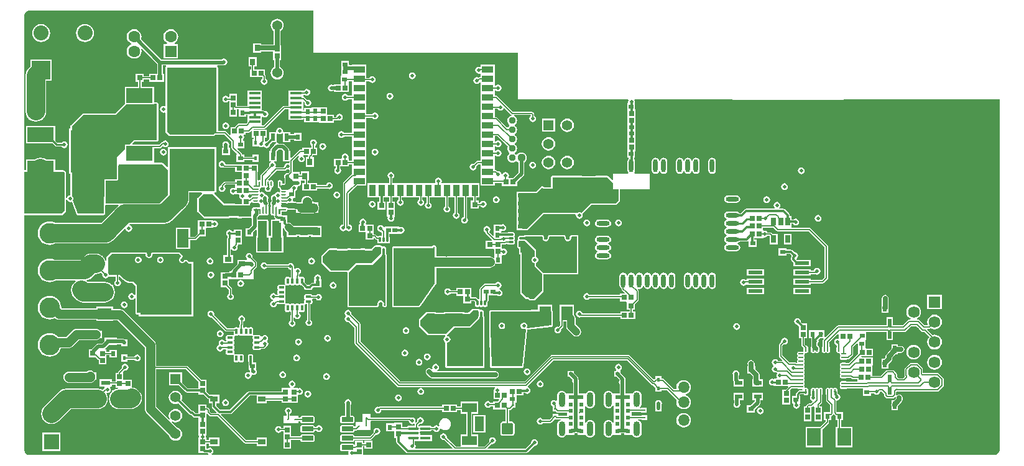
<source format=gtl>
G04*
G04 #@! TF.GenerationSoftware,Altium Limited,Altium Designer,21.9.1 (22)*
G04*
G04 Layer_Physical_Order=1*
G04 Layer_Color=255*
%FSLAX25Y25*%
%MOIN*%
G70*
G04*
G04 #@! TF.SameCoordinates,B80F087D-8A9E-4AC8-8264-EFD115A8CABB*
G04*
G04*
G04 #@! TF.FilePolarity,Positive*
G04*
G01*
G75*
%ADD12C,0.01000*%
%ADD13C,0.01968*%
%ADD14C,0.00787*%
%ADD22R,0.02756X0.02559*%
%ADD23R,0.02559X0.02756*%
%ADD24R,0.03937X0.03150*%
%ADD25R,0.01772X0.02323*%
%ADD26R,0.14173X0.07874*%
%ADD27R,0.24410X0.22835*%
%ADD28R,0.01575X0.01890*%
%ADD29R,0.01968X0.03937*%
%ADD30R,0.01417X0.00984*%
%ADD31R,0.02598X0.02441*%
%ADD32R,0.02441X0.02598*%
%ADD33R,0.03937X0.02362*%
G04:AMPARAMS|DCode=34|XSize=9.06mil|YSize=23.62mil|CornerRadius=1.95mil|HoleSize=0mil|Usage=FLASHONLY|Rotation=270.000|XOffset=0mil|YOffset=0mil|HoleType=Round|Shape=RoundedRectangle|*
%AMROUNDEDRECTD34*
21,1,0.00906,0.01973,0,0,270.0*
21,1,0.00516,0.02362,0,0,270.0*
1,1,0.00389,-0.00986,-0.00258*
1,1,0.00389,-0.00986,0.00258*
1,1,0.00389,0.00986,0.00258*
1,1,0.00389,0.00986,-0.00258*
%
%ADD34ROUNDEDRECTD34*%
G04:AMPARAMS|DCode=35|XSize=9.06mil|YSize=23.62mil|CornerRadius=1.95mil|HoleSize=0mil|Usage=FLASHONLY|Rotation=180.000|XOffset=0mil|YOffset=0mil|HoleType=Round|Shape=RoundedRectangle|*
%AMROUNDEDRECTD35*
21,1,0.00906,0.01973,0,0,180.0*
21,1,0.00516,0.02362,0,0,180.0*
1,1,0.00389,-0.00258,0.00986*
1,1,0.00389,0.00258,0.00986*
1,1,0.00389,0.00258,-0.00986*
1,1,0.00389,-0.00258,-0.00986*
%
%ADD35ROUNDEDRECTD35*%
%ADD36R,0.07480X0.09449*%
%ADD37R,0.03961X0.04351*%
%ADD38R,0.06120X0.07505*%
%ADD39R,0.03583X0.04803*%
%ADD40R,0.07780X0.01968*%
%ADD41R,0.02559X0.04331*%
%ADD42O,0.07087X0.02362*%
%ADD43O,0.02362X0.07087*%
%ADD44R,0.05764X0.01480*%
G04:AMPARAMS|DCode=45|XSize=57.64mil|YSize=14.8mil|CornerRadius=7.4mil|HoleSize=0mil|Usage=FLASHONLY|Rotation=180.000|XOffset=0mil|YOffset=0mil|HoleType=Round|Shape=RoundedRectangle|*
%AMROUNDEDRECTD45*
21,1,0.05764,0.00000,0,0,180.0*
21,1,0.04284,0.01480,0,0,180.0*
1,1,0.01480,-0.02142,0.00000*
1,1,0.01480,0.02142,0.00000*
1,1,0.01480,0.02142,0.00000*
1,1,0.01480,-0.02142,0.00000*
%
%ADD45ROUNDEDRECTD45*%
G04:AMPARAMS|DCode=46|XSize=26.38mil|YSize=11.81mil|CornerRadius=1.95mil|HoleSize=0mil|Usage=FLASHONLY|Rotation=90.000|XOffset=0mil|YOffset=0mil|HoleType=Round|Shape=RoundedRectangle|*
%AMROUNDEDRECTD46*
21,1,0.02638,0.00791,0,0,90.0*
21,1,0.02248,0.01181,0,0,90.0*
1,1,0.00390,0.00396,0.01124*
1,1,0.00390,0.00396,-0.01124*
1,1,0.00390,-0.00396,-0.01124*
1,1,0.00390,-0.00396,0.01124*
%
%ADD46ROUNDEDRECTD46*%
%ADD47R,0.06890X0.11811*%
%ADD48R,0.05906X0.03543*%
%ADD49R,0.03543X0.05906*%
%ADD50R,0.03543X0.03543*%
%ADD51R,0.01890X0.01575*%
G04:AMPARAMS|DCode=52|XSize=61.02mil|YSize=23.62mil|CornerRadius=2.01mil|HoleSize=0mil|Usage=FLASHONLY|Rotation=0.000|XOffset=0mil|YOffset=0mil|HoleType=Round|Shape=RoundedRectangle|*
%AMROUNDEDRECTD52*
21,1,0.06102,0.01961,0,0,0.0*
21,1,0.05701,0.02362,0,0,0.0*
1,1,0.00402,0.02850,-0.00980*
1,1,0.00402,-0.02850,-0.00980*
1,1,0.00402,-0.02850,0.00980*
1,1,0.00402,0.02850,0.00980*
%
%ADD52ROUNDEDRECTD52*%
G04:AMPARAMS|DCode=53|XSize=25.59mil|YSize=7.87mil|CornerRadius=1.97mil|HoleSize=0mil|Usage=FLASHONLY|Rotation=180.000|XOffset=0mil|YOffset=0mil|HoleType=Round|Shape=RoundedRectangle|*
%AMROUNDEDRECTD53*
21,1,0.02559,0.00394,0,0,180.0*
21,1,0.02165,0.00787,0,0,180.0*
1,1,0.00394,-0.01083,0.00197*
1,1,0.00394,0.01083,0.00197*
1,1,0.00394,0.01083,-0.00197*
1,1,0.00394,-0.01083,-0.00197*
%
%ADD53ROUNDEDRECTD53*%
%ADD54R,0.02756X0.03543*%
%ADD55R,0.02362X0.03937*%
%ADD57R,0.03543X0.02756*%
%ADD58R,0.05906X0.09843*%
%ADD59R,0.27559X0.27559*%
%ADD60R,0.06102X0.07480*%
G04:AMPARAMS|DCode=61|XSize=7.87mil|YSize=37.4mil|CornerRadius=1.97mil|HoleSize=0mil|Usage=FLASHONLY|Rotation=180.000|XOffset=0mil|YOffset=0mil|HoleType=Round|Shape=RoundedRectangle|*
%AMROUNDEDRECTD61*
21,1,0.00787,0.03347,0,0,180.0*
21,1,0.00394,0.03740,0,0,180.0*
1,1,0.00394,-0.00197,0.01673*
1,1,0.00394,0.00197,0.01673*
1,1,0.00394,0.00197,-0.01673*
1,1,0.00394,-0.00197,-0.01673*
%
%ADD61ROUNDEDRECTD61*%
G04:AMPARAMS|DCode=62|XSize=7.87mil|YSize=39.37mil|CornerRadius=1.97mil|HoleSize=0mil|Usage=FLASHONLY|Rotation=180.000|XOffset=0mil|YOffset=0mil|HoleType=Round|Shape=RoundedRectangle|*
%AMROUNDEDRECTD62*
21,1,0.00787,0.03543,0,0,180.0*
21,1,0.00394,0.03937,0,0,180.0*
1,1,0.00394,-0.00197,0.01772*
1,1,0.00394,0.00197,0.01772*
1,1,0.00394,0.00197,-0.01772*
1,1,0.00394,-0.00197,-0.01772*
%
%ADD62ROUNDEDRECTD62*%
%ADD63C,0.00689*%
G04:AMPARAMS|DCode=64|XSize=23.62mil|YSize=7.87mil|CornerRadius=1.97mil|HoleSize=0mil|Usage=FLASHONLY|Rotation=180.000|XOffset=0mil|YOffset=0mil|HoleType=Round|Shape=RoundedRectangle|*
%AMROUNDEDRECTD64*
21,1,0.02362,0.00394,0,0,180.0*
21,1,0.01968,0.00787,0,0,180.0*
1,1,0.00394,-0.00984,0.00197*
1,1,0.00394,0.00984,0.00197*
1,1,0.00394,0.00984,-0.00197*
1,1,0.00394,-0.00984,-0.00197*
%
%ADD64ROUNDEDRECTD64*%
G04:AMPARAMS|DCode=65|XSize=26.77mil|YSize=7.87mil|CornerRadius=1.97mil|HoleSize=0mil|Usage=FLASHONLY|Rotation=180.000|XOffset=0mil|YOffset=0mil|HoleType=Round|Shape=RoundedRectangle|*
%AMROUNDEDRECTD65*
21,1,0.02677,0.00394,0,0,180.0*
21,1,0.02284,0.00787,0,0,180.0*
1,1,0.00394,-0.01142,0.00197*
1,1,0.00394,0.01142,0.00197*
1,1,0.00394,0.01142,-0.00197*
1,1,0.00394,-0.01142,-0.00197*
%
%ADD65ROUNDEDRECTD65*%
G04:AMPARAMS|DCode=66|XSize=27.56mil|YSize=7.87mil|CornerRadius=1.97mil|HoleSize=0mil|Usage=FLASHONLY|Rotation=180.000|XOffset=0mil|YOffset=0mil|HoleType=Round|Shape=RoundedRectangle|*
%AMROUNDEDRECTD66*
21,1,0.02756,0.00394,0,0,180.0*
21,1,0.02362,0.00787,0,0,180.0*
1,1,0.00394,-0.01181,0.00197*
1,1,0.00394,0.01181,0.00197*
1,1,0.00394,0.01181,-0.00197*
1,1,0.00394,-0.01181,-0.00197*
%
%ADD66ROUNDEDRECTD66*%
G04:AMPARAMS|DCode=67|XSize=7.87mil|YSize=23.62mil|CornerRadius=1.97mil|HoleSize=0mil|Usage=FLASHONLY|Rotation=180.000|XOffset=0mil|YOffset=0mil|HoleType=Round|Shape=RoundedRectangle|*
%AMROUNDEDRECTD67*
21,1,0.00787,0.01968,0,0,180.0*
21,1,0.00394,0.02362,0,0,180.0*
1,1,0.00394,-0.00197,0.00984*
1,1,0.00394,0.00197,0.00984*
1,1,0.00394,0.00197,-0.00984*
1,1,0.00394,-0.00197,-0.00984*
%
%ADD67ROUNDEDRECTD67*%
%ADD68C,0.00620*%
%ADD69C,0.00754*%
G04:AMPARAMS|DCode=70|XSize=11.81mil|YSize=29.53mil|CornerRadius=1.95mil|HoleSize=0mil|Usage=FLASHONLY|Rotation=90.000|XOffset=0mil|YOffset=0mil|HoleType=Round|Shape=RoundedRectangle|*
%AMROUNDEDRECTD70*
21,1,0.01181,0.02563,0,0,90.0*
21,1,0.00791,0.02953,0,0,90.0*
1,1,0.00390,0.01282,0.00396*
1,1,0.00390,0.01282,-0.00396*
1,1,0.00390,-0.01282,-0.00396*
1,1,0.00390,-0.01282,0.00396*
%
%ADD70ROUNDEDRECTD70*%
G04:AMPARAMS|DCode=71|XSize=11.81mil|YSize=29.53mil|CornerRadius=1.95mil|HoleSize=0mil|Usage=FLASHONLY|Rotation=180.000|XOffset=0mil|YOffset=0mil|HoleType=Round|Shape=RoundedRectangle|*
%AMROUNDEDRECTD71*
21,1,0.01181,0.02563,0,0,180.0*
21,1,0.00791,0.02953,0,0,180.0*
1,1,0.00390,-0.00396,0.01282*
1,1,0.00390,0.00396,0.01282*
1,1,0.00390,0.00396,-0.01282*
1,1,0.00390,-0.00396,-0.01282*
%
%ADD71ROUNDEDRECTD71*%
%ADD72R,0.07480X0.06102*%
%ADD73R,0.04351X0.03961*%
%ADD74R,0.05118X0.02362*%
%ADD75R,0.11811X0.06890*%
G04:AMPARAMS|DCode=76|XSize=26.38mil|YSize=11.81mil|CornerRadius=1.95mil|HoleSize=0mil|Usage=FLASHONLY|Rotation=180.000|XOffset=0mil|YOffset=0mil|HoleType=Round|Shape=RoundedRectangle|*
%AMROUNDEDRECTD76*
21,1,0.02638,0.00791,0,0,180.0*
21,1,0.02248,0.01181,0,0,180.0*
1,1,0.00390,-0.01124,0.00396*
1,1,0.00390,0.01124,0.00396*
1,1,0.00390,0.01124,-0.00396*
1,1,0.00390,-0.01124,-0.00396*
%
%ADD76ROUNDEDRECTD76*%
%ADD106R,0.06299X0.01378*%
%ADD115C,0.18399*%
%ADD116R,0.06265X0.06265*%
%ADD117C,0.06265*%
%ADD118C,0.06265*%
%ADD129R,0.05512X0.05512*%
%ADD130C,0.05512*%
G04:AMPARAMS|DCode=142|XSize=163.39mil|YSize=163.39mil|CornerRadius=1.63mil|HoleSize=0mil|Usage=FLASHONLY|Rotation=180.000|XOffset=0mil|YOffset=0mil|HoleType=Round|Shape=RoundedRectangle|*
%AMROUNDEDRECTD142*
21,1,0.16339,0.16012,0,0,180.0*
21,1,0.16012,0.16339,0,0,180.0*
1,1,0.00327,-0.08006,0.08006*
1,1,0.00327,0.08006,0.08006*
1,1,0.00327,0.08006,-0.08006*
1,1,0.00327,-0.08006,-0.08006*
%
%ADD142ROUNDEDRECTD142*%
%ADD143R,0.10906X0.15354*%
%ADD144R,0.02756X0.02362*%
G04:AMPARAMS|DCode=145|XSize=82.68mil|YSize=82.68mil|CornerRadius=2.07mil|HoleSize=0mil|Usage=FLASHONLY|Rotation=90.000|XOffset=0mil|YOffset=0mil|HoleType=Round|Shape=RoundedRectangle|*
%AMROUNDEDRECTD145*
21,1,0.08268,0.07854,0,0,90.0*
21,1,0.07854,0.08268,0,0,90.0*
1,1,0.00413,0.03927,0.03927*
1,1,0.00413,0.03927,-0.03927*
1,1,0.00413,-0.03927,-0.03927*
1,1,0.00413,-0.03927,0.03927*
%
%ADD145ROUNDEDRECTD145*%
G04:AMPARAMS|DCode=146|XSize=82.68mil|YSize=82.68mil|CornerRadius=2.07mil|HoleSize=0mil|Usage=FLASHONLY|Rotation=180.000|XOffset=0mil|YOffset=0mil|HoleType=Round|Shape=RoundedRectangle|*
%AMROUNDEDRECTD146*
21,1,0.08268,0.07854,0,0,180.0*
21,1,0.07854,0.08268,0,0,180.0*
1,1,0.00413,-0.03927,0.03927*
1,1,0.00413,0.03927,0.03927*
1,1,0.00413,0.03927,-0.03927*
1,1,0.00413,-0.03927,-0.03927*
%
%ADD146ROUNDEDRECTD146*%
%ADD147C,0.00765*%
%ADD148C,0.01378*%
%ADD149C,0.10000*%
%ADD150C,0.01200*%
%ADD151C,0.00600*%
%ADD152C,0.00800*%
%ADD153C,0.02756*%
%ADD154C,0.01181*%
%ADD155C,0.05000*%
%ADD156C,0.03937*%
%ADD157C,0.02500*%
%ADD158C,0.02000*%
%ADD159C,0.00591*%
%ADD160C,0.00500*%
%ADD161C,0.02953*%
%ADD162O,0.03543X0.07874*%
%ADD163R,0.02441X0.02441*%
%ADD164C,0.19685*%
G04:AMPARAMS|DCode=165|XSize=37.4mil|YSize=37.4mil|CornerRadius=9.35mil|HoleSize=0mil|Usage=FLASHONLY|Rotation=90.000|XOffset=0mil|YOffset=0mil|HoleType=Round|Shape=RoundedRectangle|*
%AMROUNDEDRECTD165*
21,1,0.03740,0.01870,0,0,90.0*
21,1,0.01870,0.03740,0,0,90.0*
1,1,0.01870,0.00935,0.00935*
1,1,0.01870,0.00935,-0.00935*
1,1,0.01870,-0.00935,-0.00935*
1,1,0.01870,-0.00935,0.00935*
%
%ADD165ROUNDEDRECTD165*%
%ADD166C,0.03740*%
%ADD167R,0.07874X0.05118*%
%ADD168R,0.05118X0.07874*%
%ADD169C,0.06000*%
G04:AMPARAMS|DCode=170|XSize=60mil|YSize=60mil|CornerRadius=6mil|HoleSize=0mil|Usage=FLASHONLY|Rotation=0.000|XOffset=0mil|YOffset=0mil|HoleType=Round|Shape=RoundedRectangle|*
%AMROUNDEDRECTD170*
21,1,0.06000,0.04800,0,0,0.0*
21,1,0.04800,0.06000,0,0,0.0*
1,1,0.01200,0.02400,-0.02400*
1,1,0.01200,-0.02400,-0.02400*
1,1,0.01200,-0.02400,0.02400*
1,1,0.01200,0.02400,0.02400*
%
%ADD170ROUNDEDRECTD170*%
%ADD171C,0.11811*%
%ADD172O,0.06200X0.06000*%
%ADD173R,0.09843X0.09843*%
%ADD174C,0.08000*%
%ADD175C,0.08268*%
%ADD176R,0.08268X0.08268*%
%ADD177C,0.11024*%
%ADD178C,0.06299*%
%ADD179R,0.06299X0.06299*%
%ADD180C,0.05400*%
%ADD181C,0.01968*%
%ADD182C,0.02000*%
G36*
X4500Y-2039D02*
X4500Y-2039D01*
X157000D01*
Y-24500D01*
X266500D01*
X266559Y-49595D01*
X325707Y-49595D01*
X325974Y-50094D01*
X325831Y-50309D01*
X325694Y-51000D01*
X325715Y-51106D01*
X325397Y-51492D01*
X325146D01*
Y-55508D01*
X325433D01*
Y-59295D01*
Y-62492D01*
X325413D01*
Y-66508D01*
Y-70008D01*
X325433D01*
Y-73665D01*
Y-76992D01*
X325146D01*
Y-81008D01*
X325810D01*
X325971Y-81502D01*
X325535Y-82153D01*
X325383Y-82921D01*
Y-87646D01*
X325535Y-88414D01*
X325872Y-88917D01*
X325667Y-89417D01*
X317626D01*
Y-92838D01*
X317164Y-93029D01*
X315010Y-90875D01*
X314750Y-90701D01*
X314442Y-90640D01*
X308508D01*
X308201Y-90701D01*
X308076Y-90784D01*
X304508D01*
X304330Y-90819D01*
X300977D01*
X300799Y-90701D01*
X300492Y-90640D01*
X285182D01*
X285182Y-90640D01*
X284875Y-90701D01*
X284614Y-90875D01*
X284574Y-90915D01*
X284400Y-91175D01*
X284339Y-91483D01*
Y-96886D01*
X280659D01*
X280552Y-96726D01*
X280292Y-96552D01*
X280291Y-96552D01*
X279830Y-96360D01*
X279830Y-96360D01*
X279522Y-96299D01*
X279215Y-96360D01*
X278955Y-96534D01*
X278955Y-96534D01*
X276292Y-99197D01*
X270087D01*
Y-99193D01*
X265913D01*
Y-103209D01*
X265913D01*
Y-103393D01*
X265913D01*
Y-107408D01*
X265913D01*
Y-107593D01*
X265913D01*
Y-111608D01*
X265913D01*
Y-111792D01*
X265913D01*
Y-115808D01*
X265913D01*
Y-115992D01*
X265913D01*
Y-120008D01*
X270087D01*
Y-120008D01*
X270179Y-119919D01*
X271238Y-119958D01*
X271253Y-119956D01*
X271268Y-119958D01*
X271407Y-119931D01*
X271548Y-119908D01*
X271560Y-119900D01*
X271575Y-119897D01*
X271693Y-119818D01*
X271814Y-119744D01*
X271823Y-119732D01*
X271835Y-119723D01*
X280256Y-111303D01*
X297323D01*
X297733Y-111803D01*
X297694Y-112000D01*
X297831Y-112691D01*
X298223Y-113277D01*
X298809Y-113669D01*
X299500Y-113806D01*
X300191Y-113669D01*
X300777Y-113277D01*
X301169Y-112691D01*
X301306Y-112000D01*
X301169Y-111309D01*
X301055Y-111139D01*
X301070Y-111065D01*
X305833Y-106303D01*
X319000D01*
X319307Y-106242D01*
X319568Y-106068D01*
X321068Y-104568D01*
X321242Y-104307D01*
X321303Y-104000D01*
Y-97882D01*
X337114D01*
Y-89417D01*
X329113D01*
X328907Y-88917D01*
X329244Y-88414D01*
X329397Y-87646D01*
Y-82921D01*
X329244Y-82153D01*
X328809Y-81502D01*
X328969Y-81008D01*
X329319D01*
Y-77406D01*
X329567D01*
Y-73665D01*
Y-70008D01*
X329587D01*
Y-66508D01*
Y-62492D01*
X329567D01*
Y-59295D01*
Y-54965D01*
X329319D01*
Y-51492D01*
X329319D01*
X329230Y-51384D01*
X329306Y-51000D01*
X329169Y-50309D01*
X329026Y-50094D01*
X329293Y-49595D01*
X381651Y-49595D01*
X382099Y-50042D01*
X499896Y-49594D01*
X524961Y-49595D01*
Y-237595D01*
X524970Y-237639D01*
X524874Y-238365D01*
X524577Y-239082D01*
X524104Y-239699D01*
X523488Y-240171D01*
X522770Y-240469D01*
X522044Y-240564D01*
X522000Y-240555D01*
X183567D01*
Y-236048D01*
X184433D01*
Y-237295D01*
X188567D01*
Y-232965D01*
X184433D01*
Y-234212D01*
X183567D01*
Y-232965D01*
X179433D01*
Y-234785D01*
X179366Y-234871D01*
X178933Y-235086D01*
X178849Y-235041D01*
X178693Y-234807D01*
X178366Y-234589D01*
X177980Y-234512D01*
X172280D01*
X171894Y-234589D01*
X171567Y-234807D01*
X171349Y-235134D01*
X171272Y-235520D01*
Y-237480D01*
X171349Y-237866D01*
X171567Y-238193D01*
X171894Y-238411D01*
X172280Y-238488D01*
X175601D01*
X175700Y-238674D01*
X175817Y-238988D01*
X175694Y-239610D01*
X175782Y-240055D01*
X175445Y-240555D01*
X102513D01*
X102361Y-240055D01*
X102777Y-239777D01*
X103169Y-239191D01*
X103306Y-238500D01*
X103169Y-237809D01*
X102777Y-237223D01*
X102191Y-236831D01*
X101500Y-236694D01*
X100809Y-236831D01*
X100223Y-237223D01*
X100112Y-237388D01*
X99567D01*
Y-234548D01*
X100949D01*
Y-235862D01*
X106461D01*
Y-231138D01*
X100949D01*
Y-232712D01*
X99567D01*
Y-231465D01*
X99567D01*
X99264Y-230965D01*
X99306Y-230750D01*
X99264Y-230535D01*
X99567Y-230035D01*
X99567D01*
Y-226295D01*
Y-221965D01*
X99567D01*
Y-221535D01*
X99567D01*
Y-218572D01*
X100067Y-218365D01*
X101351Y-219649D01*
X101649Y-219848D01*
X102000Y-219918D01*
X105620D01*
X119851Y-234149D01*
X120149Y-234348D01*
X120500Y-234418D01*
X126539D01*
Y-235862D01*
X132051D01*
Y-231138D01*
X126539D01*
Y-232582D01*
X120880D01*
X107372Y-219074D01*
X107563Y-218612D01*
X112500D01*
X112500Y-218612D01*
X112926Y-218527D01*
X113286Y-218286D01*
X122913Y-208659D01*
X126539D01*
Y-212862D01*
X132051D01*
Y-211418D01*
X139933D01*
Y-212665D01*
X144067D01*
Y-212665D01*
X144433D01*
Y-212665D01*
X148567D01*
Y-208563D01*
X149067Y-208220D01*
X149500Y-208306D01*
X150191Y-208169D01*
X150777Y-207777D01*
X151169Y-207191D01*
X151306Y-206500D01*
X151169Y-205809D01*
X150777Y-205223D01*
X150191Y-204831D01*
X149500Y-204694D01*
X149067Y-204780D01*
X148567Y-204594D01*
Y-204594D01*
X146419D01*
X146303Y-204095D01*
X146777Y-203777D01*
X147169Y-203191D01*
X147306Y-202500D01*
X147169Y-201809D01*
X146777Y-201223D01*
X146191Y-200831D01*
X145500Y-200694D01*
X144809Y-200831D01*
X144223Y-201223D01*
X143831Y-201809D01*
X143694Y-202500D01*
X143831Y-203191D01*
X144223Y-203777D01*
X144697Y-204095D01*
X144674Y-204194D01*
X144433Y-204594D01*
X144067D01*
Y-204594D01*
X139933D01*
Y-206435D01*
X122453D01*
X122027Y-206520D01*
X121667Y-206761D01*
X121667Y-206761D01*
X112039Y-216388D01*
X106961D01*
X104817Y-214244D01*
Y-212862D01*
X106461D01*
Y-208138D01*
X101112D01*
X99567Y-206593D01*
Y-204425D01*
Y-200095D01*
X96722D01*
X89644Y-193017D01*
X89349Y-192820D01*
X89000Y-192750D01*
X72526D01*
Y-181500D01*
X72423Y-180717D01*
X72120Y-179987D01*
X71640Y-179360D01*
X59640Y-167360D01*
X59640Y-167360D01*
X55498Y-163219D01*
X54871Y-162738D01*
X54141Y-162435D01*
X53358Y-162332D01*
X49528D01*
Y-160968D01*
X40472D01*
Y-161781D01*
X22143D01*
X21890Y-161501D01*
X21768Y-160266D01*
X21408Y-159079D01*
X20823Y-157985D01*
X20036Y-157025D01*
X19076Y-156238D01*
X17982Y-155653D01*
X16795Y-155293D01*
X15560Y-155172D01*
X14325Y-155293D01*
X13138Y-155653D01*
X12043Y-156238D01*
X11084Y-157025D01*
X10297Y-157985D01*
X9712Y-159079D01*
X9352Y-160266D01*
X9230Y-161501D01*
X9352Y-162736D01*
X9712Y-163924D01*
X10297Y-165018D01*
X11084Y-165977D01*
X12043Y-166764D01*
X13138Y-167349D01*
X14325Y-167709D01*
X15560Y-167831D01*
X16795Y-167709D01*
X17982Y-167349D01*
X18512Y-167066D01*
X18983Y-167428D01*
X19713Y-167730D01*
X20496Y-167833D01*
X40472D01*
Y-168646D01*
X49528D01*
Y-168384D01*
X52105D01*
X55360Y-171640D01*
X55360Y-171640D01*
X66474Y-182753D01*
Y-194500D01*
Y-215843D01*
X66577Y-216626D01*
X66879Y-217355D01*
X67360Y-217982D01*
X79533Y-230155D01*
X79548Y-230268D01*
X79905Y-231130D01*
X80473Y-231870D01*
X81213Y-232438D01*
X82075Y-232795D01*
X83000Y-232916D01*
X83925Y-232795D01*
X84787Y-232438D01*
X85527Y-231870D01*
X86095Y-231130D01*
X86452Y-230268D01*
X86574Y-229343D01*
X86452Y-228417D01*
X86095Y-227556D01*
X85527Y-226815D01*
X84787Y-226248D01*
X83925Y-225890D01*
X83812Y-225876D01*
X80936Y-222999D01*
X81213Y-222595D01*
X82075Y-222952D01*
X83000Y-223074D01*
X83925Y-222952D01*
X84787Y-222595D01*
X85527Y-222027D01*
X86095Y-221287D01*
X86452Y-220425D01*
X86574Y-219500D01*
X86452Y-218575D01*
X86095Y-217713D01*
X85527Y-216973D01*
X84787Y-216405D01*
X83925Y-216048D01*
X83000Y-215926D01*
X82075Y-216048D01*
X81213Y-216405D01*
X80473Y-216973D01*
X79905Y-217713D01*
X79548Y-218575D01*
X79426Y-219500D01*
X79548Y-220425D01*
X79905Y-221287D01*
X79501Y-221564D01*
X72526Y-214589D01*
Y-194573D01*
X88623D01*
X95433Y-201383D01*
Y-204888D01*
X89646D01*
X86543Y-201786D01*
Y-196272D01*
X79457D01*
Y-203358D01*
X84971D01*
X88399Y-206786D01*
X88399Y-206786D01*
X88759Y-207027D01*
X89185Y-207112D01*
X89185Y-207112D01*
X95433D01*
Y-208165D01*
X97994D01*
X100131Y-210302D01*
X100131Y-210302D01*
X100492Y-210543D01*
X100917Y-210628D01*
X100949Y-211105D01*
Y-212862D01*
X102593D01*
Y-214705D01*
X102593Y-214705D01*
X102677Y-215130D01*
X102919Y-215491D01*
X105048Y-217620D01*
X104857Y-218082D01*
X102380D01*
X101418Y-217120D01*
Y-216469D01*
X101348Y-216118D01*
X101149Y-215820D01*
X100680Y-215351D01*
X100382Y-215152D01*
X100031Y-215082D01*
X99567D01*
Y-213465D01*
X95433D01*
Y-218258D01*
X93831D01*
X92786Y-217214D01*
X92426Y-216973D01*
X92000Y-216888D01*
X92000Y-216888D01*
X91803D01*
X86172Y-211258D01*
X86452Y-210582D01*
X86574Y-209658D01*
X86452Y-208733D01*
X86095Y-207871D01*
X85527Y-207130D01*
X84787Y-206562D01*
X83925Y-206205D01*
X83000Y-206084D01*
X82075Y-206205D01*
X81213Y-206562D01*
X80473Y-207130D01*
X79905Y-207871D01*
X79548Y-208733D01*
X79426Y-209658D01*
X79548Y-210582D01*
X79905Y-211444D01*
X80473Y-212185D01*
X81213Y-212753D01*
X82075Y-213110D01*
X83000Y-213231D01*
X83925Y-213110D01*
X84600Y-212830D01*
X90556Y-218786D01*
X90556Y-218786D01*
X90917Y-219027D01*
X91343Y-219112D01*
X91539D01*
X92584Y-220156D01*
X92584Y-220156D01*
X92945Y-220397D01*
X93370Y-220482D01*
X93370Y-220482D01*
X95433D01*
Y-221535D01*
X95433D01*
Y-221965D01*
X95433D01*
Y-226295D01*
Y-230035D01*
X95433D01*
X95736Y-230535D01*
X95694Y-230750D01*
X95736Y-230965D01*
X95433Y-231465D01*
X95433D01*
Y-235795D01*
Y-239535D01*
X98245D01*
X98630Y-239612D01*
X100112D01*
X100223Y-239777D01*
X100639Y-240055D01*
X100487Y-240555D01*
X4500D01*
X4406Y-240574D01*
X3544Y-240402D01*
X2734Y-239861D01*
X2192Y-239050D01*
X2021Y-238188D01*
X2039Y-238094D01*
Y-111803D01*
X22000D01*
X22307Y-111742D01*
X22568Y-111568D01*
X24068Y-110068D01*
X24242Y-109807D01*
X24303Y-109500D01*
Y-103598D01*
X24803Y-103549D01*
X24831Y-103691D01*
X25223Y-104277D01*
X25809Y-104669D01*
X26500Y-104806D01*
X27191Y-104669D01*
X27615Y-104812D01*
X29845Y-111320D01*
X29859Y-111345D01*
X29865Y-111373D01*
X29937Y-111480D01*
X30002Y-111591D01*
X30025Y-111609D01*
X30041Y-111633D01*
X30149Y-111703D01*
X30251Y-111781D01*
X30279Y-111789D01*
X30303Y-111804D01*
X30430Y-111828D01*
X30554Y-111862D01*
X30583Y-111858D01*
X30611Y-111863D01*
X44506Y-111750D01*
X44656Y-111719D01*
X44807Y-111689D01*
X44810Y-111687D01*
X44813Y-111686D01*
X44940Y-111600D01*
X45068Y-111515D01*
X45070Y-111512D01*
X45072Y-111510D01*
X45157Y-111381D01*
X45242Y-111254D01*
X45242Y-111251D01*
X45244Y-111248D01*
X45273Y-111098D01*
X45303Y-110947D01*
Y-106721D01*
X45803Y-106303D01*
X52309D01*
X52470Y-106776D01*
X52077Y-107077D01*
X43201Y-115954D01*
X18544D01*
X17982Y-115653D01*
X16795Y-115293D01*
X15560Y-115171D01*
X14325Y-115293D01*
X13138Y-115653D01*
X12043Y-116238D01*
X11084Y-117025D01*
X10297Y-117984D01*
X9712Y-119079D01*
X9352Y-120266D01*
X9230Y-121501D01*
X9352Y-122736D01*
X9712Y-123923D01*
X10297Y-125018D01*
X11084Y-125977D01*
X12043Y-126764D01*
X13138Y-127349D01*
X14325Y-127709D01*
X15560Y-127831D01*
X16795Y-127709D01*
X17982Y-127349D01*
X18544Y-127049D01*
X45499D01*
X46935Y-126859D01*
X48273Y-126305D01*
X49422Y-125424D01*
X55711Y-119135D01*
X56253Y-119299D01*
X56331Y-119691D01*
X56723Y-120277D01*
X57309Y-120669D01*
X58000Y-120806D01*
X58691Y-120669D01*
X59277Y-120277D01*
X59669Y-119691D01*
X59806Y-119000D01*
X59669Y-118309D01*
X59277Y-117723D01*
X58691Y-117331D01*
X58628Y-117319D01*
X58425Y-116768D01*
X58598Y-116548D01*
X77000D01*
X78436Y-116358D01*
X79774Y-115804D01*
X80923Y-114923D01*
X88741Y-107104D01*
X89623Y-105955D01*
X90177Y-104617D01*
X90366Y-103181D01*
Y-99705D01*
X96953D01*
X97160Y-100205D01*
X94932Y-102432D01*
X94758Y-102693D01*
X94697Y-103000D01*
Y-109500D01*
X94697Y-109500D01*
X94758Y-109807D01*
X94932Y-110068D01*
X94932Y-110068D01*
X98116Y-113251D01*
X98377Y-113425D01*
X98684Y-113487D01*
X111464D01*
X111771Y-113425D01*
X112032Y-113251D01*
X112074Y-113188D01*
X116390D01*
X116433Y-113251D01*
X116693Y-113425D01*
X117000Y-113487D01*
X118023D01*
X118330Y-113425D01*
X118545Y-113282D01*
X123559D01*
X123891Y-113541D01*
X123978Y-113668D01*
X123987Y-113696D01*
Y-117294D01*
X122368Y-118913D01*
X120492D01*
Y-123087D01*
X124508D01*
Y-121054D01*
X125985Y-119576D01*
X126447Y-119768D01*
Y-122960D01*
X126204D01*
Y-132040D01*
X140796D01*
Y-122960D01*
X140553D01*
Y-118736D01*
X141053Y-118687D01*
X141163Y-119240D01*
X141709Y-120057D01*
X142732Y-121080D01*
Y-123446D01*
X148268D01*
Y-122759D01*
X149232D01*
Y-123446D01*
X154768D01*
Y-122759D01*
X155732D01*
Y-123446D01*
X161268D01*
Y-117521D01*
X155732D01*
Y-117725D01*
X154768D01*
Y-117521D01*
X149232D01*
Y-117725D01*
X148268D01*
Y-117521D01*
X146291D01*
X145268Y-116498D01*
X144451Y-115952D01*
X143488Y-115760D01*
X143241Y-115810D01*
X142854Y-115492D01*
Y-111992D01*
X140102D01*
X140003Y-111895D01*
X139906Y-111720D01*
X139848Y-111492D01*
X139920Y-111383D01*
X139920Y-111383D01*
X139920Y-111383D01*
X139950Y-111311D01*
X139981Y-111156D01*
X140012Y-111004D01*
X140012Y-109996D01*
X142004D01*
X142167Y-109963D01*
X142311Y-109935D01*
X142383Y-109905D01*
X142383Y-109905D01*
X142383Y-109905D01*
X142547Y-109795D01*
X142644Y-109731D01*
X142644Y-109731D01*
X142644Y-109731D01*
X142699Y-109675D01*
X142699Y-109675D01*
X142699Y-109675D01*
X142764Y-109579D01*
X142873Y-109415D01*
X142873Y-109415D01*
X142873Y-109415D01*
X142903Y-109342D01*
X142934Y-109188D01*
X142964Y-109035D01*
X142992Y-108854D01*
X146685Y-108854D01*
X146761Y-108905D01*
X147532Y-109058D01*
X147732D01*
Y-110705D01*
X150020D01*
X150500Y-110768D01*
X157000D01*
X157480Y-110705D01*
X159768D01*
Y-108898D01*
X159923Y-108525D01*
X160026Y-107742D01*
X159923Y-106959D01*
X159768Y-106585D01*
Y-104779D01*
X157480D01*
X157000Y-104716D01*
X156526D01*
Y-104500D01*
X156423Y-103717D01*
X156121Y-102987D01*
X155640Y-102360D01*
X155013Y-101880D01*
X154283Y-101577D01*
X153500Y-101474D01*
X152717Y-101577D01*
X151987Y-101880D01*
X151360Y-102360D01*
X150880Y-102987D01*
X150577Y-103717D01*
X150474Y-104500D01*
Y-104719D01*
X150020Y-104779D01*
X147971D01*
X147760Y-104638D01*
X146989Y-104485D01*
X146312D01*
X145976Y-103985D01*
X146064Y-103539D01*
X145958Y-103008D01*
X146255Y-102508D01*
X147354D01*
Y-98847D01*
X147881Y-98496D01*
X148272Y-97910D01*
X148410Y-97218D01*
X148323Y-96781D01*
X148461Y-96411D01*
X148692Y-96268D01*
X149191Y-96169D01*
X149777Y-95777D01*
X150169Y-95191D01*
X150306Y-94500D01*
X150169Y-93809D01*
X150119Y-93734D01*
X150430Y-93299D01*
X152219D01*
Y-94433D01*
X150965D01*
Y-98567D01*
X159035D01*
Y-97418D01*
X164433D01*
X164809Y-97669D01*
X165500Y-97806D01*
X166191Y-97669D01*
X166777Y-97277D01*
X167169Y-96691D01*
X167306Y-96000D01*
X167169Y-95309D01*
X166777Y-94723D01*
X166191Y-94331D01*
X165500Y-94194D01*
X164809Y-94331D01*
X164223Y-94723D01*
X163831Y-95309D01*
X163777Y-95582D01*
X159035D01*
Y-94433D01*
X154041D01*
Y-93299D01*
X154606D01*
Y-88181D01*
X150276D01*
Y-89959D01*
X149567D01*
Y-88705D01*
X145951D01*
Y-82891D01*
X145964Y-82825D01*
X148733Y-80056D01*
X149121Y-80374D01*
X148831Y-80809D01*
X148694Y-81500D01*
X148831Y-82191D01*
X149223Y-82777D01*
X149809Y-83169D01*
X150500Y-83306D01*
X151191Y-83169D01*
X151777Y-82777D01*
X152169Y-82191D01*
X152306Y-81500D01*
X152169Y-80809D01*
X151777Y-80223D01*
X151544Y-80067D01*
X151696Y-79567D01*
X153818D01*
X153941Y-79709D01*
X154137Y-80067D01*
X154089Y-80307D01*
Y-80701D01*
X152835D01*
Y-85819D01*
X157165D01*
Y-80701D01*
X156602D01*
X156395Y-80201D01*
X156530Y-80066D01*
X156728Y-79770D01*
X156768Y-79567D01*
X159035D01*
Y-75433D01*
X157911D01*
Y-74522D01*
X158277Y-74277D01*
X158669Y-73691D01*
X158806Y-73000D01*
X158669Y-72309D01*
X158277Y-71723D01*
X157691Y-71331D01*
X157000Y-71194D01*
X156309Y-71331D01*
X155723Y-71723D01*
X155331Y-72309D01*
X155194Y-73000D01*
X155331Y-73691D01*
X155723Y-74277D01*
X156089Y-74522D01*
Y-75433D01*
X150965D01*
Y-76589D01*
X150000D01*
X149651Y-76658D01*
X149356Y-76856D01*
X145170Y-81041D01*
X144708Y-80850D01*
Y-77362D01*
X144399D01*
X144056Y-77043D01*
X143941Y-76464D01*
X143613Y-75973D01*
X141570Y-73930D01*
X141079Y-73602D01*
X140500Y-73487D01*
X140500Y-73487D01*
X138690D01*
X138191Y-73153D01*
X137515Y-73019D01*
X137451Y-72932D01*
X137229Y-72560D01*
Y-68193D01*
X137729Y-67961D01*
X138136Y-68233D01*
X138827Y-68370D01*
X139518Y-68233D01*
X140104Y-67841D01*
X140272Y-67590D01*
X140772Y-67742D01*
Y-72638D01*
X144709D01*
Y-71338D01*
X146492D01*
Y-71854D01*
X150508D01*
Y-67681D01*
X146492D01*
Y-68311D01*
X144709D01*
Y-67126D01*
X141031D01*
X140608Y-66694D01*
X140633Y-66564D01*
X140496Y-65873D01*
X140104Y-65287D01*
X139518Y-64895D01*
X138827Y-64758D01*
X138136Y-64895D01*
X137550Y-65287D01*
X137158Y-65873D01*
X137021Y-66564D01*
X137056Y-66739D01*
X136738Y-67125D01*
X133292D01*
Y-71051D01*
X132113Y-72231D01*
X131926Y-72194D01*
X131235Y-72331D01*
X131196Y-72318D01*
X130788Y-72028D01*
Y-70067D01*
X132035D01*
Y-65933D01*
X125277D01*
X125009Y-65433D01*
X125020Y-65418D01*
X130637D01*
X130988Y-65348D01*
X131286Y-65149D01*
X141517Y-54918D01*
X143587D01*
Y-58035D01*
Y-60594D01*
X151461D01*
Y-60036D01*
X151992D01*
Y-61819D01*
X155992D01*
Y-61854D01*
X159965D01*
Y-62067D01*
X168035D01*
Y-60911D01*
X169767D01*
X170116Y-60842D01*
X170164Y-60810D01*
X170218Y-60846D01*
X170910Y-60984D01*
X171601Y-60846D01*
X172187Y-60455D01*
X172579Y-59869D01*
X172716Y-59177D01*
X172579Y-58486D01*
X172187Y-57900D01*
X171601Y-57508D01*
X170910Y-57371D01*
X170218Y-57508D01*
X169632Y-57900D01*
X169241Y-58486D01*
X169121Y-59089D01*
X168035D01*
Y-57933D01*
X164295D01*
Y-53933D01*
X160008D01*
Y-53878D01*
X155992D01*
Y-54181D01*
X151992D01*
Y-55641D01*
X151461D01*
Y-50965D01*
X151925Y-50773D01*
X152273Y-51099D01*
X152194Y-51500D01*
X152331Y-52191D01*
X152723Y-52777D01*
X153309Y-53169D01*
X154000Y-53306D01*
X154691Y-53169D01*
X155277Y-52777D01*
X155669Y-52191D01*
X155806Y-51500D01*
X155669Y-50809D01*
X155277Y-50223D01*
X154691Y-49831D01*
X154000Y-49694D01*
X153576Y-49778D01*
X152320Y-48522D01*
X152022Y-48323D01*
X151671Y-48253D01*
X151461D01*
Y-47240D01*
X152482D01*
X152752Y-47420D01*
X153443Y-47558D01*
X154134Y-47420D01*
X154720Y-47029D01*
X155112Y-46442D01*
X155249Y-45751D01*
X155112Y-45060D01*
X154720Y-44474D01*
X154134Y-44082D01*
X153443Y-43945D01*
X152752Y-44082D01*
X152165Y-44474D01*
X151944Y-44806D01*
X151461Y-44846D01*
X151461Y-44846D01*
X143587D01*
Y-47799D01*
Y-50358D01*
Y-53082D01*
X141137D01*
X140786Y-53152D01*
X140488Y-53351D01*
X130257Y-63582D01*
X129585D01*
X129413Y-63153D01*
X129413D01*
Y-59146D01*
X129913Y-58905D01*
X130309Y-59169D01*
X131000Y-59306D01*
X131691Y-59169D01*
X132277Y-58777D01*
X132669Y-58191D01*
X132806Y-57500D01*
X132669Y-56809D01*
X132277Y-56223D01*
X131691Y-55831D01*
X131000Y-55694D01*
X130608Y-55772D01*
X130369Y-55612D01*
X129940Y-55527D01*
X129940Y-55527D01*
X129413D01*
Y-52917D01*
Y-50358D01*
Y-47799D01*
Y-44846D01*
X121539D01*
Y-47799D01*
Y-50358D01*
Y-53082D01*
X116067D01*
Y-50925D01*
Y-46595D01*
X111933D01*
Y-48304D01*
X111433Y-48456D01*
X111277Y-48223D01*
X110691Y-47831D01*
X110000Y-47694D01*
X109309Y-47831D01*
X108723Y-48223D01*
X108331Y-48809D01*
X108194Y-49500D01*
X108331Y-50191D01*
X108723Y-50777D01*
X109309Y-51169D01*
X110000Y-51306D01*
X110691Y-51169D01*
X111277Y-50777D01*
X111433Y-50544D01*
X111933Y-50696D01*
Y-54665D01*
Y-58795D01*
X116067D01*
Y-54918D01*
X116992D01*
Y-58854D01*
X121008D01*
Y-57889D01*
X121539D01*
Y-61865D01*
X120816Y-62589D01*
X117042D01*
X116694Y-62658D01*
X116398Y-62856D01*
X114970Y-64284D01*
X114870Y-64433D01*
X112465D01*
Y-68469D01*
X112042Y-68753D01*
X110168Y-66879D01*
X109872Y-66682D01*
X109524Y-66612D01*
X105803D01*
Y-32500D01*
X105742Y-32193D01*
X105568Y-31932D01*
X105388Y-31813D01*
X105422Y-31448D01*
X105472Y-31313D01*
X108701D01*
X108701Y-31313D01*
X108866Y-31280D01*
X109000Y-31306D01*
X109691Y-31169D01*
X110277Y-30777D01*
X110669Y-30191D01*
X110806Y-29500D01*
X110669Y-28809D01*
X110277Y-28223D01*
X109691Y-27831D01*
X109000Y-27694D01*
X108309Y-27831D01*
X107723Y-28223D01*
X107680Y-28286D01*
X75367D01*
X64455Y-17374D01*
X64651Y-16902D01*
X64786Y-15874D01*
X64651Y-14846D01*
X64254Y-13889D01*
X63623Y-13066D01*
X62801Y-12435D01*
X61843Y-12038D01*
X60815Y-11903D01*
X59787Y-12038D01*
X58829Y-12435D01*
X58007Y-13066D01*
X57376Y-13889D01*
X56979Y-14846D01*
X56844Y-15874D01*
X56979Y-16902D01*
X57376Y-17860D01*
X58007Y-18682D01*
X58829Y-19313D01*
X59379Y-19540D01*
Y-20082D01*
X58829Y-20309D01*
X58007Y-20940D01*
X57376Y-21763D01*
X56979Y-22720D01*
X56844Y-23748D01*
X56979Y-24776D01*
X57376Y-25734D01*
X58007Y-26556D01*
X58829Y-27187D01*
X59787Y-27584D01*
X60815Y-27719D01*
X61843Y-27584D01*
X62801Y-27187D01*
X63623Y-26556D01*
X64254Y-25734D01*
X64651Y-24776D01*
X64786Y-23748D01*
X64651Y-22720D01*
X64535Y-22442D01*
X64959Y-22158D01*
X73227Y-30426D01*
Y-35933D01*
X68835D01*
Y-37089D01*
X66035D01*
Y-35933D01*
X61705D01*
Y-40067D01*
X62959D01*
Y-42760D01*
X55803D01*
Y-52061D01*
X50671Y-57193D01*
X33504D01*
X33504Y-57193D01*
X33197Y-57254D01*
X32936Y-57428D01*
X26932Y-63432D01*
X26758Y-63693D01*
X26697Y-64000D01*
Y-65295D01*
X26032D01*
Y-89705D01*
X26697D01*
Y-101032D01*
X26500Y-101194D01*
X25809Y-101331D01*
X25223Y-101723D01*
X24831Y-102309D01*
X24803Y-102451D01*
X24303Y-102402D01*
Y-89000D01*
X24303Y-89000D01*
X24242Y-88693D01*
X24068Y-88432D01*
X24068Y-88432D01*
X23568Y-87932D01*
X23307Y-87758D01*
X23000Y-87697D01*
X18551D01*
Y-81791D01*
X13555D01*
X13451Y-81712D01*
X12113Y-81157D01*
X10677Y-80968D01*
X9241Y-81157D01*
X7903Y-81712D01*
X7799Y-81791D01*
X2803D01*
Y-87697D01*
X2039D01*
Y-4500D01*
X2021Y-4406D01*
X2192Y-3544D01*
X2734Y-2734D01*
X3544Y-2192D01*
X4406Y-2021D01*
X4500Y-2039D01*
D02*
G37*
G36*
X78078Y-31448D02*
X78112Y-31813D01*
X77932Y-31932D01*
X77758Y-32193D01*
X77697Y-32500D01*
Y-53139D01*
X77256Y-53374D01*
X77191Y-53331D01*
X76500Y-53194D01*
X75809Y-53331D01*
X75223Y-53723D01*
X74831Y-54309D01*
X74694Y-55000D01*
X74831Y-55691D01*
X75223Y-56277D01*
X75809Y-56669D01*
X76500Y-56806D01*
X77191Y-56669D01*
X77256Y-56625D01*
X77697Y-56861D01*
Y-67000D01*
X77758Y-67307D01*
X77932Y-67568D01*
X79031Y-68667D01*
Y-68705D01*
X79069D01*
X79432Y-69068D01*
X79693Y-69242D01*
X80000Y-69303D01*
X103500D01*
X103807Y-69242D01*
X104068Y-69068D01*
X104431Y-68705D01*
X105016D01*
Y-68435D01*
X109146D01*
X113089Y-72377D01*
Y-75441D01*
X113158Y-75790D01*
X113356Y-76085D01*
X116080Y-78810D01*
X115889Y-79272D01*
X115772D01*
Y-83209D01*
X120102D01*
Y-82218D01*
X124213D01*
Y-83255D01*
X127559D01*
Y-79358D01*
X124213D01*
Y-80396D01*
X120102D01*
Y-79272D01*
X118796D01*
X118740Y-78991D01*
X118543Y-78695D01*
X116076Y-76228D01*
X116283Y-75728D01*
X120102D01*
Y-71791D01*
X119408D01*
X119256Y-71291D01*
X119277Y-71277D01*
X119669Y-70691D01*
X119806Y-70000D01*
X119669Y-69309D01*
X119507Y-69067D01*
X119774Y-68567D01*
X120535D01*
Y-67418D01*
X122174D01*
X122525Y-67348D01*
X122823Y-67149D01*
X123503Y-66469D01*
X123965Y-66660D01*
Y-70067D01*
X124968D01*
Y-71051D01*
X124213D01*
Y-74949D01*
X127559D01*
X127559Y-74949D01*
Y-74949D01*
X128042Y-74990D01*
X128309Y-75169D01*
X129000Y-75306D01*
X129691Y-75169D01*
X130277Y-74777D01*
X130315D01*
X130649Y-75277D01*
X131235Y-75669D01*
X131926Y-75806D01*
X132617Y-75669D01*
X133203Y-75277D01*
X133595Y-74691D01*
X133732Y-74000D01*
X133696Y-73819D01*
X134878Y-72637D01*
X136839D01*
X136889Y-73137D01*
X136809Y-73153D01*
X136223Y-73545D01*
X135831Y-74131D01*
X135732Y-74628D01*
X134387Y-75973D01*
X134059Y-76464D01*
X133943Y-77043D01*
X133601Y-77362D01*
X133291D01*
Y-82873D01*
X134162D01*
X134244Y-83127D01*
X134245Y-83373D01*
X133723Y-83723D01*
X133331Y-84309D01*
X133194Y-85000D01*
X133278Y-85424D01*
X128908Y-89794D01*
X128709Y-90092D01*
X128639Y-90443D01*
Y-92613D01*
X128639Y-92613D01*
X128550Y-92764D01*
X128255Y-93010D01*
X128139Y-93036D01*
X127791Y-93036D01*
X127791Y-93036D01*
X127752Y-93036D01*
X127752Y-93036D01*
X127752Y-93036D01*
X127603Y-93066D01*
X127525Y-93081D01*
X127164Y-92906D01*
X127032Y-92767D01*
X127025Y-92757D01*
Y-88567D01*
X127295D01*
Y-84433D01*
X114965D01*
Y-84706D01*
X109975D01*
X109806Y-84500D01*
X109669Y-83809D01*
X109277Y-83223D01*
X108691Y-82831D01*
X108000Y-82694D01*
X107309Y-82831D01*
X106723Y-83223D01*
X106331Y-83809D01*
X106194Y-84500D01*
X106331Y-85191D01*
X106723Y-85777D01*
X107309Y-86169D01*
X108000Y-86306D01*
X108691Y-86169D01*
X108877Y-86045D01*
X109075Y-86177D01*
X109368Y-86235D01*
X114965D01*
Y-88567D01*
X118705D01*
Y-92433D01*
X114965D01*
Y-93735D01*
X109500D01*
X109207Y-93793D01*
X108959Y-93959D01*
X107694Y-95225D01*
X107528Y-95473D01*
X107470Y-95766D01*
Y-95799D01*
X107309Y-95831D01*
X106723Y-96223D01*
X106331Y-96809D01*
X106194Y-97500D01*
X106331Y-98191D01*
X106723Y-98777D01*
X107309Y-99169D01*
X108000Y-99306D01*
X108691Y-99169D01*
X109277Y-98777D01*
X109669Y-98191D01*
X109806Y-97500D01*
X109669Y-96809D01*
X109277Y-96223D01*
X109240Y-95842D01*
X109817Y-95265D01*
X114965D01*
Y-96958D01*
X114465Y-97286D01*
X114000Y-97194D01*
X113309Y-97331D01*
X112723Y-97723D01*
X112331Y-98309D01*
X112194Y-99000D01*
X112331Y-99691D01*
X112723Y-100277D01*
X113309Y-100669D01*
X114000Y-100806D01*
X114691Y-100669D01*
X114965Y-100567D01*
X114965Y-100567D01*
X114965Y-100567D01*
X116937D01*
X117280Y-101067D01*
X117194Y-101500D01*
X117331Y-102191D01*
X117723Y-102777D01*
X118309Y-103169D01*
X118705Y-103248D01*
Y-105764D01*
X115280D01*
X115272Y-105758D01*
X114965Y-105697D01*
X109333D01*
X103840Y-100205D01*
X104047Y-99705D01*
X105016D01*
Y-75295D01*
X79031D01*
Y-85743D01*
X78570Y-85934D01*
X76568Y-83932D01*
X76307Y-83758D01*
X76000Y-83697D01*
X71579D01*
X71551Y-83209D01*
X71551D01*
Y-75852D01*
X74559D01*
X74908Y-75783D01*
X75203Y-75585D01*
X76030Y-74758D01*
X76223Y-74777D01*
X76809Y-75169D01*
X77500Y-75306D01*
X78191Y-75169D01*
X78777Y-74777D01*
X79169Y-74191D01*
X79306Y-73500D01*
X79169Y-72809D01*
X78777Y-72223D01*
X78191Y-71831D01*
X77500Y-71694D01*
X76809Y-71831D01*
X76223Y-72223D01*
X76082Y-72433D01*
X75825Y-72484D01*
X75529Y-72682D01*
X74182Y-74030D01*
X71551D01*
Y-73760D01*
X60029D01*
X59838Y-73298D01*
X60833Y-72303D01*
X73000D01*
X73307Y-72242D01*
X73568Y-72068D01*
X73742Y-71807D01*
X73803Y-71500D01*
Y-52000D01*
X73742Y-51693D01*
X73568Y-51432D01*
X73307Y-51258D01*
X73000Y-51197D01*
X71551D01*
Y-42760D01*
X64781D01*
Y-40067D01*
X66035D01*
Y-38911D01*
X68835D01*
Y-40067D01*
X76906D01*
Y-35933D01*
X76253D01*
Y-31313D01*
X78029D01*
X78078Y-31448D01*
D02*
G37*
G36*
X73000Y-71500D02*
X60500D01*
X58240Y-73760D01*
X55803D01*
Y-76197D01*
X51500Y-80500D01*
Y-92472D01*
X44969D01*
Y-101528D01*
X44969D01*
X44902Y-102000D01*
X44500D01*
X44500Y-110947D01*
X30604Y-111060D01*
X28103Y-103760D01*
X28272Y-103352D01*
Y-102648D01*
X28002Y-101996D01*
X27504Y-101498D01*
X27500Y-101497D01*
Y-64000D01*
X33504Y-57996D01*
X50996D01*
X51000Y-58000D01*
X56791Y-52209D01*
X71551D01*
Y-52000D01*
X73000D01*
Y-71500D01*
D02*
G37*
G36*
X105000Y-67000D02*
X103500Y-68500D01*
X80000D01*
X78500Y-67000D01*
Y-32500D01*
X105000D01*
Y-67000D01*
D02*
G37*
G36*
X140771Y-77412D02*
Y-82874D01*
X144128D01*
Y-83460D01*
X143628Y-83786D01*
X143161Y-83694D01*
X142470Y-83831D01*
X141884Y-84223D01*
X141493Y-84809D01*
X141355Y-85500D01*
X141387Y-85663D01*
X141024Y-86082D01*
X137000D01*
X136829Y-85880D01*
X136680Y-85636D01*
X136806Y-85000D01*
X136669Y-84309D01*
X136277Y-83723D01*
X135755Y-83373D01*
X135757Y-83127D01*
X135838Y-82873D01*
X137228D01*
Y-77412D01*
X138127Y-76513D01*
X139873D01*
X140771Y-77412D01*
D02*
G37*
G36*
X143161Y-87306D02*
X143628Y-87213D01*
X144128Y-87540D01*
Y-88628D01*
X143495Y-89261D01*
X143063Y-89175D01*
X142372Y-89313D01*
X141786Y-89704D01*
X141394Y-90290D01*
X141257Y-90981D01*
X141394Y-91673D01*
X141550Y-91905D01*
Y-94858D01*
X141403Y-95004D01*
X140208D01*
X140208Y-94036D01*
X140208Y-93997D01*
X140208Y-93996D01*
X140208Y-93996D01*
X140179Y-93847D01*
X140147Y-93689D01*
X140147Y-93689D01*
X140147Y-93689D01*
X140117Y-93617D01*
X140117Y-93617D01*
X139943Y-93356D01*
X139888Y-93301D01*
X139627Y-93127D01*
X139627Y-93127D01*
X139555Y-93097D01*
X139555Y-93097D01*
X139555Y-93097D01*
X139394Y-93065D01*
X139248Y-93036D01*
X139248Y-93036D01*
X139248Y-93036D01*
X139209Y-93036D01*
X139209Y-93036D01*
X138815Y-93036D01*
X138776Y-93036D01*
X138776Y-93036D01*
X138776Y-93036D01*
X138626Y-93066D01*
X138469Y-93097D01*
X138469Y-93097D01*
X138469Y-93097D01*
X138396Y-93127D01*
X138396Y-93127D01*
X138136Y-93301D01*
X138080Y-93356D01*
X137906Y-93617D01*
X137906Y-93617D01*
X137876Y-93689D01*
X137876Y-93689D01*
X137876Y-93689D01*
X137844Y-93850D01*
X137815Y-93996D01*
X137815Y-93996D01*
X137815Y-93997D01*
X137815Y-94036D01*
Y-96397D01*
X137815Y-96436D01*
X137815Y-96437D01*
X137815Y-96437D01*
X137844Y-96583D01*
X137876Y-96744D01*
X137876Y-96744D01*
X137876Y-96744D01*
X137906Y-96816D01*
X137906Y-96816D01*
X137906Y-96816D01*
X137997Y-96953D01*
X138080Y-97077D01*
X138080Y-97077D01*
X138080Y-97077D01*
X138136Y-97132D01*
X138136Y-97132D01*
X138136Y-97132D01*
X138251Y-97209D01*
X138396Y-97306D01*
X138396Y-97306D01*
X138396Y-97306D01*
X138469Y-97336D01*
X138469Y-97336D01*
X138469Y-97336D01*
X138529Y-97348D01*
X138826Y-97496D01*
X138993Y-97824D01*
Y-97972D01*
X139069Y-98356D01*
X139207Y-98563D01*
X139069Y-98769D01*
X138993Y-99154D01*
X138989Y-99156D01*
X138493Y-99419D01*
X137894Y-99300D01*
X137202Y-99437D01*
X136616Y-99829D01*
X136225Y-100415D01*
X136163Y-100726D01*
X136000Y-100694D01*
X135309Y-100831D01*
X134723Y-101223D01*
X134331Y-101809D01*
X134194Y-102500D01*
X134331Y-103191D01*
X134487Y-103424D01*
Y-104373D01*
X134430Y-104430D01*
X134102Y-104921D01*
X133987Y-105500D01*
X134102Y-106079D01*
X134360Y-106466D01*
Y-106719D01*
X134148Y-107037D01*
X134071Y-107421D01*
Y-110965D01*
X134148Y-111349D01*
X134365Y-111674D01*
X134691Y-111892D01*
X135075Y-111968D01*
X135468D01*
X135491Y-111964D01*
X135910Y-112390D01*
X135888Y-112500D01*
X135973Y-112926D01*
X136214Y-113286D01*
X136608Y-113680D01*
X136416Y-114142D01*
X135000D01*
X134693Y-114203D01*
X134432Y-114377D01*
X134258Y-114638D01*
X134197Y-114945D01*
Y-122960D01*
X132803D01*
Y-114945D01*
X132742Y-114638D01*
X132568Y-114377D01*
X132307Y-114203D01*
X132000Y-114142D01*
X127250D01*
X127013Y-113948D01*
Y-112997D01*
X127701Y-112309D01*
X127702Y-112309D01*
X127934Y-111961D01*
X127949Y-111964D01*
X127949Y-111964D01*
X127949Y-111964D01*
X127988Y-111964D01*
X128382Y-111964D01*
X128421Y-111964D01*
X128421Y-111964D01*
X128421Y-111964D01*
X128570Y-111934D01*
X128728Y-111903D01*
X128728Y-111903D01*
X128728Y-111903D01*
X128801Y-111873D01*
X128801Y-111873D01*
X129061Y-111699D01*
X129376Y-111892D01*
X129760Y-111968D01*
X130154D01*
X130538Y-111892D01*
X130842Y-111688D01*
X131148Y-111892D01*
X131532Y-111968D01*
X131925D01*
X132309Y-111892D01*
X132635Y-111674D01*
X132852Y-111349D01*
X132929Y-110965D01*
Y-107421D01*
X132852Y-107037D01*
X132640Y-106719D01*
Y-106466D01*
X132898Y-106079D01*
X133013Y-105500D01*
X132898Y-104921D01*
X132570Y-104430D01*
X132513Y-104373D01*
Y-103424D01*
X132669Y-103191D01*
X132806Y-102500D01*
X132669Y-101809D01*
X132277Y-101223D01*
X131691Y-100831D01*
X131016Y-100697D01*
X130960Y-100415D01*
X130569Y-99829D01*
X129983Y-99437D01*
X129291Y-99300D01*
X128704Y-99417D01*
X128340Y-99225D01*
X128235Y-99140D01*
X128107Y-98682D01*
X128325Y-98356D01*
X128401Y-97972D01*
Y-97579D01*
X128531Y-97336D01*
X128604Y-97306D01*
X128604Y-97306D01*
X128604Y-97306D01*
X128767Y-97197D01*
X128864Y-97132D01*
X128864Y-97132D01*
X128864Y-97132D01*
X128920Y-97077D01*
X128920Y-97077D01*
X128920Y-97077D01*
X129013Y-96937D01*
X129366Y-97008D01*
X129760D01*
X130144Y-96931D01*
X130350Y-96793D01*
X130557Y-96931D01*
X130941Y-97008D01*
X131036Y-97123D01*
X130967Y-97467D01*
X131105Y-98158D01*
X131496Y-98744D01*
X132082Y-99136D01*
X132774Y-99273D01*
X133465Y-99136D01*
X134051Y-98744D01*
X134442Y-98158D01*
X134580Y-97467D01*
X134488Y-97007D01*
X134868Y-96931D01*
X135194Y-96714D01*
X135411Y-96388D01*
X135488Y-96004D01*
Y-94035D01*
X135411Y-93651D01*
X135194Y-93326D01*
X134868Y-93108D01*
X134484Y-93032D01*
X134091D01*
X133706Y-93108D01*
X133500Y-93246D01*
X133293Y-93108D01*
X132962Y-93042D01*
X132868Y-92889D01*
X132766Y-92532D01*
X137380Y-87918D01*
X141572D01*
X141924Y-87848D01*
X142221Y-87649D01*
X142663Y-87207D01*
X143161Y-87306D01*
D02*
G37*
G36*
X317626Y-94626D02*
Y-97882D01*
X320500D01*
Y-104000D01*
X319000Y-105500D01*
X305500D01*
X300502Y-110498D01*
X299852Y-110228D01*
X299148D01*
X298496Y-110498D01*
X298495Y-110500D01*
X279923D01*
X271268Y-119156D01*
X267000Y-119000D01*
Y-100000D01*
X276624D01*
X279522Y-97102D01*
X279984Y-97293D01*
Y-97689D01*
X285142D01*
Y-91483D01*
X285182Y-91442D01*
X300492D01*
Y-91622D01*
X304508D01*
Y-91587D01*
X308508D01*
Y-91442D01*
X314442D01*
X317626Y-94626D01*
D02*
G37*
G36*
X139320Y-93869D02*
X139375Y-93924D01*
X139406Y-93996D01*
X139406Y-94035D01*
X139406Y-95807D01*
X141965D01*
Y-95807D01*
X142004D01*
X142076Y-95837D01*
X142131Y-95892D01*
X142161Y-95965D01*
Y-96004D01*
X142161Y-96398D01*
X142161Y-96398D01*
X142161Y-96437D01*
X142131Y-96509D01*
X142076Y-96565D01*
X142004Y-96595D01*
X141965Y-96595D01*
X138815D01*
X138776Y-96595D01*
X138703Y-96565D01*
X138648Y-96509D01*
X138618Y-96437D01*
X138618Y-96398D01*
Y-94035D01*
X138618Y-93996D01*
X138648Y-93924D01*
X138703Y-93869D01*
X138776Y-93839D01*
X138815Y-93839D01*
X139209Y-93839D01*
Y-93839D01*
X139248Y-93839D01*
X139320Y-93869D01*
D02*
G37*
G36*
X128296Y-93869D02*
X128352Y-93924D01*
X128382Y-93996D01*
Y-94035D01*
X128382Y-94035D01*
X128382Y-96398D01*
X128382Y-96437D01*
X128352Y-96509D01*
X128297Y-96565D01*
X128224Y-96595D01*
X128185Y-96595D01*
X125035Y-96595D01*
X124996Y-96595D01*
X124924Y-96565D01*
X124869Y-96509D01*
X124839Y-96437D01*
X124839Y-96398D01*
Y-96398D01*
Y-96004D01*
Y-95965D01*
X124869Y-95892D01*
X124924Y-95837D01*
X124996Y-95807D01*
X125035D01*
X125035Y-95807D01*
X127594D01*
Y-94035D01*
X127594Y-93996D01*
X127624Y-93924D01*
X127680Y-93869D01*
X127752Y-93839D01*
X127791Y-93839D01*
X127791Y-93839D01*
X128185Y-93839D01*
X128224Y-93839D01*
X128296Y-93869D01*
D02*
G37*
G36*
X79000Y-87500D02*
Y-101000D01*
X74547Y-105453D01*
X56000D01*
X56000Y-105453D01*
X55639Y-105500D01*
X45500D01*
Y-102522D01*
X45526Y-102483D01*
X45594Y-102408D01*
X45612Y-102354D01*
X45644Y-102307D01*
X45663Y-102208D01*
X45697Y-102112D01*
X45763Y-101639D01*
X45760Y-101583D01*
X45771Y-101528D01*
Y-93275D01*
X51500D01*
X51807Y-93214D01*
X52068Y-93040D01*
X52242Y-92780D01*
X52303Y-92472D01*
Y-85138D01*
X52500Y-84941D01*
Y-84500D01*
X76000D01*
X79000Y-87500D01*
D02*
G37*
G36*
X109000Y-106500D02*
X114965D01*
Y-106567D01*
X123035D01*
Y-105465D01*
X123500Y-105000D01*
X124354D01*
X124651Y-105199D01*
X125035Y-105275D01*
X127004D01*
X127388Y-105199D01*
X127445Y-105160D01*
X127590Y-105204D01*
X128088Y-105703D01*
X128250Y-105770D01*
Y-107603D01*
X125036Y-107603D01*
X124996Y-107603D01*
X124996Y-107603D01*
X124996Y-107603D01*
X124847Y-107632D01*
X124689Y-107664D01*
X124689Y-107664D01*
X124689Y-107664D01*
X124617Y-107694D01*
X124617Y-107694D01*
X124496Y-107774D01*
X124356Y-107868D01*
X124356Y-107868D01*
X124301Y-107923D01*
X124197Y-108079D01*
X124127Y-108184D01*
X124127Y-108184D01*
X124127Y-108184D01*
X124097Y-108256D01*
X124097Y-108256D01*
X124097Y-108256D01*
X124065Y-108417D01*
X124036Y-108563D01*
X124036Y-108563D01*
X124036Y-108563D01*
X124036Y-108603D01*
Y-108996D01*
X124036Y-109035D01*
X124036Y-109035D01*
X124036Y-109035D01*
X124065Y-109185D01*
X124084Y-109276D01*
X123756Y-109603D01*
Y-112061D01*
X123559Y-112479D01*
X118023D01*
Y-112684D01*
X117000D01*
Y-112385D01*
X111464D01*
Y-112684D01*
X98684D01*
X95500Y-109500D01*
Y-103000D01*
X98000Y-100500D01*
X103000D01*
X109000Y-106500D01*
D02*
G37*
G36*
X141965Y-108405D02*
X142004Y-108405D01*
X142076Y-108435D01*
X142131Y-108491D01*
X142161Y-108563D01*
X142161Y-108602D01*
X142161D01*
X142161Y-108996D01*
Y-109035D01*
X142131Y-109108D01*
X142076Y-109163D01*
X142004Y-109193D01*
X139209D01*
X139209Y-110965D01*
Y-111004D01*
X139179Y-111076D01*
X139123Y-111131D01*
X139051Y-111161D01*
X139012D01*
Y-111161D01*
X138618Y-111161D01*
X138579Y-111161D01*
X138507Y-111131D01*
X138451Y-111076D01*
X138421Y-111004D01*
Y-110965D01*
X138421D01*
X138421Y-108602D01*
X138421Y-108563D01*
X138451Y-108491D01*
X138507Y-108435D01*
X138579Y-108405D01*
X138618Y-108405D01*
Y-108405D01*
X141965Y-108405D01*
D02*
G37*
G36*
X128493Y-108435D02*
X128549Y-108491D01*
X128579Y-108563D01*
X128579Y-108602D01*
X128579Y-110965D01*
X128579D01*
Y-111004D01*
X128549Y-111076D01*
X128493Y-111131D01*
X128421Y-111161D01*
X128382Y-111161D01*
X127988Y-111161D01*
X127988D01*
X127949Y-111161D01*
X127877Y-111132D01*
X127821Y-111076D01*
X127791Y-111004D01*
X127791Y-110965D01*
Y-109193D01*
X125035D01*
X124996Y-109193D01*
X124924Y-109163D01*
X124869Y-109108D01*
X124839Y-109035D01*
X124839Y-108996D01*
Y-108602D01*
X124839Y-108563D01*
X124869Y-108491D01*
X124924Y-108435D01*
X124996Y-108405D01*
X125035Y-108405D01*
X128382Y-108405D01*
X128382Y-108405D01*
X128421Y-108405D01*
X128493Y-108435D01*
D02*
G37*
G36*
X23500Y-89000D02*
Y-109500D01*
X22000Y-111000D01*
X2039D01*
Y-88500D01*
X23000D01*
X23500Y-89000D01*
D02*
G37*
G36*
X132000Y-125445D02*
X127750D01*
X127712Y-125483D01*
X127250Y-125292D01*
Y-114945D01*
X132000D01*
Y-125445D01*
D02*
G37*
G36*
X138681Y-116008D02*
X139750D01*
Y-125292D01*
X139288Y-125483D01*
X139250Y-125445D01*
X135000D01*
Y-114945D01*
X138681D01*
Y-116008D01*
D02*
G37*
%LPC*%
G36*
X34500Y-9171D02*
X33250Y-9336D01*
X32086Y-9818D01*
X31086Y-10586D01*
X30318Y-11586D01*
X29836Y-12750D01*
X29671Y-14000D01*
X29836Y-15250D01*
X30318Y-16414D01*
X31086Y-17414D01*
X32086Y-18182D01*
X33250Y-18664D01*
X34500Y-18829D01*
X35750Y-18664D01*
X36914Y-18182D01*
X37914Y-17414D01*
X38682Y-16414D01*
X39164Y-15250D01*
X39329Y-14000D01*
X39164Y-12750D01*
X38682Y-11586D01*
X37914Y-10586D01*
X36914Y-9818D01*
X35750Y-9336D01*
X34500Y-9171D01*
D02*
G37*
G36*
X11000D02*
X9750Y-9336D01*
X8586Y-9818D01*
X7586Y-10586D01*
X6818Y-11586D01*
X6336Y-12750D01*
X6171Y-14000D01*
X6336Y-15250D01*
X6818Y-16414D01*
X7586Y-17414D01*
X8586Y-18182D01*
X9750Y-18664D01*
X11000Y-18829D01*
X12250Y-18664D01*
X13414Y-18182D01*
X14414Y-17414D01*
X15182Y-16414D01*
X15664Y-15250D01*
X15829Y-14000D01*
X15664Y-12750D01*
X15182Y-11586D01*
X14414Y-10586D01*
X13414Y-9818D01*
X12250Y-9336D01*
X11000Y-9171D01*
D02*
G37*
G36*
X137559Y-6282D02*
X136649Y-6402D01*
X135800Y-6753D01*
X135072Y-7312D01*
X134513Y-8040D01*
X134161Y-8889D01*
X134042Y-9799D01*
X134161Y-10710D01*
X134513Y-11558D01*
X135072Y-12286D01*
X135745Y-12803D01*
Y-20235D01*
X129106D01*
Y-19461D01*
X124776D01*
Y-24579D01*
X129106D01*
Y-23804D01*
X135433D01*
Y-28535D01*
X136016D01*
Y-32259D01*
X135800Y-32348D01*
X135072Y-32907D01*
X134513Y-33636D01*
X134161Y-34484D01*
X134042Y-35394D01*
X134161Y-36305D01*
X134513Y-37153D01*
X135072Y-37882D01*
X135800Y-38441D01*
X136649Y-38792D01*
X137559Y-38912D01*
X138470Y-38792D01*
X139318Y-38441D01*
X140046Y-37882D01*
X140605Y-37153D01*
X140957Y-36305D01*
X141077Y-35394D01*
X140957Y-34484D01*
X140605Y-33636D01*
X140046Y-32907D01*
X139318Y-32348D01*
X139043Y-32234D01*
Y-28535D01*
X139567D01*
Y-24795D01*
Y-20465D01*
X139314D01*
Y-12847D01*
X139318Y-12845D01*
X140046Y-12286D01*
X140605Y-11558D01*
X140957Y-10710D01*
X141077Y-9799D01*
X140957Y-8889D01*
X140605Y-8040D01*
X140046Y-7312D01*
X139318Y-6753D01*
X138470Y-6402D01*
X137559Y-6282D01*
D02*
G37*
G36*
X80500Y-11903D02*
X79472Y-12038D01*
X78514Y-12435D01*
X77692Y-13066D01*
X77061Y-13889D01*
X76664Y-14846D01*
X76529Y-15874D01*
X76664Y-16902D01*
X77061Y-17860D01*
X77692Y-18682D01*
X78514Y-19313D01*
X78410Y-19811D01*
X76562D01*
Y-27685D01*
X84436D01*
Y-19811D01*
X82590D01*
X82486Y-19313D01*
X83308Y-18682D01*
X83939Y-17860D01*
X84336Y-16902D01*
X84471Y-15874D01*
X84336Y-14846D01*
X83939Y-13889D01*
X83308Y-13066D01*
X82486Y-12435D01*
X81528Y-12038D01*
X80500Y-11903D01*
D02*
G37*
G36*
X254138Y-30941D02*
X246657D01*
Y-32041D01*
X246205Y-32323D01*
X246158Y-32324D01*
X245500Y-32194D01*
X244809Y-32331D01*
X244223Y-32723D01*
X243831Y-33309D01*
X243694Y-34000D01*
X243831Y-34691D01*
X244223Y-35277D01*
X244809Y-35669D01*
X245500Y-35806D01*
X246158Y-35676D01*
X246268Y-35679D01*
X246657Y-35888D01*
Y-37684D01*
X245870D01*
X245558Y-37746D01*
X245311Y-37911D01*
X245191Y-37831D01*
X244500Y-37694D01*
X243809Y-37831D01*
X243223Y-38223D01*
X242831Y-38809D01*
X242694Y-39500D01*
X242831Y-40191D01*
X243223Y-40777D01*
X243809Y-41169D01*
X244500Y-41306D01*
X245191Y-41169D01*
X245777Y-40777D01*
X246158Y-40208D01*
X246204Y-40198D01*
X246657Y-40291D01*
Y-46059D01*
Y-51059D01*
Y-56059D01*
Y-61059D01*
Y-66059D01*
Y-71059D01*
Y-76059D01*
Y-81059D01*
Y-82582D01*
X245000D01*
X244649Y-82652D01*
X244351Y-82851D01*
X242924Y-84278D01*
X242500Y-84194D01*
X241809Y-84331D01*
X241223Y-84723D01*
X240831Y-85309D01*
X240694Y-86000D01*
X240831Y-86691D01*
X241223Y-87277D01*
X241809Y-87669D01*
X242500Y-87806D01*
X243191Y-87669D01*
X243777Y-87277D01*
X244169Y-86691D01*
X244306Y-86000D01*
X244222Y-85576D01*
X245380Y-84418D01*
X246657D01*
Y-86059D01*
Y-91059D01*
Y-96059D01*
X254138D01*
Y-94418D01*
X258095D01*
Y-96067D01*
X266165D01*
Y-94073D01*
X269570Y-90668D01*
X269898Y-90178D01*
X270013Y-89598D01*
X270013Y-89598D01*
Y-83576D01*
X270107Y-83557D01*
X270677Y-83177D01*
X271058Y-82607D01*
X271191Y-81935D01*
Y-80065D01*
X271058Y-79393D01*
X270677Y-78823D01*
X270107Y-78443D01*
X269435Y-78309D01*
X267565D01*
X266893Y-78443D01*
X266323Y-78823D01*
X266084Y-79181D01*
X265517Y-79241D01*
X265494Y-79233D01*
X265395Y-79105D01*
X264996Y-78798D01*
X264957Y-78679D01*
Y-78321D01*
X264996Y-78202D01*
X265395Y-77895D01*
X265821Y-77340D01*
X266089Y-76694D01*
X266180Y-76000D01*
X266089Y-75306D01*
X265821Y-74660D01*
X265395Y-74105D01*
X264996Y-73798D01*
X264957Y-73679D01*
Y-73321D01*
X264996Y-73202D01*
X265395Y-72895D01*
X265821Y-72340D01*
X266089Y-71694D01*
X266180Y-71000D01*
X266089Y-70306D01*
X265821Y-69660D01*
X265395Y-69105D01*
X264996Y-68798D01*
X264957Y-68679D01*
Y-68321D01*
X264996Y-68202D01*
X265395Y-67895D01*
X265821Y-67340D01*
X266089Y-66694D01*
X266180Y-66000D01*
X266089Y-65306D01*
X265821Y-64660D01*
X265395Y-64105D01*
X264996Y-63798D01*
X264957Y-63679D01*
Y-63321D01*
X264996Y-63202D01*
X265395Y-62895D01*
X265821Y-62340D01*
X266089Y-61694D01*
X266180Y-61000D01*
X266089Y-60306D01*
X265821Y-59660D01*
X265395Y-59105D01*
X264840Y-58679D01*
X264505Y-58540D01*
X264604Y-58040D01*
X273440D01*
X273497Y-58540D01*
X273223Y-58723D01*
X272831Y-59309D01*
X272694Y-60000D01*
X272831Y-60691D01*
X273223Y-61277D01*
X273809Y-61669D01*
X274500Y-61806D01*
X275191Y-61669D01*
X275777Y-61277D01*
X276169Y-60691D01*
X276306Y-60000D01*
X276169Y-59309D01*
X275777Y-58723D01*
X275418Y-58482D01*
Y-57591D01*
X275348Y-57240D01*
X275149Y-56942D01*
X274680Y-56473D01*
X274382Y-56274D01*
X274031Y-56204D01*
X264002D01*
X260241Y-52443D01*
X260241Y-52443D01*
X255649Y-47851D01*
X255351Y-47652D01*
X255000Y-47582D01*
X254138D01*
Y-44802D01*
X254638Y-44650D01*
X254723Y-44777D01*
X255309Y-45169D01*
X256000Y-45306D01*
X256691Y-45169D01*
X257277Y-44777D01*
X257669Y-44191D01*
X257806Y-43500D01*
X257669Y-42809D01*
X257277Y-42223D01*
X256691Y-41831D01*
X256000Y-41694D01*
X255309Y-41831D01*
X254723Y-42223D01*
X254638Y-42350D01*
X254138Y-42198D01*
Y-36059D01*
Y-30941D01*
D02*
G37*
G36*
X210000Y-35194D02*
X209309Y-35331D01*
X208723Y-35723D01*
X208331Y-36309D01*
X208194Y-37000D01*
X208331Y-37691D01*
X208723Y-38277D01*
X209309Y-38669D01*
X210000Y-38806D01*
X210691Y-38669D01*
X211277Y-38277D01*
X211669Y-37691D01*
X211806Y-37000D01*
X211669Y-36309D01*
X211277Y-35723D01*
X210691Y-35331D01*
X210000Y-35194D01*
D02*
G37*
G36*
X176087Y-28992D02*
X171913D01*
Y-33008D01*
Y-36992D01*
X171646D01*
Y-41008D01*
X171646D01*
X171465Y-41433D01*
X167965D01*
Y-41987D01*
X167424D01*
X167191Y-41831D01*
X166500Y-41694D01*
X165809Y-41831D01*
X165223Y-42223D01*
X164831Y-42809D01*
X164694Y-43500D01*
X164831Y-44191D01*
X165223Y-44777D01*
X165809Y-45169D01*
X166500Y-45306D01*
X167191Y-45169D01*
X167424Y-45013D01*
X167965D01*
Y-45567D01*
X176035D01*
Y-41433D01*
X175999D01*
X175819Y-41008D01*
X175819D01*
Y-39918D01*
X177760D01*
Y-46059D01*
Y-47582D01*
X175518D01*
X175277Y-47223D01*
X174691Y-46831D01*
X174000Y-46694D01*
X173309Y-46831D01*
X172723Y-47223D01*
X172331Y-47809D01*
X172194Y-48500D01*
X172331Y-49191D01*
X172723Y-49777D01*
X173309Y-50169D01*
X174000Y-50306D01*
X174691Y-50169D01*
X175277Y-49777D01*
X175518Y-49418D01*
X177760D01*
Y-51059D01*
Y-56059D01*
Y-61059D01*
Y-66059D01*
Y-67589D01*
X173522D01*
X173277Y-67223D01*
X172691Y-66831D01*
X172000Y-66694D01*
X171309Y-66831D01*
X170723Y-67223D01*
X170331Y-67809D01*
X170194Y-68500D01*
X170331Y-69191D01*
X170723Y-69777D01*
X171309Y-70169D01*
X172000Y-70306D01*
X172691Y-70169D01*
X173277Y-69777D01*
X173522Y-69411D01*
X177760D01*
Y-71059D01*
Y-76059D01*
Y-81059D01*
Y-82582D01*
X176035D01*
Y-81433D01*
X176035D01*
X175720Y-80933D01*
X175806Y-80500D01*
X175669Y-79809D01*
X175277Y-79223D01*
X174691Y-78831D01*
X174000Y-78694D01*
X173309Y-78831D01*
X172723Y-79223D01*
X172331Y-79809D01*
X172194Y-80500D01*
X172280Y-80933D01*
X171937Y-81433D01*
X167965D01*
Y-85567D01*
X169018D01*
Y-86525D01*
X168723Y-86723D01*
X168331Y-87309D01*
X168194Y-88000D01*
X168331Y-88691D01*
X168723Y-89277D01*
X169309Y-89669D01*
X170000Y-89806D01*
X170691Y-89669D01*
X171277Y-89277D01*
X171669Y-88691D01*
X171806Y-88000D01*
X171669Y-87309D01*
X171277Y-86723D01*
X171242Y-86699D01*
Y-85567D01*
X176035D01*
Y-84418D01*
X177760D01*
Y-89719D01*
X177718Y-89727D01*
X177427Y-89922D01*
X173099Y-94250D01*
X172904Y-94542D01*
X172836Y-94886D01*
Y-116864D01*
X172192Y-116992D01*
X171606Y-117384D01*
X171215Y-117970D01*
X171077Y-118661D01*
X171215Y-119352D01*
X171606Y-119938D01*
X172192Y-120330D01*
X172883Y-120467D01*
X173575Y-120330D01*
X174161Y-119938D01*
X174575D01*
X175161Y-120330D01*
X175852Y-120467D01*
X176543Y-120330D01*
X177129Y-119938D01*
X177521Y-119352D01*
X177658Y-118661D01*
X177521Y-117970D01*
X177129Y-117384D01*
X176543Y-116992D01*
X175900Y-116864D01*
Y-100373D01*
X180213Y-96059D01*
X185240D01*
Y-91059D01*
Y-86059D01*
Y-81059D01*
Y-76059D01*
Y-71059D01*
Y-66059D01*
Y-61059D01*
Y-59411D01*
X188478D01*
X188723Y-59777D01*
X189309Y-60169D01*
X190000Y-60306D01*
X190691Y-60169D01*
X191277Y-59777D01*
X191669Y-59191D01*
X191806Y-58500D01*
X191669Y-57809D01*
X191277Y-57223D01*
X190691Y-56831D01*
X190000Y-56694D01*
X189309Y-56831D01*
X188723Y-57223D01*
X188478Y-57589D01*
X185240D01*
Y-56059D01*
Y-51059D01*
Y-46059D01*
Y-39918D01*
X186982D01*
X187223Y-40277D01*
X187809Y-40669D01*
X188500Y-40806D01*
X189191Y-40669D01*
X189777Y-40277D01*
X190169Y-39691D01*
X190306Y-39000D01*
X190169Y-38309D01*
X189777Y-37723D01*
X189191Y-37331D01*
X188500Y-37194D01*
X187809Y-37331D01*
X187223Y-37723D01*
X186982Y-38082D01*
X185240D01*
Y-36059D01*
Y-30941D01*
X177760D01*
Y-30941D01*
X177260Y-31245D01*
X177000Y-31194D01*
X176587Y-31276D01*
X176087Y-30924D01*
Y-28992D01*
D02*
G37*
G36*
X126547Y-26941D02*
X122216D01*
Y-32059D01*
X123464D01*
Y-33433D01*
X122965D01*
Y-37567D01*
X129582D01*
Y-38482D01*
X129223Y-38723D01*
X128831Y-39309D01*
X128694Y-40000D01*
X128831Y-40691D01*
X129223Y-41277D01*
X129809Y-41669D01*
X130500Y-41806D01*
X131191Y-41669D01*
X131777Y-41277D01*
X132169Y-40691D01*
X132306Y-40000D01*
X132169Y-39309D01*
X131777Y-38723D01*
X131418Y-38482D01*
Y-37130D01*
X131348Y-36779D01*
X131149Y-36481D01*
X131035Y-36368D01*
Y-33433D01*
X125300D01*
Y-32059D01*
X126547D01*
Y-26941D01*
D02*
G37*
G36*
X198000Y-46194D02*
X197309Y-46331D01*
X196723Y-46723D01*
X196331Y-47309D01*
X196194Y-48000D01*
X196331Y-48691D01*
X196723Y-49277D01*
X197309Y-49669D01*
X198000Y-49806D01*
X198691Y-49669D01*
X199277Y-49277D01*
X199669Y-48691D01*
X199806Y-48000D01*
X199669Y-47309D01*
X199277Y-46723D01*
X198691Y-46331D01*
X198000Y-46194D01*
D02*
G37*
G36*
X16709Y-28291D02*
X5291D01*
Y-31863D01*
X4270Y-32884D01*
X3389Y-34033D01*
X2834Y-35371D01*
X2645Y-36807D01*
Y-56000D01*
X2834Y-57436D01*
X3389Y-58774D01*
X4270Y-59923D01*
X4354Y-59987D01*
Y-60527D01*
X5059D01*
X5419Y-60804D01*
X6757Y-61358D01*
X8193Y-61547D01*
X9629Y-61358D01*
X10967Y-60804D01*
X11327Y-60527D01*
X12032D01*
Y-59987D01*
X12116Y-59923D01*
X12997Y-58774D01*
X13551Y-57436D01*
X13740Y-56000D01*
Y-39709D01*
X16709D01*
Y-28291D01*
D02*
G37*
G36*
X109999Y-62041D02*
X109308Y-62178D01*
X108721Y-62570D01*
X108330Y-63156D01*
X108192Y-63847D01*
X108330Y-64538D01*
X108721Y-65124D01*
X109308Y-65516D01*
X109999Y-65654D01*
X110690Y-65516D01*
X111276Y-65124D01*
X111668Y-64538D01*
X111805Y-63847D01*
X111668Y-63156D01*
X111276Y-62570D01*
X110690Y-62178D01*
X109999Y-62041D01*
D02*
G37*
G36*
X286543Y-59957D02*
X279457D01*
Y-67043D01*
X286543D01*
Y-59957D01*
D02*
G37*
G36*
X293000Y-59926D02*
X292075Y-60048D01*
X291213Y-60405D01*
X290473Y-60973D01*
X289905Y-61713D01*
X289548Y-62575D01*
X289426Y-63500D01*
X289548Y-64425D01*
X289905Y-65287D01*
X290473Y-66027D01*
X291213Y-66595D01*
X292075Y-66952D01*
X293000Y-67074D01*
X293925Y-66952D01*
X294787Y-66595D01*
X295527Y-66027D01*
X296095Y-65287D01*
X296452Y-64425D01*
X296574Y-63500D01*
X296452Y-62575D01*
X296095Y-61713D01*
X295527Y-60973D01*
X294787Y-60405D01*
X293925Y-60048D01*
X293000Y-59926D01*
D02*
G37*
G36*
X18551Y-63760D02*
X2803D01*
Y-73209D01*
X17109D01*
X18622Y-74721D01*
X18952Y-74942D01*
X19342Y-75020D01*
X22038D01*
X22164Y-75208D01*
X22750Y-75600D01*
X23441Y-75737D01*
X24132Y-75600D01*
X24718Y-75208D01*
X25110Y-74622D01*
X25247Y-73931D01*
X25110Y-73240D01*
X24718Y-72654D01*
X24132Y-72262D01*
X23441Y-72125D01*
X22750Y-72262D01*
X22164Y-72654D01*
X21945Y-72980D01*
X19765D01*
X18551Y-71767D01*
Y-63760D01*
D02*
G37*
G36*
X162000Y-73194D02*
X161309Y-73331D01*
X160723Y-73723D01*
X160331Y-74309D01*
X160194Y-75000D01*
X160331Y-75691D01*
X160723Y-76277D01*
X161309Y-76669D01*
X162000Y-76806D01*
X162691Y-76669D01*
X163277Y-76277D01*
X163669Y-75691D01*
X163806Y-75000D01*
X163669Y-74309D01*
X163277Y-73723D01*
X162691Y-73331D01*
X162000Y-73194D01*
D02*
G37*
G36*
X283000Y-69926D02*
X282075Y-70048D01*
X281213Y-70405D01*
X280473Y-70973D01*
X279905Y-71713D01*
X279548Y-72575D01*
X279426Y-73500D01*
X279548Y-74425D01*
X279905Y-75287D01*
X280473Y-76027D01*
X281213Y-76595D01*
X282075Y-76952D01*
X283000Y-77074D01*
X283925Y-76952D01*
X284787Y-76595D01*
X285527Y-76027D01*
X286095Y-75287D01*
X286452Y-74425D01*
X286574Y-73500D01*
X286452Y-72575D01*
X286095Y-71713D01*
X285527Y-70973D01*
X284787Y-70405D01*
X283925Y-70048D01*
X283000Y-69926D01*
D02*
G37*
G36*
X190000Y-76194D02*
X189309Y-76331D01*
X188723Y-76723D01*
X188331Y-77309D01*
X188194Y-78000D01*
X188331Y-78691D01*
X188723Y-79277D01*
X189309Y-79669D01*
X190000Y-79806D01*
X190691Y-79669D01*
X191277Y-79277D01*
X191669Y-78691D01*
X191806Y-78000D01*
X191669Y-77309D01*
X191277Y-76723D01*
X190691Y-76331D01*
X190000Y-76194D01*
D02*
G37*
G36*
X362035Y-80914D02*
X361267Y-81067D01*
X360616Y-81502D01*
X360181Y-82153D01*
X360125Y-82436D01*
X359615D01*
X359559Y-82153D01*
X359124Y-81502D01*
X358473Y-81067D01*
X357705Y-80914D01*
X356937Y-81067D01*
X356286Y-81502D01*
X355850Y-82153D01*
X355794Y-82436D01*
X355285D01*
X355228Y-82153D01*
X354793Y-81502D01*
X354142Y-81067D01*
X353374Y-80914D01*
X352606Y-81067D01*
X351955Y-81502D01*
X351520Y-82153D01*
X351367Y-82921D01*
Y-87646D01*
X351520Y-88414D01*
X351955Y-89065D01*
X352606Y-89500D01*
X353374Y-89653D01*
X354142Y-89500D01*
X354793Y-89065D01*
X355228Y-88414D01*
X355285Y-88131D01*
X355794D01*
X355850Y-88414D01*
X356286Y-89065D01*
X356937Y-89500D01*
X357705Y-89653D01*
X358473Y-89500D01*
X359124Y-89065D01*
X359559Y-88414D01*
X359615Y-88131D01*
X360125D01*
X360181Y-88414D01*
X360616Y-89065D01*
X361267Y-89500D01*
X362035Y-89653D01*
X362804Y-89500D01*
X363455Y-89065D01*
X363890Y-88414D01*
X364042Y-87646D01*
Y-82921D01*
X363890Y-82153D01*
X363455Y-81502D01*
X362804Y-81067D01*
X362035Y-80914D01*
D02*
G37*
G36*
X344713D02*
X343945Y-81067D01*
X343293Y-81502D01*
X342858Y-82153D01*
X342802Y-82436D01*
X342292D01*
X342236Y-82153D01*
X341801Y-81502D01*
X341150Y-81067D01*
X340382Y-80914D01*
X339614Y-81067D01*
X338963Y-81502D01*
X338528Y-82153D01*
X338375Y-82921D01*
Y-87646D01*
X338528Y-88414D01*
X338963Y-89065D01*
X339614Y-89500D01*
X340382Y-89653D01*
X341150Y-89500D01*
X341801Y-89065D01*
X342236Y-88414D01*
X342292Y-88131D01*
X342802D01*
X342858Y-88414D01*
X343293Y-89065D01*
X343945Y-89500D01*
X344713Y-89653D01*
X345481Y-89500D01*
X346132Y-89065D01*
X346567Y-88414D01*
X346720Y-87646D01*
Y-82921D01*
X346567Y-82153D01*
X346132Y-81502D01*
X345481Y-81067D01*
X344713Y-80914D01*
D02*
G37*
G36*
X274500Y-83194D02*
X273809Y-83331D01*
X273223Y-83723D01*
X272831Y-84309D01*
X272694Y-85000D01*
X272831Y-85691D01*
X273223Y-86277D01*
X273809Y-86669D01*
X274500Y-86806D01*
X275191Y-86669D01*
X275777Y-86277D01*
X276169Y-85691D01*
X276306Y-85000D01*
X276169Y-84309D01*
X275777Y-83723D01*
X275191Y-83331D01*
X274500Y-83194D01*
D02*
G37*
G36*
X293000Y-79926D02*
X292075Y-80048D01*
X291213Y-80405D01*
X290473Y-80973D01*
X289905Y-81713D01*
X289548Y-82575D01*
X289426Y-83500D01*
X289548Y-84425D01*
X289905Y-85287D01*
X290473Y-86027D01*
X291213Y-86595D01*
X292075Y-86952D01*
X293000Y-87074D01*
X293925Y-86952D01*
X294787Y-86595D01*
X295527Y-86027D01*
X296095Y-85287D01*
X296452Y-84425D01*
X296574Y-83500D01*
X296452Y-82575D01*
X296095Y-81713D01*
X295527Y-80973D01*
X294787Y-80405D01*
X293925Y-80048D01*
X293000Y-79926D01*
D02*
G37*
G36*
X283000D02*
X282075Y-80048D01*
X281213Y-80405D01*
X280473Y-80973D01*
X279905Y-81713D01*
X279548Y-82575D01*
X279426Y-83500D01*
X279548Y-84425D01*
X279905Y-85287D01*
X280473Y-86027D01*
X281213Y-86595D01*
X282075Y-86952D01*
X283000Y-87074D01*
X283925Y-86952D01*
X284787Y-86595D01*
X285527Y-86027D01*
X286095Y-85287D01*
X286452Y-84425D01*
X286574Y-83500D01*
X286452Y-82575D01*
X286095Y-81713D01*
X285527Y-80973D01*
X284787Y-80405D01*
X283925Y-80048D01*
X283000Y-79926D01*
D02*
G37*
G36*
X370697Y-80914D02*
X369929Y-81067D01*
X369278Y-81502D01*
X368843Y-82153D01*
X368690Y-82921D01*
Y-87646D01*
X368843Y-88414D01*
X369278Y-89065D01*
X369929Y-89500D01*
X370697Y-89653D01*
X371465Y-89500D01*
X372116Y-89065D01*
X372551Y-88414D01*
X372704Y-87646D01*
Y-82921D01*
X372551Y-82153D01*
X372116Y-81502D01*
X371465Y-81067D01*
X370697Y-80914D01*
D02*
G37*
G36*
X418500Y-86194D02*
X417809Y-86331D01*
X417223Y-86723D01*
X416831Y-87309D01*
X416694Y-88000D01*
X416831Y-88691D01*
X417223Y-89277D01*
X417809Y-89669D01*
X418500Y-89806D01*
X419191Y-89669D01*
X419777Y-89277D01*
X420169Y-88691D01*
X420306Y-88000D01*
X420169Y-87309D01*
X419777Y-86723D01*
X419191Y-86331D01*
X418500Y-86194D01*
D02*
G37*
G36*
X409500Y-94694D02*
X408809Y-94831D01*
X408223Y-95223D01*
X407831Y-95809D01*
X407694Y-96500D01*
X407831Y-97191D01*
X408223Y-97777D01*
X408809Y-98169D01*
X409500Y-98306D01*
X410191Y-98169D01*
X410777Y-97777D01*
X411169Y-97191D01*
X411306Y-96500D01*
X411169Y-95809D01*
X410777Y-95223D01*
X410191Y-94831D01*
X409500Y-94694D01*
D02*
G37*
G36*
X169500Y-99194D02*
X168809Y-99331D01*
X168223Y-99723D01*
X167831Y-100309D01*
X167694Y-101000D01*
X167831Y-101691D01*
X168223Y-102277D01*
X168809Y-102669D01*
X169500Y-102806D01*
X170191Y-102669D01*
X170777Y-102277D01*
X171169Y-101691D01*
X171306Y-101000D01*
X171169Y-100309D01*
X170777Y-99723D01*
X170191Y-99331D01*
X169500Y-99194D01*
D02*
G37*
G36*
X383886Y-101190D02*
X379161D01*
X378393Y-101343D01*
X377742Y-101778D01*
X377307Y-102429D01*
X377154Y-103197D01*
X377307Y-103965D01*
X377742Y-104616D01*
X378393Y-105051D01*
X379161Y-105204D01*
X383886D01*
X384654Y-105051D01*
X385305Y-104616D01*
X385740Y-103965D01*
X385893Y-103197D01*
X385740Y-102429D01*
X385305Y-101778D01*
X384654Y-101343D01*
X383886Y-101190D01*
D02*
G37*
G36*
X400000Y-101694D02*
X399309Y-101831D01*
X398723Y-102223D01*
X398331Y-102809D01*
X398194Y-103500D01*
X398331Y-104191D01*
X398723Y-104777D01*
X399309Y-105169D01*
X400000Y-105306D01*
X400691Y-105169D01*
X401277Y-104777D01*
X401669Y-104191D01*
X401806Y-103500D01*
X401669Y-102809D01*
X401277Y-102223D01*
X400691Y-101831D01*
X400000Y-101694D01*
D02*
G37*
G36*
X255000D02*
X254309Y-101831D01*
X253723Y-102223D01*
X253331Y-102809D01*
X253194Y-103500D01*
X253331Y-104191D01*
X253723Y-104777D01*
X254309Y-105169D01*
X255000Y-105306D01*
X255691Y-105169D01*
X256277Y-104777D01*
X256669Y-104191D01*
X256806Y-103500D01*
X256669Y-102809D01*
X256277Y-102223D01*
X255691Y-101831D01*
X255000Y-101694D01*
D02*
G37*
G36*
X198500Y-88694D02*
X197809Y-88831D01*
X197223Y-89223D01*
X196831Y-89809D01*
X196694Y-90500D01*
X196831Y-91191D01*
X197223Y-91777D01*
X197582Y-92018D01*
Y-94681D01*
X185890D01*
Y-102161D01*
X192388D01*
Y-104465D01*
X191433D01*
Y-108795D01*
X195567D01*
Y-104465D01*
X194612D01*
Y-102161D01*
X197582D01*
Y-104465D01*
X196433D01*
Y-108795D01*
Y-112535D01*
X196458D01*
X196786Y-113035D01*
X196694Y-113500D01*
X196831Y-114191D01*
X197223Y-114777D01*
X197809Y-115169D01*
X198500Y-115306D01*
X199191Y-115169D01*
X199777Y-114777D01*
X200169Y-114191D01*
X200306Y-113500D01*
X200214Y-113035D01*
X200542Y-112535D01*
X200567D01*
Y-108795D01*
Y-104465D01*
X199418D01*
Y-102161D01*
X202531D01*
Y-103517D01*
X202223Y-103723D01*
X201831Y-104309D01*
X201694Y-105000D01*
X201831Y-105691D01*
X202223Y-106277D01*
X202809Y-106669D01*
X203500Y-106806D01*
X204191Y-106669D01*
X204777Y-106277D01*
X205169Y-105691D01*
X205306Y-105000D01*
X205169Y-104309D01*
X204777Y-103723D01*
X204366Y-103448D01*
Y-102161D01*
X213589D01*
Y-103478D01*
X213223Y-103723D01*
X212831Y-104309D01*
X212694Y-105000D01*
X212831Y-105691D01*
X213223Y-106277D01*
X213809Y-106669D01*
X214500Y-106806D01*
X215191Y-106669D01*
X215777Y-106277D01*
X216169Y-105691D01*
X216306Y-105000D01*
X216169Y-104309D01*
X215777Y-103723D01*
X215411Y-103478D01*
Y-102161D01*
X217589D01*
Y-104978D01*
X217223Y-105223D01*
X216831Y-105809D01*
X216694Y-106500D01*
X216831Y-107191D01*
X217223Y-107777D01*
X217809Y-108169D01*
X218500Y-108306D01*
X219191Y-108169D01*
X219777Y-107777D01*
X220169Y-107191D01*
X220306Y-106500D01*
X220169Y-105809D01*
X219777Y-105223D01*
X219411Y-104978D01*
Y-102161D01*
X227531D01*
Y-107017D01*
X227223Y-107223D01*
X226831Y-107809D01*
X226694Y-108500D01*
X226831Y-109191D01*
X227223Y-109777D01*
X227809Y-110169D01*
X228500Y-110306D01*
X229191Y-110169D01*
X229777Y-109777D01*
X230169Y-109191D01*
X230306Y-108500D01*
X230169Y-107809D01*
X229777Y-107223D01*
X229366Y-106948D01*
Y-102161D01*
X232582D01*
Y-110482D01*
X232223Y-110723D01*
X231831Y-111309D01*
X231694Y-112000D01*
X231831Y-112691D01*
X232223Y-113277D01*
X232809Y-113669D01*
X233500Y-113806D01*
X234191Y-113669D01*
X234777Y-113277D01*
X235169Y-112691D01*
X235306Y-112000D01*
X235169Y-111309D01*
X234777Y-110723D01*
X234418Y-110482D01*
Y-102161D01*
X237531D01*
Y-112795D01*
X237318Y-112838D01*
X236732Y-113229D01*
X236340Y-113815D01*
X236203Y-114506D01*
X236340Y-115198D01*
X236732Y-115784D01*
X237318Y-116175D01*
X238009Y-116313D01*
X238701Y-116175D01*
X239287Y-115784D01*
X239678Y-115198D01*
X239816Y-114506D01*
X239678Y-113815D01*
X239366Y-113349D01*
Y-102161D01*
X242531D01*
Y-103965D01*
X241433D01*
Y-108295D01*
X245567D01*
Y-107048D01*
X246569D01*
X246723Y-107277D01*
X247309Y-107669D01*
X248000Y-107806D01*
X248691Y-107669D01*
X249277Y-107277D01*
X249669Y-106691D01*
X249806Y-106000D01*
X249669Y-105309D01*
X249277Y-104723D01*
X248691Y-104331D01*
X248000Y-104194D01*
X247309Y-104331D01*
X246723Y-104723D01*
X246396Y-105212D01*
X245567D01*
Y-103965D01*
X244366D01*
Y-102161D01*
X246008D01*
Y-94681D01*
X225937D01*
X225653Y-94272D01*
X225671Y-94181D01*
X225806Y-93500D01*
X225669Y-92809D01*
X225277Y-92223D01*
X224691Y-91831D01*
X224000Y-91694D01*
X223309Y-91831D01*
X222723Y-92223D01*
X222331Y-92809D01*
X222194Y-93500D01*
X222329Y-94181D01*
X222347Y-94272D01*
X222063Y-94681D01*
X199418D01*
Y-92018D01*
X199777Y-91777D01*
X200169Y-91191D01*
X200306Y-90500D01*
X200169Y-89809D01*
X199777Y-89223D01*
X199191Y-88831D01*
X198500Y-88694D01*
D02*
G37*
G36*
X188500Y-104194D02*
X187809Y-104331D01*
X187223Y-104723D01*
X186831Y-105309D01*
X186694Y-106000D01*
X186831Y-106691D01*
X187223Y-107277D01*
X187809Y-107669D01*
X188500Y-107806D01*
X189191Y-107669D01*
X189777Y-107277D01*
X190169Y-106691D01*
X190306Y-106000D01*
X190169Y-105309D01*
X189777Y-104723D01*
X189191Y-104331D01*
X188500Y-104194D01*
D02*
G37*
G36*
X405500Y-104694D02*
X404809Y-104831D01*
X404223Y-105223D01*
X403831Y-105809D01*
X403694Y-106500D01*
X403831Y-107191D01*
X404223Y-107777D01*
X404389Y-107888D01*
X404237Y-108388D01*
X389000D01*
X389000Y-108388D01*
X388575Y-108473D01*
X388214Y-108714D01*
X388214Y-108714D01*
X386181Y-110746D01*
X385510D01*
X385305Y-110439D01*
X384654Y-110004D01*
X383886Y-109851D01*
X379161D01*
X378393Y-110004D01*
X377742Y-110439D01*
X377307Y-111090D01*
X377154Y-111858D01*
X377307Y-112626D01*
X377742Y-113277D01*
X378393Y-113713D01*
X378676Y-113769D01*
Y-114278D01*
X378393Y-114335D01*
X377742Y-114770D01*
X377307Y-115421D01*
X377154Y-116189D01*
X377307Y-116957D01*
X377742Y-117608D01*
X378393Y-118043D01*
X378676Y-118099D01*
Y-118609D01*
X378393Y-118665D01*
X377742Y-119100D01*
X377307Y-119752D01*
X377154Y-120520D01*
X377307Y-121288D01*
X377742Y-121939D01*
X378393Y-122374D01*
X378676Y-122430D01*
Y-122940D01*
X378393Y-122996D01*
X377742Y-123431D01*
X377307Y-124082D01*
X377154Y-124850D01*
X377307Y-125619D01*
X377742Y-126270D01*
X378393Y-126705D01*
X378676Y-126761D01*
Y-127271D01*
X378393Y-127327D01*
X377742Y-127762D01*
X377307Y-128413D01*
X377154Y-129181D01*
X377307Y-129949D01*
X377742Y-130600D01*
X378393Y-131035D01*
X379161Y-131188D01*
X383886D01*
X384654Y-131035D01*
X385305Y-130600D01*
X385740Y-129949D01*
X385893Y-129181D01*
X385740Y-128413D01*
X385305Y-127762D01*
X384654Y-127327D01*
X384371Y-127271D01*
Y-126761D01*
X384654Y-126705D01*
X385305Y-126270D01*
X385510Y-125962D01*
X389181D01*
X389181Y-125962D01*
X389607Y-125878D01*
X389913Y-125673D01*
X390282Y-125767D01*
X390413Y-125821D01*
Y-129008D01*
X394587D01*
Y-124992D01*
X393427D01*
Y-124067D01*
X398035D01*
Y-124067D01*
X398535Y-123735D01*
X398896Y-123806D01*
X399587Y-123669D01*
X400173Y-123277D01*
X400413Y-122918D01*
X401541D01*
X401693Y-123069D01*
Y-127677D01*
X405827D01*
Y-121772D01*
X402991D01*
X402570Y-121351D01*
X402272Y-121152D01*
X401921Y-121082D01*
X400413D01*
X400173Y-120723D01*
X399587Y-120331D01*
X398896Y-120194D01*
X398535Y-120265D01*
X398035Y-119933D01*
Y-119567D01*
X398035Y-119433D01*
Y-118418D01*
X403620D01*
X405351Y-120149D01*
X405649Y-120348D01*
X406000Y-120418D01*
X422620D01*
X431082Y-128880D01*
Y-145120D01*
X429620Y-146582D01*
X423709D01*
Y-145728D01*
X414354D01*
Y-149272D01*
X423709D01*
Y-148418D01*
X430000D01*
X430351Y-148348D01*
X430649Y-148149D01*
X432649Y-146149D01*
X432848Y-145851D01*
X432918Y-145500D01*
Y-128500D01*
X432848Y-128149D01*
X432649Y-127851D01*
X423649Y-118851D01*
X423351Y-118652D01*
X423000Y-118582D01*
X413659D01*
X413307Y-118228D01*
Y-116387D01*
X413962D01*
X414223Y-116777D01*
X414809Y-117169D01*
X415500Y-117306D01*
X416191Y-117169D01*
X416777Y-116777D01*
X417169Y-116191D01*
X417306Y-115500D01*
X417169Y-114809D01*
X416777Y-114223D01*
X416191Y-113831D01*
X415500Y-113694D01*
X414809Y-113831D01*
X414311Y-114164D01*
X413307D01*
Y-112323D01*
X412352D01*
Y-111740D01*
X412352Y-111740D01*
X412267Y-111315D01*
X412026Y-110954D01*
X409786Y-108714D01*
X409425Y-108473D01*
X409000Y-108388D01*
X409000Y-108388D01*
X406763D01*
X406611Y-107888D01*
X406777Y-107777D01*
X407169Y-107191D01*
X407306Y-106500D01*
X407169Y-105809D01*
X406777Y-105223D01*
X406191Y-104831D01*
X405500Y-104694D01*
D02*
G37*
G36*
X427500Y-111694D02*
X426809Y-111831D01*
X426223Y-112223D01*
X425831Y-112809D01*
X425694Y-113500D01*
X425831Y-114191D01*
X426223Y-114777D01*
X426809Y-115169D01*
X427500Y-115306D01*
X428191Y-115169D01*
X428777Y-114777D01*
X429169Y-114191D01*
X429306Y-113500D01*
X429169Y-112809D01*
X428777Y-112223D01*
X428191Y-111831D01*
X427500Y-111694D01*
D02*
G37*
G36*
X320500Y-114194D02*
X319809Y-114331D01*
X319223Y-114723D01*
X318831Y-115309D01*
X318694Y-116000D01*
X318831Y-116691D01*
X319223Y-117277D01*
X319809Y-117669D01*
X320500Y-117806D01*
X321191Y-117669D01*
X321777Y-117277D01*
X322169Y-116691D01*
X322306Y-116000D01*
X322169Y-115309D01*
X321777Y-114723D01*
X321191Y-114331D01*
X320500Y-114194D01*
D02*
G37*
G36*
X303500D02*
X302809Y-114331D01*
X302223Y-114723D01*
X301831Y-115309D01*
X301694Y-116000D01*
X301831Y-116691D01*
X302223Y-117277D01*
X302809Y-117669D01*
X303500Y-117806D01*
X304191Y-117669D01*
X304777Y-117277D01*
X305169Y-116691D01*
X305306Y-116000D01*
X305169Y-115309D01*
X304777Y-114723D01*
X304191Y-114331D01*
X303500Y-114194D01*
D02*
G37*
G36*
X314595Y-114182D02*
X309870D01*
X309102Y-114335D01*
X308451Y-114770D01*
X308016Y-115421D01*
X307863Y-116189D01*
X308016Y-116957D01*
X308451Y-117608D01*
X309102Y-118043D01*
X309870Y-118196D01*
X314595D01*
X315363Y-118043D01*
X316014Y-117608D01*
X316449Y-116957D01*
X316602Y-116189D01*
X316449Y-115421D01*
X316014Y-114770D01*
X315363Y-114335D01*
X314595Y-114182D01*
D02*
G37*
G36*
X103035Y-114433D02*
X94965D01*
Y-118567D01*
X94964D01*
Y-118933D01*
X94965D01*
Y-121778D01*
X93319Y-123423D01*
X90795D01*
Y-118626D01*
X83315D01*
Y-130043D01*
X90795D01*
Y-125246D01*
X93697D01*
X94046Y-125177D01*
X94341Y-124979D01*
X96253Y-123067D01*
X99295D01*
Y-118933D01*
X99618Y-118567D01*
X103035D01*
Y-118542D01*
X103535Y-118214D01*
X104000Y-118306D01*
X104691Y-118169D01*
X105277Y-117777D01*
X105669Y-117191D01*
X105806Y-116500D01*
X105669Y-115809D01*
X105277Y-115223D01*
X104691Y-114831D01*
X104000Y-114694D01*
X103535Y-114786D01*
X103035Y-114458D01*
Y-114433D01*
D02*
G37*
G36*
X118567Y-119465D02*
X114433D01*
Y-120545D01*
X113466D01*
X113250Y-120223D01*
X112664Y-119831D01*
X111973Y-119694D01*
X111282Y-119831D01*
X110696Y-120223D01*
X110304Y-120809D01*
X110167Y-121500D01*
X110304Y-122191D01*
X110696Y-122777D01*
X110953Y-122950D01*
Y-123589D01*
X110779Y-123763D01*
X110558Y-124094D01*
X110480Y-124484D01*
Y-133335D01*
X108701D01*
Y-137665D01*
X113819D01*
Y-133335D01*
X112520D01*
Y-130184D01*
X113020Y-130033D01*
X113231Y-130350D01*
X113817Y-130741D01*
X114508Y-130878D01*
X115200Y-130741D01*
X115786Y-130350D01*
X116177Y-129763D01*
X116315Y-129072D01*
X116177Y-128381D01*
X116174Y-128376D01*
X116259Y-128291D01*
X116456Y-127996D01*
X116525Y-127647D01*
Y-127535D01*
X118567D01*
Y-123795D01*
Y-119465D01*
D02*
G37*
G36*
X183500Y-113694D02*
X182809Y-113831D01*
X182223Y-114223D01*
X181831Y-114809D01*
X181694Y-115500D01*
X181831Y-116191D01*
X181937Y-116349D01*
X181670Y-116850D01*
X181250D01*
Y-120983D01*
X184990D01*
Y-124983D01*
X189321D01*
Y-124275D01*
X189821Y-124067D01*
X190416Y-124663D01*
X190679Y-124838D01*
X190989Y-124900D01*
X191271Y-125268D01*
Y-126042D01*
X191347Y-126425D01*
X191564Y-126750D01*
X191889Y-126967D01*
X192272Y-127043D01*
X193064D01*
X193447Y-126967D01*
X193652Y-126830D01*
X193858Y-126967D01*
X194241Y-127043D01*
X195032D01*
X195415Y-126967D01*
X195621Y-126830D01*
X195826Y-126967D01*
X196209Y-127043D01*
X197001D01*
X197384Y-126967D01*
X197709Y-126750D01*
X197926Y-126425D01*
X198002Y-126042D01*
Y-123794D01*
X197926Y-123411D01*
X197717Y-123098D01*
Y-122008D01*
X202819D01*
Y-121937D01*
X203228Y-121653D01*
X203319Y-121671D01*
X204000Y-121806D01*
X204691Y-121669D01*
X205277Y-121277D01*
X205669Y-120691D01*
X205806Y-120000D01*
X205669Y-119309D01*
X205277Y-118723D01*
X204691Y-118331D01*
X204000Y-118194D01*
X203319Y-118329D01*
X203228Y-118347D01*
X202819Y-118063D01*
Y-117992D01*
X195181D01*
Y-118321D01*
X194681Y-118370D01*
X194669Y-118309D01*
X194277Y-117723D01*
X193691Y-117331D01*
X193000Y-117194D01*
X192309Y-117331D01*
X191723Y-117723D01*
X191331Y-118309D01*
X191194Y-119000D01*
X191331Y-119691D01*
X191723Y-120277D01*
X192309Y-120669D01*
X193000Y-120806D01*
X193339Y-120739D01*
X193725Y-121080D01*
Y-122453D01*
X193671Y-122535D01*
X193225Y-122825D01*
X193064Y-122792D01*
X192272D01*
X191889Y-122869D01*
X191564Y-123086D01*
X191031Y-122984D01*
X190390Y-122343D01*
X190127Y-122167D01*
X189816Y-122106D01*
X189321D01*
Y-116850D01*
X185330D01*
X185063Y-116349D01*
X185169Y-116191D01*
X185306Y-115500D01*
X185169Y-114809D01*
X184777Y-114223D01*
X184191Y-113831D01*
X183500Y-113694D01*
D02*
G37*
G36*
X258500Y-116694D02*
X257809Y-116831D01*
X257623Y-116955D01*
X253725D01*
Y-121128D01*
Y-122747D01*
X253263Y-122938D01*
X251262Y-120937D01*
X251277Y-120777D01*
X251669Y-120191D01*
X251806Y-119500D01*
X251669Y-118809D01*
X251277Y-118223D01*
X250691Y-117831D01*
X250000Y-117694D01*
X249309Y-117831D01*
X248723Y-118223D01*
X248331Y-118809D01*
X248194Y-119500D01*
X248331Y-120191D01*
X248723Y-120777D01*
X249309Y-121169D01*
X249315Y-121170D01*
Y-121190D01*
X249384Y-121539D01*
X249582Y-121834D01*
X252750Y-125003D01*
X252559Y-125465D01*
X249433D01*
Y-129795D01*
X253567D01*
X253933Y-130118D01*
Y-133205D01*
X253933Y-133535D01*
X253933D01*
X253992Y-133681D01*
X253992Y-133681D01*
Y-134610D01*
X253492Y-134802D01*
X253005Y-134429D01*
X252275Y-134126D01*
X251492Y-134023D01*
X222803D01*
Y-128850D01*
X222742Y-128542D01*
X222568Y-128282D01*
X222307Y-128108D01*
X222000Y-128047D01*
X221306D01*
X220998Y-128108D01*
X220738Y-128282D01*
X220564Y-128542D01*
X220542Y-128652D01*
X217290D01*
X217290Y-128652D01*
X216806D01*
X216806Y-128652D01*
X212790D01*
X212790Y-128652D01*
X212306D01*
X212306Y-128652D01*
X208290D01*
X208290Y-128652D01*
X207806D01*
X207806Y-128652D01*
X200000D01*
X199693Y-128713D01*
X199432Y-128887D01*
X199258Y-129148D01*
X199197Y-129455D01*
Y-160500D01*
X199258Y-160807D01*
X199432Y-161068D01*
X199693Y-161242D01*
X200000Y-161303D01*
X213500D01*
X213567Y-161290D01*
X213635Y-161291D01*
X213719Y-161259D01*
X213807Y-161242D01*
X213864Y-161204D01*
X213928Y-161179D01*
X213993Y-161118D01*
X214068Y-161068D01*
X214106Y-161011D01*
X214155Y-160964D01*
X222655Y-148964D01*
X222692Y-148882D01*
X222742Y-148807D01*
X222755Y-148740D01*
X222783Y-148678D01*
X222785Y-148588D01*
X222803Y-148500D01*
Y-140075D01*
X251492D01*
X252275Y-139972D01*
X253005Y-139670D01*
X253632Y-139189D01*
X254113Y-138562D01*
X254406Y-137854D01*
X258008D01*
Y-133681D01*
X258008D01*
X258067Y-133535D01*
X258567Y-133220D01*
X259000Y-133306D01*
X259691Y-133169D01*
X260277Y-132777D01*
X260669Y-132191D01*
X260806Y-131500D01*
X260669Y-130809D01*
X260277Y-130223D01*
X259691Y-129831D01*
X259000Y-129694D01*
X258567Y-129780D01*
X258094Y-129456D01*
X258067Y-129408D01*
Y-127570D01*
X259513D01*
X259864Y-127500D01*
X260162Y-127301D01*
X260302Y-127160D01*
X260862D01*
X260987Y-127347D01*
X261312Y-127564D01*
X261695Y-127640D01*
X263943D01*
X264326Y-127564D01*
X264651Y-127347D01*
X264868Y-127022D01*
X264945Y-126638D01*
Y-125847D01*
X264868Y-125464D01*
X264731Y-125258D01*
X264868Y-125053D01*
X264945Y-124670D01*
Y-123878D01*
X264868Y-123495D01*
X264731Y-123290D01*
X264868Y-123084D01*
X264945Y-122701D01*
Y-121910D01*
X264868Y-121527D01*
X264651Y-121202D01*
X264326Y-120985D01*
X263943Y-120908D01*
X261695D01*
X261312Y-120985D01*
X260999Y-121194D01*
X257740D01*
Y-120665D01*
X258240Y-120255D01*
X258500Y-120306D01*
X259191Y-120169D01*
X259777Y-119777D01*
X260169Y-119191D01*
X260306Y-118500D01*
X260169Y-117809D01*
X259777Y-117223D01*
X259191Y-116831D01*
X258500Y-116694D01*
D02*
G37*
G36*
X298213Y-122441D02*
X295445D01*
X295367Y-122457D01*
X295288D01*
X295215Y-122487D01*
X295137Y-122502D01*
X295072Y-122546D01*
X294999Y-122577D01*
X294943Y-122633D01*
X294877Y-122676D01*
X294833Y-122742D01*
X294777Y-122798D01*
X294499Y-123214D01*
X294469Y-123287D01*
X294425Y-123353D01*
X294410Y-123430D01*
X294379Y-123503D01*
Y-123582D01*
X294364Y-123660D01*
X294374Y-123709D01*
Y-124228D01*
X294226Y-124584D01*
X293954Y-124857D01*
X293598Y-125005D01*
X293212D01*
X292856Y-124857D01*
X292584Y-124584D01*
X292436Y-124228D01*
Y-123709D01*
X292446Y-123660D01*
X292430Y-123582D01*
Y-123503D01*
X292400Y-123430D01*
X292385Y-123353D01*
X292341Y-123287D01*
X292311Y-123214D01*
X292033Y-122798D01*
X291977Y-122742D01*
X291933Y-122676D01*
X291867Y-122633D01*
X291811Y-122577D01*
X291738Y-122546D01*
X291672Y-122502D01*
X291595Y-122487D01*
X291522Y-122457D01*
X291443D01*
X291365Y-122441D01*
X283634D01*
X283556Y-122457D01*
X283477D01*
X283404Y-122487D01*
X283326Y-122502D01*
X283261Y-122546D01*
X283188Y-122577D01*
X283132Y-122633D01*
X283066Y-122676D01*
X283022Y-122742D01*
X282966Y-122798D01*
X282688Y-123214D01*
X282658Y-123287D01*
X282614Y-123353D01*
X282599Y-123430D01*
X282568Y-123503D01*
Y-123582D01*
X282553Y-123660D01*
X282563Y-123709D01*
Y-124228D01*
X282415Y-124584D01*
X282143Y-124857D01*
X281787Y-125005D01*
X281401D01*
X281045Y-124857D01*
X280773Y-124584D01*
X280625Y-124228D01*
Y-123709D01*
X280635Y-123660D01*
X280619Y-123582D01*
Y-123503D01*
X280589Y-123430D01*
X280574Y-123353D01*
X280530Y-123287D01*
X280500Y-123214D01*
X280222Y-122798D01*
X280166Y-122742D01*
X280122Y-122676D01*
X280056Y-122633D01*
X280000Y-122577D01*
X279927Y-122546D01*
X279861Y-122502D01*
X279784Y-122487D01*
X279711Y-122457D01*
X279632D01*
X279554Y-122441D01*
X271339D01*
X271284Y-122452D01*
X271227Y-122449D01*
X271164Y-122471D01*
X270569D01*
X270491Y-122487D01*
X270412D01*
X270339Y-122517D01*
X270261Y-122532D01*
X270196Y-122576D01*
X270123Y-122607D01*
X270067Y-122662D01*
X270001Y-122706D01*
X269957Y-122772D01*
X269901Y-122828D01*
X269899Y-122831D01*
X269840Y-122871D01*
X269789Y-122881D01*
X269770Y-122877D01*
X267522D01*
X267139Y-122953D01*
X266814Y-123170D01*
X266597Y-123495D01*
X266520Y-123878D01*
Y-124670D01*
X266597Y-125053D01*
X266418Y-125481D01*
X266360Y-125569D01*
X266290Y-125648D01*
X266273Y-125698D01*
X266244Y-125742D01*
X266224Y-125845D01*
X266190Y-125945D01*
X266194Y-125997D01*
X266183Y-126049D01*
X266183Y-128597D01*
X266244Y-128904D01*
X266418Y-129165D01*
X266418Y-129165D01*
X266813Y-129560D01*
X267074Y-129734D01*
X267077Y-129735D01*
X267113Y-129914D01*
X267146Y-129963D01*
Y-133008D01*
X267832D01*
Y-135232D01*
X267795D01*
Y-140768D01*
X267832D01*
Y-143732D01*
X267795D01*
Y-149268D01*
X267832D01*
Y-153387D01*
X267893Y-153694D01*
X268067Y-153954D01*
X270759Y-156647D01*
X270759Y-156647D01*
X270759Y-156647D01*
X271020Y-156821D01*
X271212Y-156859D01*
X271327Y-156882D01*
X271327Y-156882D01*
X271327Y-156882D01*
X271487Y-156850D01*
X271949D01*
X272305Y-156998D01*
X272636Y-157328D01*
X272720Y-157454D01*
X272980Y-157628D01*
X273288Y-157690D01*
X275134D01*
X275442Y-157628D01*
X275702Y-157454D01*
X280202Y-152954D01*
X280376Y-152694D01*
X280437Y-152387D01*
Y-143547D01*
X298213D01*
X298520Y-143486D01*
X298780Y-143312D01*
X298954Y-143051D01*
X299015Y-142744D01*
Y-123244D01*
X298954Y-122937D01*
X298780Y-122676D01*
X298520Y-122502D01*
X298213Y-122441D01*
D02*
G37*
G36*
X413307Y-121772D02*
X409173D01*
Y-127677D01*
X413307D01*
Y-121772D01*
D02*
G37*
G36*
X190148Y-128049D02*
X189841Y-128110D01*
X189581Y-128284D01*
X189581Y-128284D01*
X188108Y-129756D01*
X187966Y-129970D01*
X185253D01*
X185228Y-129932D01*
X184967Y-129758D01*
X184660Y-129697D01*
X182436D01*
X182129Y-129758D01*
X182037Y-129820D01*
X177299D01*
X177207Y-129758D01*
X176900Y-129697D01*
X175155D01*
X174848Y-129758D01*
X174587Y-129932D01*
X174536Y-130009D01*
X170238D01*
X170186Y-129932D01*
X169926Y-129758D01*
X169619Y-129697D01*
X165500D01*
X165500Y-129697D01*
X165193Y-129758D01*
X164932Y-129932D01*
X164932Y-129932D01*
X161432Y-133432D01*
X161258Y-133693D01*
X161197Y-134000D01*
Y-137000D01*
X161258Y-137307D01*
X161432Y-137568D01*
X165932Y-142068D01*
X166193Y-142242D01*
X166500Y-142303D01*
X175032D01*
X175195Y-142502D01*
Y-160502D01*
X175256Y-160809D01*
X175430Y-161070D01*
X175691Y-161244D01*
X175998Y-161305D01*
X190980D01*
X191058Y-161289D01*
X191137D01*
X191210Y-161259D01*
X191288Y-161244D01*
X191353Y-161200D01*
X191426Y-161170D01*
X191482Y-161114D01*
X191548Y-161070D01*
X191592Y-161004D01*
X191648Y-160948D01*
X191982Y-160448D01*
X192012Y-160375D01*
X192056Y-160309D01*
X192072Y-160232D01*
X192102Y-160159D01*
Y-160080D01*
X192117Y-160002D01*
X192102Y-159924D01*
Y-159845D01*
X192072Y-159772D01*
X192056Y-159695D01*
X192042Y-159661D01*
Y-159276D01*
X192190Y-158920D01*
X192463Y-158648D01*
X192818Y-158500D01*
X193204D01*
X193560Y-158648D01*
X193833Y-158920D01*
X193980Y-159276D01*
Y-159661D01*
X193966Y-159695D01*
X193951Y-159772D01*
X193921Y-159845D01*
Y-159924D01*
X193905Y-160002D01*
X193921Y-160080D01*
Y-160159D01*
X193951Y-160232D01*
X193966Y-160309D01*
X194010Y-160375D01*
X194041Y-160448D01*
X194331Y-160882D01*
X194392Y-160943D01*
X194441Y-161015D01*
X194502Y-161053D01*
X194552Y-161103D01*
X194632Y-161137D01*
X194705Y-161184D01*
X194775Y-161196D01*
X194841Y-161223D01*
X194928D01*
X195014Y-161239D01*
X195514Y-161229D01*
X195659Y-161197D01*
X195805Y-161168D01*
X195812Y-161164D01*
X195820Y-161162D01*
X195942Y-161077D01*
X196066Y-160994D01*
X196070Y-160987D01*
X196077Y-160983D01*
X196157Y-160857D01*
X196240Y-160733D01*
X196241Y-160726D01*
X196246Y-160719D01*
X196272Y-160572D01*
X196301Y-160426D01*
Y-133388D01*
X196293Y-133350D01*
X196297Y-133310D01*
X196263Y-133197D01*
X196240Y-133081D01*
X196218Y-133048D01*
X196206Y-133010D01*
X196131Y-132919D01*
X196066Y-132821D01*
X195908Y-132327D01*
X195957Y-132252D01*
X196034Y-131869D01*
Y-129621D01*
X195957Y-129237D01*
X195740Y-128913D01*
X195415Y-128695D01*
X195032Y-128619D01*
X194241D01*
X193858Y-128695D01*
X193809Y-128625D01*
X193795Y-128599D01*
X193777Y-128577D01*
X193691Y-128452D01*
X193572Y-128318D01*
X193553Y-128304D01*
X193540Y-128284D01*
X193428Y-128209D01*
X193322Y-128129D01*
X193299Y-128123D01*
X193279Y-128110D01*
X193148Y-128084D01*
X193018Y-128050D01*
X192995Y-128053D01*
X192972Y-128049D01*
X190148Y-128049D01*
X190148Y-128049D01*
D02*
G37*
G36*
X314595Y-122843D02*
X309870D01*
X309102Y-122996D01*
X308451Y-123431D01*
X308016Y-124082D01*
X307863Y-124850D01*
X308016Y-125619D01*
X308451Y-126270D01*
X309102Y-126705D01*
X309384Y-126761D01*
Y-127271D01*
X309102Y-127327D01*
X308451Y-127762D01*
X308016Y-128413D01*
X307863Y-129181D01*
X308016Y-129949D01*
X308451Y-130600D01*
X309102Y-131035D01*
X309384Y-131092D01*
Y-131601D01*
X309102Y-131658D01*
X308451Y-132093D01*
X308016Y-132744D01*
X307863Y-133512D01*
X308016Y-134280D01*
X308451Y-134931D01*
X309102Y-135366D01*
X309870Y-135519D01*
X314595D01*
X315363Y-135366D01*
X316014Y-134931D01*
X316449Y-134280D01*
X316602Y-133512D01*
X316449Y-132744D01*
X316014Y-132093D01*
X315363Y-131658D01*
X315080Y-131601D01*
Y-131092D01*
X315363Y-131035D01*
X316014Y-130600D01*
X316449Y-129949D01*
X316602Y-129181D01*
X316449Y-128413D01*
X316014Y-127762D01*
X315363Y-127327D01*
X315080Y-127271D01*
Y-126761D01*
X315363Y-126705D01*
X316014Y-126270D01*
X316449Y-125619D01*
X316602Y-124850D01*
X316449Y-124082D01*
X316014Y-123431D01*
X315363Y-122996D01*
X314595Y-122843D01*
D02*
G37*
G36*
X48815Y-131740D02*
X48508Y-131802D01*
X48247Y-131976D01*
X48247Y-131976D01*
X46247Y-133976D01*
X46073Y-134236D01*
X46012Y-134543D01*
Y-136370D01*
X45512Y-136470D01*
X44997Y-135226D01*
X44116Y-134077D01*
X44032Y-134013D01*
Y-133473D01*
X43327D01*
X42967Y-133196D01*
X41629Y-132642D01*
X40193Y-132452D01*
X37717D01*
X37717Y-132452D01*
X36281Y-132642D01*
X34943Y-133196D01*
X33794Y-134077D01*
X32114Y-135758D01*
X18178D01*
X17982Y-135653D01*
X16795Y-135293D01*
X15560Y-135171D01*
X14325Y-135293D01*
X13138Y-135653D01*
X12043Y-136238D01*
X11084Y-137025D01*
X10297Y-137985D01*
X9712Y-139079D01*
X9352Y-140266D01*
X9230Y-141501D01*
X9352Y-142736D01*
X9712Y-143923D01*
X10297Y-145018D01*
X11084Y-145977D01*
X12043Y-146764D01*
X13138Y-147349D01*
X14325Y-147709D01*
X15560Y-147831D01*
X16795Y-147709D01*
X17982Y-147349D01*
X18911Y-146853D01*
X29352D01*
X29522Y-147353D01*
X28577Y-148077D01*
X27696Y-149226D01*
X27142Y-150564D01*
X26952Y-152000D01*
X27142Y-153436D01*
X27696Y-154774D01*
X28577Y-155923D01*
X29770Y-157116D01*
X30919Y-157997D01*
X32257Y-158551D01*
X33693Y-158740D01*
X33693Y-158740D01*
X45000D01*
X46436Y-158551D01*
X47774Y-157997D01*
X48923Y-157116D01*
X48987Y-157032D01*
X49528D01*
Y-156327D01*
X49804Y-155967D01*
X50358Y-154629D01*
X50547Y-153193D01*
X50358Y-151757D01*
X49804Y-150419D01*
X49528Y-150059D01*
Y-149354D01*
X48987D01*
X48923Y-149270D01*
X47774Y-148389D01*
X46436Y-147835D01*
X45000Y-147645D01*
X35860D01*
X35327Y-147237D01*
X35328Y-146784D01*
X35335Y-146731D01*
X35847Y-146664D01*
X37185Y-146109D01*
X38334Y-145228D01*
X40015Y-143547D01*
X40193D01*
X41629Y-143358D01*
X42967Y-142804D01*
X42997Y-142781D01*
X43780Y-143565D01*
X43694Y-144000D01*
X43831Y-144691D01*
X44223Y-145277D01*
X44809Y-145669D01*
X45500Y-145806D01*
X46191Y-145669D01*
X46777Y-145277D01*
X47090Y-144810D01*
X47272Y-144846D01*
X50896D01*
Y-146846D01*
X50801Y-146910D01*
X50409Y-147496D01*
X50272Y-148187D01*
X50409Y-148878D01*
X50801Y-149464D01*
X51387Y-149856D01*
X52078Y-149994D01*
X52769Y-149856D01*
X53355Y-149464D01*
X53747Y-148878D01*
X53885Y-148187D01*
X53747Y-147496D01*
X53355Y-146910D01*
X52769Y-146518D01*
X52718Y-146508D01*
Y-144846D01*
X53284D01*
X55081Y-146643D01*
X55081Y-146643D01*
X56230Y-147525D01*
X57568Y-148079D01*
X59004Y-148268D01*
X59904D01*
X61512Y-149876D01*
Y-154422D01*
X61012Y-154574D01*
X60777Y-154223D01*
X60191Y-153831D01*
X59500Y-153694D01*
X58809Y-153831D01*
X58223Y-154223D01*
X57831Y-154809D01*
X57694Y-155500D01*
X57831Y-156191D01*
X58223Y-156777D01*
X58809Y-157169D01*
X59500Y-157306D01*
X60191Y-157169D01*
X60777Y-156777D01*
X61012Y-156426D01*
X61512Y-156578D01*
Y-164315D01*
X61573Y-164622D01*
X61747Y-164883D01*
X62008Y-165057D01*
X62315Y-165118D01*
X63433D01*
Y-166067D01*
X92567D01*
Y-136933D01*
X90340D01*
X89366Y-135959D01*
X89300Y-135915D01*
X89244Y-135859D01*
X89171Y-135829D01*
X89105Y-135785D01*
X89028Y-135769D01*
X88955Y-135739D01*
X88876D01*
X88798Y-135724D01*
X88721Y-135739D01*
X88642D01*
X88151Y-135837D01*
X88078Y-135867D01*
X88001Y-135882D01*
X87935Y-135926D01*
X87862Y-135957D01*
X87806Y-136012D01*
X87740Y-136056D01*
X87696Y-136122D01*
X87640Y-136178D01*
X87610Y-136251D01*
X87566Y-136317D01*
X87533Y-136396D01*
X87261Y-136668D01*
X86905Y-136816D01*
X86519D01*
X86163Y-136668D01*
X85891Y-136396D01*
X85743Y-136039D01*
Y-135654D01*
X85891Y-135298D01*
X86163Y-135025D01*
X86242Y-134993D01*
X86308Y-134949D01*
X86381Y-134919D01*
X86437Y-134863D01*
X86502Y-134819D01*
X86546Y-134753D01*
X86602Y-134697D01*
X86633Y-134624D01*
X86677Y-134558D01*
X86692Y-134481D01*
X86722Y-134408D01*
X86820Y-133917D01*
Y-133838D01*
X86835Y-133761D01*
X86820Y-133683D01*
Y-133604D01*
X86790Y-133531D01*
X86774Y-133454D01*
X86730Y-133388D01*
X86700Y-133315D01*
X86644Y-133259D01*
X86600Y-133193D01*
X85383Y-131976D01*
X85122Y-131802D01*
X84815Y-131740D01*
X70791D01*
X70714Y-131756D01*
X70635D01*
X70562Y-131786D01*
X70484Y-131802D01*
X70418Y-131845D01*
X70345Y-131876D01*
X70289Y-131932D01*
X70224Y-131976D01*
X70180Y-132041D01*
X70124Y-132097D01*
X69933Y-132383D01*
X69903Y-132456D01*
X69859Y-132521D01*
X69844Y-132599D01*
X69813Y-132672D01*
Y-132751D01*
X69798Y-132829D01*
Y-133374D01*
X69651Y-133730D01*
X69378Y-134002D01*
X69022Y-134150D01*
X68636D01*
X68280Y-134002D01*
X68008Y-133730D01*
X67860Y-133374D01*
Y-132829D01*
X67845Y-132751D01*
Y-132672D01*
X67815Y-132599D01*
X67799Y-132521D01*
X67755Y-132456D01*
X67725Y-132383D01*
X67534Y-132097D01*
X67478Y-132041D01*
X67435Y-131976D01*
X67369Y-131932D01*
X67313Y-131876D01*
X67240Y-131845D01*
X67174Y-131802D01*
X67097Y-131786D01*
X67023Y-131756D01*
X66944D01*
X66867Y-131740D01*
X48815D01*
X48815Y-131740D01*
D02*
G37*
G36*
X156000Y-134694D02*
X155309Y-134831D01*
X154723Y-135223D01*
X154331Y-135809D01*
X154194Y-136500D01*
X154331Y-137191D01*
X154723Y-137777D01*
X155309Y-138169D01*
X156000Y-138306D01*
X156691Y-138169D01*
X157277Y-137777D01*
X157669Y-137191D01*
X157806Y-136500D01*
X157669Y-135809D01*
X157277Y-135223D01*
X156691Y-134831D01*
X156000Y-134694D01*
D02*
G37*
G36*
X101500D02*
X100809Y-134831D01*
X100223Y-135223D01*
X99831Y-135809D01*
X99694Y-136500D01*
X99831Y-137191D01*
X100223Y-137777D01*
X100809Y-138169D01*
X101500Y-138306D01*
X102191Y-138169D01*
X102777Y-137777D01*
X103169Y-137191D01*
X103306Y-136500D01*
X103169Y-135809D01*
X102777Y-135223D01*
X102191Y-134831D01*
X101500Y-134694D01*
D02*
G37*
G36*
X410587Y-129492D02*
X406413D01*
Y-133508D01*
X410587D01*
Y-132612D01*
X412539D01*
X413232Y-133305D01*
X413194Y-133500D01*
X413276Y-133913D01*
X413133Y-134127D01*
X413048Y-134553D01*
X413048Y-134553D01*
Y-135534D01*
X413048Y-135534D01*
X413133Y-135960D01*
X413374Y-136320D01*
X414354Y-137301D01*
Y-139272D01*
X423709D01*
Y-135728D01*
X416290D01*
X416060Y-135459D01*
X416146Y-134865D01*
X416277Y-134777D01*
X416669Y-134191D01*
X416806Y-133500D01*
X416669Y-132809D01*
X416277Y-132223D01*
X415691Y-131831D01*
X415000Y-131694D01*
X414805Y-131732D01*
X413786Y-130714D01*
X413425Y-130473D01*
X413000Y-130388D01*
X413000Y-130388D01*
X410587D01*
Y-129492D01*
D02*
G37*
G36*
X427000Y-140194D02*
X426309Y-140331D01*
X425723Y-140723D01*
X425331Y-141309D01*
X425277Y-141582D01*
X423709D01*
Y-140728D01*
X414354D01*
Y-144272D01*
X423709D01*
Y-143418D01*
X425933D01*
X426309Y-143669D01*
X427000Y-143806D01*
X427691Y-143669D01*
X428277Y-143277D01*
X428669Y-142691D01*
X428806Y-142000D01*
X428669Y-141309D01*
X428277Y-140723D01*
X427691Y-140331D01*
X427000Y-140194D01*
D02*
G37*
G36*
X122500Y-132194D02*
X121809Y-132331D01*
X121223Y-132723D01*
X120831Y-133309D01*
X120694Y-134000D01*
X120831Y-134691D01*
X121223Y-135277D01*
X121241Y-135290D01*
X121253Y-135397D01*
X120811Y-135894D01*
X116181D01*
Y-138084D01*
X113453Y-140812D01*
X113126Y-141303D01*
X113010Y-141882D01*
X112529Y-141933D01*
X111965D01*
Y-142218D01*
X111567Y-142465D01*
X107433D01*
Y-146795D01*
Y-150535D01*
X110278D01*
X111589Y-151846D01*
Y-153978D01*
X111223Y-154223D01*
X110831Y-154809D01*
X110694Y-155500D01*
X110831Y-156191D01*
X111223Y-156777D01*
X111809Y-157169D01*
X112500Y-157306D01*
X113191Y-157169D01*
X113777Y-156777D01*
X114169Y-156191D01*
X114306Y-155500D01*
X114169Y-154809D01*
X113777Y-154223D01*
X113411Y-153978D01*
Y-151469D01*
X113342Y-151120D01*
X113144Y-150824D01*
X111567Y-149247D01*
Y-146314D01*
X111965Y-146067D01*
X120035D01*
Y-146067D01*
X120465D01*
Y-146067D01*
X124795D01*
Y-141933D01*
X124795D01*
X124839Y-141451D01*
X126361Y-139929D01*
X126538Y-139665D01*
X126600Y-139353D01*
X126600Y-139353D01*
Y-137284D01*
X126600Y-137284D01*
X126538Y-136972D01*
X126361Y-136707D01*
X124198Y-134545D01*
X124306Y-134000D01*
X124169Y-133309D01*
X123777Y-132723D01*
X123191Y-132331D01*
X122500Y-132194D01*
D02*
G37*
G36*
X370697Y-142725D02*
X369929Y-142878D01*
X369278Y-143313D01*
X368843Y-143964D01*
X368786Y-144247D01*
X368277D01*
X368220Y-143964D01*
X367785Y-143313D01*
X367134Y-142878D01*
X366366Y-142725D01*
X365598Y-142878D01*
X364947Y-143313D01*
X364512Y-143964D01*
X364456Y-144247D01*
X363946D01*
X363890Y-143964D01*
X363455Y-143313D01*
X362804Y-142878D01*
X362035Y-142725D01*
X361267Y-142878D01*
X360616Y-143313D01*
X360181Y-143964D01*
X360125Y-144247D01*
X359615D01*
X359559Y-143964D01*
X359124Y-143313D01*
X358473Y-142878D01*
X357705Y-142725D01*
X356937Y-142878D01*
X356286Y-143313D01*
X355850Y-143964D01*
X355698Y-144732D01*
Y-149457D01*
X355850Y-150225D01*
X356286Y-150876D01*
X356937Y-151311D01*
X357705Y-151464D01*
X358473Y-151311D01*
X359124Y-150876D01*
X359559Y-150225D01*
X359615Y-149942D01*
X360125D01*
X360181Y-150225D01*
X360616Y-150876D01*
X361267Y-151311D01*
X362035Y-151464D01*
X362804Y-151311D01*
X363455Y-150876D01*
X363890Y-150225D01*
X363946Y-149942D01*
X364456D01*
X364512Y-150225D01*
X364947Y-150876D01*
X365598Y-151311D01*
X366366Y-151464D01*
X367134Y-151311D01*
X367785Y-150876D01*
X368220Y-150225D01*
X368277Y-149942D01*
X368786D01*
X368843Y-150225D01*
X369278Y-150876D01*
X369929Y-151311D01*
X370697Y-151464D01*
X371465Y-151311D01*
X372116Y-150876D01*
X372551Y-150225D01*
X372704Y-149457D01*
Y-144732D01*
X372551Y-143964D01*
X372116Y-143313D01*
X371465Y-142878D01*
X370697Y-142725D01*
D02*
G37*
G36*
X349043D02*
X348275Y-142878D01*
X347624Y-143313D01*
X347189Y-143964D01*
X347133Y-144247D01*
X346623D01*
X346567Y-143964D01*
X346132Y-143313D01*
X345481Y-142878D01*
X344713Y-142725D01*
X343945Y-142878D01*
X343293Y-143313D01*
X342858Y-143964D01*
X342802Y-144247D01*
X342292D01*
X342236Y-143964D01*
X341801Y-143313D01*
X341150Y-142878D01*
X340382Y-142725D01*
X339614Y-142878D01*
X338963Y-143313D01*
X338528Y-143964D01*
X338471Y-144247D01*
X337962D01*
X337906Y-143964D01*
X337470Y-143313D01*
X336819Y-142878D01*
X336051Y-142725D01*
X335283Y-142878D01*
X334632Y-143313D01*
X334197Y-143964D01*
X334141Y-144247D01*
X333631D01*
X333575Y-143964D01*
X333140Y-143313D01*
X332488Y-142878D01*
X331720Y-142725D01*
X330952Y-142878D01*
X330301Y-143313D01*
X329866Y-143964D01*
X329810Y-144247D01*
X329300D01*
X329244Y-143964D01*
X328809Y-143313D01*
X328158Y-142878D01*
X327390Y-142725D01*
X326622Y-142878D01*
X325971Y-143313D01*
X325535Y-143964D01*
X325479Y-144247D01*
X324970D01*
X324913Y-143964D01*
X324478Y-143313D01*
X323827Y-142878D01*
X323059Y-142725D01*
X322291Y-142878D01*
X321640Y-143313D01*
X321205Y-143964D01*
X321052Y-144732D01*
Y-149457D01*
X321205Y-150225D01*
X321640Y-150876D01*
X322243Y-151279D01*
Y-151538D01*
X322243Y-151538D01*
X322305Y-151850D01*
X322482Y-152115D01*
X323801Y-153433D01*
X323594Y-153933D01*
X321335D01*
Y-154582D01*
X305018D01*
X304777Y-154223D01*
X304191Y-153831D01*
X303500Y-153694D01*
X302809Y-153831D01*
X302223Y-154223D01*
X301831Y-154809D01*
X301694Y-155500D01*
X301831Y-156191D01*
X302223Y-156777D01*
X302809Y-157169D01*
X303500Y-157306D01*
X304191Y-157169D01*
X304777Y-156777D01*
X305018Y-156418D01*
X321335D01*
Y-158067D01*
X324752D01*
X325075Y-158433D01*
Y-162567D01*
X326554D01*
Y-163433D01*
X321465D01*
Y-164582D01*
X301223D01*
X301169Y-164309D01*
X300777Y-163723D01*
X300191Y-163331D01*
X299500Y-163194D01*
X298809Y-163331D01*
X298223Y-163723D01*
X297831Y-164309D01*
X297694Y-165000D01*
X297831Y-165691D01*
X298223Y-166277D01*
X298809Y-166669D01*
X299500Y-166806D01*
X300191Y-166669D01*
X300567Y-166418D01*
X321465D01*
Y-167567D01*
X329535D01*
Y-163433D01*
X328186D01*
Y-162567D01*
X329405D01*
Y-159587D01*
X331077Y-157915D01*
X331254Y-157651D01*
X331316Y-157339D01*
X331316Y-157339D01*
Y-152567D01*
X331316Y-152567D01*
X331254Y-152255D01*
X331077Y-151990D01*
X330896Y-151810D01*
X331142Y-151349D01*
X331720Y-151464D01*
X332488Y-151311D01*
X333140Y-150876D01*
X333575Y-150225D01*
X333631Y-149942D01*
X334141D01*
X334197Y-150225D01*
X334632Y-150876D01*
X335283Y-151311D01*
X336051Y-151464D01*
X336819Y-151311D01*
X337470Y-150876D01*
X337906Y-150225D01*
X337962Y-149942D01*
X338471D01*
X338528Y-150225D01*
X338963Y-150876D01*
X339614Y-151311D01*
X340382Y-151464D01*
X341150Y-151311D01*
X341801Y-150876D01*
X342236Y-150225D01*
X342292Y-149942D01*
X342802D01*
X342858Y-150225D01*
X343293Y-150876D01*
X343945Y-151311D01*
X344713Y-151464D01*
X345481Y-151311D01*
X346132Y-150876D01*
X346567Y-150225D01*
X346623Y-149942D01*
X347133D01*
X347189Y-150225D01*
X347624Y-150876D01*
X348275Y-151311D01*
X349043Y-151464D01*
X349811Y-151311D01*
X350463Y-150876D01*
X350898Y-150225D01*
X351050Y-149457D01*
Y-144732D01*
X350898Y-143964D01*
X350463Y-143313D01*
X349811Y-142878D01*
X349043Y-142725D01*
D02*
G37*
G36*
X398646Y-140728D02*
X389291D01*
Y-144272D01*
X398646D01*
Y-140728D01*
D02*
G37*
G36*
X130500Y-137194D02*
X129809Y-137331D01*
X129223Y-137723D01*
X128831Y-138309D01*
X128694Y-139000D01*
X128831Y-139691D01*
X129223Y-140277D01*
X129809Y-140669D01*
X130500Y-140806D01*
X131191Y-140669D01*
X131777Y-140277D01*
X131925Y-140057D01*
X143122D01*
X143455Y-140556D01*
X144041Y-140947D01*
X144732Y-141085D01*
X144803Y-141143D01*
Y-145051D01*
X144617Y-145176D01*
X144265D01*
X143940Y-144959D01*
X143557Y-144882D01*
X142766D01*
X142383Y-144959D01*
X142058Y-145176D01*
X141841Y-145501D01*
X141764Y-145884D01*
Y-148447D01*
X141841Y-148830D01*
X141841Y-148831D01*
X141481Y-149191D01*
X141480Y-149191D01*
X141096Y-149115D01*
X138533D01*
X138150Y-149191D01*
X137825Y-149408D01*
X137608Y-149733D01*
X137532Y-150116D01*
Y-150908D01*
X137608Y-151291D01*
X137825Y-151616D01*
Y-151967D01*
X137608Y-152292D01*
X137532Y-152675D01*
Y-153466D01*
X137608Y-153850D01*
X137825Y-154175D01*
X137788Y-154386D01*
X137642Y-154654D01*
X137065D01*
X136777Y-154223D01*
X136191Y-153831D01*
X135500Y-153694D01*
X134809Y-153831D01*
X134223Y-154223D01*
X133831Y-154809D01*
X133694Y-155500D01*
X133831Y-156191D01*
X134223Y-156777D01*
X134809Y-157169D01*
X135192Y-157245D01*
Y-157755D01*
X134809Y-157831D01*
X134223Y-158223D01*
X133831Y-158809D01*
X133694Y-159500D01*
X133831Y-160191D01*
X134223Y-160777D01*
X134809Y-161169D01*
X135500Y-161306D01*
X136191Y-161169D01*
X136777Y-160777D01*
X137169Y-160191D01*
X137306Y-159500D01*
X137471Y-159320D01*
X137825Y-159293D01*
X138150Y-159510D01*
X138533Y-159586D01*
X141096D01*
X141480Y-159510D01*
X141481Y-159509D01*
X141841Y-159870D01*
X141841Y-159871D01*
X141764Y-160254D01*
Y-162817D01*
X141841Y-163200D01*
X142058Y-163525D01*
X142383Y-163742D01*
X142766Y-163819D01*
X143557D01*
X143940Y-163742D01*
X144092Y-163641D01*
X144337Y-163587D01*
X144809Y-163870D01*
Y-165473D01*
X144658Y-165699D01*
X144589Y-166048D01*
Y-168478D01*
X144223Y-168723D01*
X143831Y-169309D01*
X143694Y-170000D01*
X143831Y-170691D01*
X144223Y-171277D01*
X144809Y-171669D01*
X145500Y-171806D01*
X146191Y-171669D01*
X146777Y-171277D01*
X147169Y-170691D01*
X147306Y-170000D01*
X147169Y-169309D01*
X146777Y-168723D01*
X146411Y-168478D01*
Y-167011D01*
X146911Y-166859D01*
X147082Y-167115D01*
X147668Y-167507D01*
X148360Y-167644D01*
X149051Y-167507D01*
X149637Y-167115D01*
X150028Y-166529D01*
X150166Y-165838D01*
X150028Y-165147D01*
X149637Y-164561D01*
X149327Y-164354D01*
X149328Y-163838D01*
X149699Y-163595D01*
X149908Y-163641D01*
X150060Y-163742D01*
X150443Y-163819D01*
X151234D01*
X151618Y-163742D01*
X151942Y-163525D01*
X152160Y-163200D01*
X152236Y-162817D01*
Y-160254D01*
X152160Y-159871D01*
X152159Y-159870D01*
X152520Y-159509D01*
X152520Y-159510D01*
X152903Y-159586D01*
X153589D01*
Y-167978D01*
X153223Y-168223D01*
X152831Y-168809D01*
X152694Y-169500D01*
X152831Y-170191D01*
X153223Y-170777D01*
X153809Y-171169D01*
X154500Y-171306D01*
X155191Y-171169D01*
X155777Y-170777D01*
X156169Y-170191D01*
X156306Y-169500D01*
X156169Y-168809D01*
X155777Y-168223D01*
X155411Y-167978D01*
Y-159586D01*
X155466D01*
X155850Y-159510D01*
X156175Y-159293D01*
X156392Y-158968D01*
X156468Y-158585D01*
Y-157793D01*
X156392Y-157410D01*
X156235Y-157175D01*
X156337Y-156848D01*
X156456Y-156675D01*
X158144D01*
X158478Y-157174D01*
X159064Y-157566D01*
X159755Y-157703D01*
X160446Y-157566D01*
X161032Y-157174D01*
X161424Y-156588D01*
X161561Y-155897D01*
X161424Y-155206D01*
X161032Y-154620D01*
X160446Y-154228D01*
X159755Y-154091D01*
X159064Y-154228D01*
X158478Y-154620D01*
X158322Y-154852D01*
X156392D01*
X156392Y-154851D01*
X156175Y-154526D01*
X155850Y-154309D01*
X155466Y-154233D01*
X152903D01*
X152520Y-154309D01*
X152195Y-154526D01*
X151978Y-154851D01*
X151902Y-155234D01*
Y-156026D01*
X151978Y-156409D01*
X152195Y-156734D01*
Y-157085D01*
X151978Y-157410D01*
X151902Y-157793D01*
Y-158585D01*
X151978Y-158968D01*
X151979Y-158969D01*
X151618Y-159329D01*
X151618Y-159329D01*
X151234Y-159252D01*
X150443D01*
X150060Y-159329D01*
X149908Y-159430D01*
X149559Y-159507D01*
X149211Y-159430D01*
X149058Y-159329D01*
X148675Y-159252D01*
X147884D01*
X147501Y-159329D01*
X147348Y-159430D01*
X147000Y-159507D01*
X146651Y-159430D01*
X146499Y-159329D01*
X146116Y-159252D01*
X145325D01*
X144941Y-159329D01*
X144790Y-159430D01*
X144441Y-159507D01*
X144092Y-159430D01*
X143940Y-159329D01*
X143557Y-159252D01*
X142766D01*
X142383Y-159329D01*
X142382Y-159329D01*
X142021Y-158969D01*
X142022Y-158968D01*
X142098Y-158585D01*
Y-157793D01*
X142022Y-157410D01*
X141805Y-157085D01*
Y-156734D01*
X142022Y-156409D01*
X142098Y-156026D01*
Y-155234D01*
X142022Y-154851D01*
X141805Y-154526D01*
Y-154175D01*
X142022Y-153850D01*
X142098Y-153466D01*
Y-152675D01*
X142022Y-152292D01*
X141805Y-151967D01*
Y-151616D01*
X142022Y-151291D01*
X142098Y-150908D01*
Y-150116D01*
X142022Y-149733D01*
X142021Y-149732D01*
X142382Y-149372D01*
X142383Y-149372D01*
X142766Y-149448D01*
X143557D01*
X143940Y-149372D01*
X144265Y-149155D01*
X144617D01*
X144941Y-149372D01*
X145325Y-149448D01*
X146116D01*
X146499Y-149372D01*
X146651Y-149270D01*
X147000Y-149194D01*
X147348Y-149270D01*
X147501Y-149372D01*
X147884Y-149448D01*
X148675D01*
X149058Y-149372D01*
X149383Y-149155D01*
X149735D01*
X150060Y-149372D01*
X150443Y-149448D01*
X150663D01*
X151902Y-150687D01*
Y-150908D01*
X151978Y-151291D01*
X152195Y-151616D01*
X152520Y-151833D01*
X152903Y-151909D01*
X155466D01*
X155850Y-151833D01*
X156175Y-151616D01*
X156392Y-151291D01*
X156468Y-150908D01*
Y-150872D01*
X156899Y-150521D01*
X157194Y-150607D01*
Y-150607D01*
X161210D01*
Y-146434D01*
X161210D01*
X160924Y-145934D01*
X161016Y-145468D01*
X160879Y-144776D01*
X160487Y-144191D01*
X159901Y-143799D01*
X159210Y-143661D01*
X158519Y-143799D01*
X157933Y-144191D01*
X157541Y-144776D01*
X157404Y-145468D01*
X157496Y-145934D01*
X157194Y-146434D01*
X157194D01*
Y-148117D01*
X156354D01*
X155928Y-148202D01*
X155567Y-148443D01*
X155567Y-148443D01*
X154896Y-149115D01*
X153474D01*
X152236Y-147876D01*
Y-145884D01*
X152160Y-145501D01*
X151942Y-145176D01*
X151618Y-144959D01*
X151234Y-144882D01*
X150443D01*
X150060Y-144959D01*
X149878Y-145080D01*
X149365Y-144898D01*
X149348Y-144651D01*
X149418Y-144299D01*
Y-143518D01*
X149777Y-143277D01*
X150169Y-142691D01*
X150306Y-142000D01*
X150169Y-141309D01*
X149777Y-140723D01*
X149191Y-140331D01*
X148500Y-140194D01*
X147809Y-140331D01*
X147223Y-140723D01*
X147138Y-140849D01*
X146638Y-140698D01*
Y-139720D01*
X146568Y-139369D01*
X146532Y-139314D01*
X146539Y-139278D01*
X146401Y-138587D01*
X146010Y-138001D01*
X145424Y-137610D01*
X144732Y-137472D01*
X144041Y-137610D01*
X143455Y-138001D01*
X143308Y-138222D01*
X132111D01*
X131777Y-137723D01*
X131191Y-137331D01*
X130500Y-137194D01*
D02*
G37*
G36*
X102000Y-142194D02*
X101309Y-142331D01*
X100723Y-142723D01*
X100331Y-143309D01*
X100194Y-144000D01*
X100331Y-144691D01*
X100723Y-145277D01*
X101309Y-145669D01*
X102000Y-145806D01*
X102691Y-145669D01*
X103277Y-145277D01*
X103669Y-144691D01*
X103806Y-144000D01*
X103669Y-143309D01*
X103277Y-142723D01*
X102691Y-142331D01*
X102000Y-142194D01*
D02*
G37*
G36*
X398646Y-145728D02*
X389291D01*
Y-146582D01*
X388567D01*
X388191Y-146331D01*
X387500Y-146194D01*
X386809Y-146331D01*
X386223Y-146723D01*
X385831Y-147309D01*
X385694Y-148000D01*
X385831Y-148691D01*
X386223Y-149277D01*
X386809Y-149669D01*
X387500Y-149806D01*
X388191Y-149669D01*
X388777Y-149277D01*
X388791Y-149256D01*
X389291Y-149272D01*
X389291Y-149272D01*
X389291Y-149272D01*
X398646D01*
Y-145728D01*
D02*
G37*
G36*
X118000Y-146694D02*
X117309Y-146831D01*
X116723Y-147223D01*
X116331Y-147809D01*
X116194Y-148500D01*
X116331Y-149191D01*
X116723Y-149777D01*
X117309Y-150169D01*
X118000Y-150306D01*
X118691Y-150169D01*
X119277Y-149777D01*
X119669Y-149191D01*
X119806Y-148500D01*
X119669Y-147809D01*
X119277Y-147223D01*
X118691Y-146831D01*
X118000Y-146694D01*
D02*
G37*
G36*
X167500Y-147694D02*
X166809Y-147831D01*
X166223Y-148223D01*
X165831Y-148809D01*
X165694Y-149500D01*
X165831Y-150191D01*
X166223Y-150777D01*
X166809Y-151169D01*
X167500Y-151306D01*
X168191Y-151169D01*
X168777Y-150777D01*
X169169Y-150191D01*
X169306Y-149500D01*
X169169Y-148809D01*
X168777Y-148223D01*
X168191Y-147831D01*
X167500Y-147694D01*
D02*
G37*
G36*
X423709Y-150728D02*
X414354D01*
Y-154272D01*
X423709D01*
Y-150728D01*
D02*
G37*
G36*
X398646D02*
X389291D01*
Y-154272D01*
X398646D01*
Y-150728D01*
D02*
G37*
G36*
X256000Y-147694D02*
X255309Y-147831D01*
X254723Y-148223D01*
X254478Y-148589D01*
X249078D01*
X248729Y-148658D01*
X248433Y-148856D01*
X246356Y-150933D01*
X246158Y-151229D01*
X246089Y-151578D01*
Y-156556D01*
X246019Y-156646D01*
X245589Y-156913D01*
X245396Y-156875D01*
X245045D01*
X244448Y-156278D01*
X244117Y-156056D01*
X243727Y-155979D01*
X241653D01*
Y-150932D01*
X233582D01*
Y-152089D01*
X230522D01*
X230277Y-151723D01*
X229691Y-151331D01*
X229000Y-151194D01*
X228309Y-151331D01*
X227723Y-151723D01*
X227331Y-152309D01*
X227194Y-153000D01*
X227331Y-153691D01*
X227723Y-154277D01*
X228309Y-154669D01*
X229000Y-154806D01*
X229691Y-154669D01*
X230277Y-154277D01*
X230522Y-153911D01*
X233582D01*
Y-155065D01*
X237322D01*
Y-159065D01*
X241653D01*
Y-158018D01*
X243304D01*
X243603Y-158316D01*
Y-160124D01*
X243679Y-160507D01*
X243896Y-160832D01*
X244221Y-161049D01*
X244604Y-161126D01*
X245396D01*
X245779Y-161049D01*
X245984Y-160912D01*
X246190Y-161049D01*
X246573Y-161126D01*
X247364D01*
X247747Y-161049D01*
X247953Y-160912D01*
X248158Y-161049D01*
X248541Y-161126D01*
X249333D01*
X249716Y-161049D01*
X250041Y-160832D01*
X250258Y-160507D01*
X250334Y-160124D01*
Y-158316D01*
X250489Y-158162D01*
X250710Y-157831D01*
X250787Y-157441D01*
Y-155008D01*
X255319D01*
Y-155008D01*
X255457Y-154934D01*
X255809Y-155169D01*
X256500Y-155306D01*
X257191Y-155169D01*
X257777Y-154777D01*
X258169Y-154191D01*
X258306Y-153500D01*
X258169Y-152809D01*
X257777Y-152223D01*
X257191Y-151831D01*
X256534Y-151700D01*
X256500Y-151694D01*
X256460Y-151215D01*
X256471Y-151213D01*
X256691Y-151169D01*
X257277Y-150777D01*
X257669Y-150191D01*
X257806Y-149500D01*
X257669Y-148809D01*
X257277Y-148223D01*
X256691Y-147831D01*
X256000Y-147694D01*
D02*
G37*
G36*
X55500Y-158194D02*
X54809Y-158331D01*
X54223Y-158723D01*
X53831Y-159309D01*
X53694Y-160000D01*
X53831Y-160691D01*
X54223Y-161277D01*
X54809Y-161669D01*
X55500Y-161806D01*
X56191Y-161669D01*
X56777Y-161277D01*
X57169Y-160691D01*
X57306Y-160000D01*
X57169Y-159309D01*
X56777Y-158723D01*
X56191Y-158331D01*
X55500Y-158194D01*
D02*
G37*
G36*
X493920Y-154480D02*
X486080D01*
Y-162320D01*
X493920D01*
Y-154480D01*
D02*
G37*
G36*
X285032Y-159973D02*
X277354D01*
Y-162697D01*
X273638D01*
X273453Y-162734D01*
X269622D01*
X269622Y-162734D01*
X269138D01*
X269138Y-162734D01*
X265122D01*
X265122Y-162734D01*
X264638D01*
X264638Y-162734D01*
X260622D01*
X260622Y-162734D01*
X260138D01*
X260138Y-162734D01*
X252122D01*
X252071Y-162744D01*
X252020Y-162740D01*
X251919Y-162774D01*
X251815Y-162795D01*
X251772Y-162824D01*
X251723Y-162840D01*
X251643Y-162910D01*
X251554Y-162969D01*
X251525Y-163012D01*
X251486Y-163046D01*
X251439Y-163141D01*
X251380Y-163230D01*
X251370Y-163280D01*
X251347Y-163327D01*
X251225Y-163776D01*
X251218Y-163882D01*
X251197Y-163986D01*
Y-172500D01*
X251199Y-172510D01*
X251197Y-172519D01*
X251686Y-193019D01*
X251718Y-193163D01*
X251746Y-193307D01*
X251752Y-193315D01*
X251754Y-193325D01*
X251839Y-193445D01*
X251920Y-193568D01*
X251928Y-193573D01*
X251934Y-193581D01*
X252058Y-193660D01*
X252181Y-193742D01*
X252190Y-193744D01*
X252199Y-193749D01*
X252344Y-193774D01*
X252488Y-193803D01*
X268884D01*
X268998Y-193780D01*
X269114Y-193769D01*
X269150Y-193750D01*
X269191Y-193742D01*
X269288Y-193677D01*
X269391Y-193623D01*
X269417Y-193591D01*
X269452Y-193568D01*
X269516Y-193471D01*
X269590Y-193382D01*
X269603Y-193342D01*
X269626Y-193307D01*
X269649Y-193193D01*
X269683Y-193082D01*
X271719Y-173350D01*
X271861Y-173212D01*
X284589Y-171798D01*
X284696Y-171764D01*
X284807Y-171742D01*
X284844Y-171717D01*
X284887Y-171703D01*
X284974Y-171631D01*
X285068Y-171568D01*
X285093Y-171530D01*
X285127Y-171502D01*
X285179Y-171401D01*
X285242Y-171307D01*
X285250Y-171263D01*
X285271Y-171223D01*
X285281Y-171111D01*
X285303Y-171000D01*
Y-163500D01*
X285242Y-163193D01*
X285068Y-162932D01*
X285032Y-162908D01*
Y-159973D01*
D02*
G37*
G36*
X242480Y-162131D02*
X242173Y-162192D01*
X241913Y-162366D01*
X241913Y-162366D01*
X240440Y-163839D01*
X240298Y-164051D01*
X237585D01*
X237560Y-164014D01*
X237299Y-163840D01*
X236992Y-163779D01*
X234768D01*
X234461Y-163840D01*
X234369Y-163902D01*
X229631D01*
X229539Y-163840D01*
X229232Y-163779D01*
X227487D01*
X227180Y-163840D01*
X226919Y-164014D01*
X226868Y-164091D01*
X222570D01*
X222518Y-164014D01*
X222258Y-163840D01*
X221951Y-163779D01*
X217832D01*
X217832Y-163779D01*
X217525Y-163840D01*
X217264Y-164014D01*
X217264Y-164014D01*
X213764Y-167514D01*
X213590Y-167775D01*
X213529Y-168082D01*
Y-171082D01*
X213590Y-171389D01*
X213764Y-171650D01*
X218264Y-176150D01*
X218525Y-176324D01*
X218832Y-176385D01*
X227666D01*
Y-176728D01*
X227700Y-176903D01*
X227223Y-177223D01*
X226831Y-177809D01*
X226694Y-178500D01*
X226831Y-179191D01*
X227223Y-179777D01*
X227700Y-180096D01*
X227666Y-180272D01*
Y-193000D01*
X227727Y-193307D01*
X227901Y-193568D01*
X228161Y-193742D01*
X228468Y-193803D01*
X247969D01*
X248276Y-193742D01*
X248536Y-193568D01*
X248710Y-193307D01*
X248771Y-193000D01*
Y-167540D01*
X248771Y-167540D01*
Y-166750D01*
X248756Y-166672D01*
Y-166593D01*
X248726Y-166520D01*
X248710Y-166443D01*
X248666Y-166377D01*
X248636Y-166304D01*
X248580Y-166248D01*
X248536Y-166182D01*
X248470Y-166138D01*
X248414Y-166082D01*
X248412Y-166080D01*
X248372Y-166021D01*
X248362Y-165970D01*
X248366Y-165951D01*
Y-163703D01*
X248289Y-163320D01*
X248072Y-162995D01*
X247747Y-162777D01*
X247364Y-162701D01*
X246573D01*
X246190Y-162777D01*
X246141Y-162707D01*
X246127Y-162681D01*
X246109Y-162660D01*
X246023Y-162534D01*
X245904Y-162400D01*
X245885Y-162386D01*
X245872Y-162366D01*
X245760Y-162292D01*
X245654Y-162211D01*
X245631Y-162205D01*
X245611Y-162192D01*
X245480Y-162166D01*
X245351Y-162132D01*
X245327Y-162135D01*
X245304Y-162131D01*
X242480Y-162131D01*
X242480Y-162131D01*
D02*
G37*
G36*
X463500Y-154694D02*
X462809Y-154831D01*
X462223Y-155223D01*
X461831Y-155809D01*
X461694Y-156500D01*
X461716Y-156611D01*
Y-158807D01*
X461669D01*
Y-161500D01*
X461657Y-161563D01*
X461669Y-161627D01*
Y-164319D01*
X465213D01*
Y-161864D01*
X465284Y-161504D01*
Y-156611D01*
X465306Y-156500D01*
X465169Y-155809D01*
X464777Y-155223D01*
X464191Y-154831D01*
X463500Y-154694D01*
D02*
G37*
G36*
X478800Y-159846D02*
X477777Y-159981D01*
X476823Y-160376D01*
X476004Y-161004D01*
X475376Y-161823D01*
X474981Y-162777D01*
X474846Y-163800D01*
X474981Y-164823D01*
X475376Y-165777D01*
X476004Y-166596D01*
X476823Y-167224D01*
X477126Y-167350D01*
X477027Y-167850D01*
X476384D01*
X476033Y-167920D01*
X475735Y-168119D01*
X472966Y-170888D01*
X467772D01*
Y-166681D01*
X464228D01*
Y-171039D01*
X438299D01*
X437948Y-171108D01*
X437650Y-171307D01*
X431520Y-177438D01*
X431020Y-177231D01*
Y-173658D01*
X427004D01*
Y-173658D01*
X426508Y-173648D01*
Y-173646D01*
X422492D01*
Y-177819D01*
X423900D01*
Y-182126D01*
X423710Y-182410D01*
X423634Y-182793D01*
Y-184766D01*
X423710Y-185149D01*
X423928Y-185474D01*
X424252Y-185691D01*
X424636Y-185767D01*
X425152D01*
X425535Y-185691D01*
X425860Y-185474D01*
X425896D01*
X426221Y-185691D01*
X426604Y-185767D01*
X427120D01*
X427503Y-185691D01*
X427828Y-185474D01*
X428045Y-185149D01*
X428122Y-184766D01*
Y-182793D01*
X428045Y-182410D01*
X427828Y-182085D01*
X427503Y-181868D01*
X427122Y-181792D01*
Y-180900D01*
X427289Y-180789D01*
X427684Y-180197D01*
X427822Y-179500D01*
X427684Y-178803D01*
X427658Y-178763D01*
X428590Y-177831D01*
X430419D01*
X430627Y-178331D01*
X430264Y-178694D01*
X430065Y-178991D01*
X429995Y-179342D01*
Y-181321D01*
X430065Y-181672D01*
X429838Y-182082D01*
X429833Y-182085D01*
X429616Y-182410D01*
X429540Y-182793D01*
Y-184766D01*
X429616Y-185149D01*
X429833Y-185474D01*
X430158Y-185691D01*
X430541Y-185767D01*
X431057D01*
X431440Y-185691D01*
X431765Y-185474D01*
X431802D01*
X432127Y-185691D01*
X432510Y-185767D01*
X433026D01*
X433409Y-185691D01*
X433734Y-185474D01*
X433951Y-185149D01*
X434027Y-184766D01*
Y-182793D01*
X433951Y-182410D01*
X433734Y-182085D01*
X433495Y-181925D01*
Y-180741D01*
X433425Y-180390D01*
X433418Y-180380D01*
X438188Y-175610D01*
X438650Y-175801D01*
Y-177913D01*
X438263Y-178230D01*
X438000Y-178178D01*
X437303Y-178316D01*
X436711Y-178711D01*
X436316Y-179303D01*
X436178Y-180000D01*
X436316Y-180697D01*
X436711Y-181289D01*
X437303Y-181684D01*
X437406Y-181704D01*
X437452Y-181762D01*
X437596Y-182252D01*
X437490Y-182410D01*
X437414Y-182793D01*
Y-184766D01*
X437490Y-185149D01*
X437707Y-185474D01*
X438032Y-185691D01*
X438415Y-185767D01*
X438797D01*
X439060Y-185951D01*
X439245Y-186215D01*
Y-186597D01*
X439321Y-186980D01*
X439538Y-187305D01*
Y-187341D01*
X439321Y-187666D01*
X439245Y-188049D01*
Y-188565D01*
X439321Y-188948D01*
X439538Y-189273D01*
X439863Y-189490D01*
X440246Y-189567D01*
X442219D01*
X442602Y-189490D01*
X442927Y-189273D01*
X442994Y-189172D01*
X443746D01*
X444097Y-189102D01*
X444394Y-188903D01*
X446149Y-187149D01*
X446348Y-186851D01*
X446418Y-186500D01*
Y-182593D01*
X448463Y-180547D01*
X448925Y-180738D01*
Y-182966D01*
X448925Y-183020D01*
X448925D01*
X448976Y-183445D01*
X448976D01*
Y-186281D01*
X443931Y-191326D01*
X442959D01*
X442927Y-191278D01*
X442602Y-191061D01*
X442219Y-190985D01*
X440246D01*
X439863Y-191061D01*
X439538Y-191278D01*
X439321Y-191603D01*
X439245Y-191986D01*
Y-192502D01*
X439321Y-192885D01*
X439527Y-193228D01*
X439321Y-193571D01*
X439245Y-193955D01*
Y-194471D01*
X439321Y-194854D01*
X439527Y-195197D01*
X439321Y-195540D01*
X439245Y-195923D01*
Y-196439D01*
X439321Y-196822D01*
X439538Y-197147D01*
Y-197184D01*
X439321Y-197508D01*
X439245Y-197891D01*
Y-198408D01*
X439321Y-198791D01*
X439538Y-199116D01*
X439863Y-199333D01*
X440246Y-199409D01*
X442219D01*
X442602Y-199333D01*
X442927Y-199116D01*
X442959Y-199067D01*
X445001D01*
X445583Y-199649D01*
X445880Y-199848D01*
X446232Y-199918D01*
X448465D01*
Y-201067D01*
X448086Y-201360D01*
X443086D01*
X442927Y-201120D01*
X442602Y-200903D01*
X442219Y-200827D01*
X440246D01*
X439863Y-200903D01*
X439538Y-201120D01*
X439321Y-201445D01*
X439245Y-201829D01*
Y-202345D01*
X439321Y-202728D01*
X439527Y-203071D01*
X439321Y-203414D01*
X439245Y-203797D01*
Y-204313D01*
X439321Y-204696D01*
X439538Y-205021D01*
X439863Y-205238D01*
X440246Y-205314D01*
X442219D01*
X442602Y-205238D01*
X442927Y-205021D01*
X443086Y-204782D01*
X451233D01*
X451646Y-204992D01*
Y-209008D01*
X455819D01*
Y-207418D01*
X457463D01*
X457711Y-207789D01*
X458303Y-208184D01*
X459000Y-208322D01*
X459697Y-208184D01*
X460289Y-207789D01*
X460684Y-207197D01*
X460822Y-206500D01*
X460890Y-206418D01*
X461489D01*
X462911Y-207839D01*
Y-208523D01*
X462981Y-208875D01*
X463179Y-209172D01*
X463875Y-209868D01*
X464173Y-210067D01*
X464524Y-210137D01*
X467476D01*
X467827Y-210067D01*
X468125Y-209868D01*
X468820Y-209172D01*
X469262Y-209328D01*
X469316Y-209383D01*
X469194Y-210000D01*
X469216Y-210111D01*
Y-210304D01*
X468339Y-211181D01*
X466787D01*
Y-213421D01*
X466775Y-213484D01*
Y-213937D01*
X466787Y-214001D01*
Y-216693D01*
X470331D01*
Y-214236D01*
X472262Y-212305D01*
X472648Y-211726D01*
X472784Y-211043D01*
Y-210111D01*
X472806Y-210000D01*
X472669Y-209309D01*
X472277Y-208723D01*
X471691Y-208331D01*
X471000Y-208194D01*
X470309Y-208331D01*
X469826Y-208653D01*
X469440Y-208471D01*
X469366Y-208405D01*
X469406Y-208206D01*
Y-206903D01*
X469435Y-206852D01*
X469906Y-206531D01*
X470002Y-206550D01*
X491670D01*
X492022Y-206481D01*
X492319Y-206281D01*
X494682Y-203919D01*
X494880Y-203622D01*
X494950Y-203270D01*
Y-199930D01*
X494880Y-199578D01*
X494682Y-199281D01*
X492319Y-196918D01*
X492022Y-196720D01*
X491670Y-196650D01*
X483780D01*
X483750Y-196620D01*
Y-194530D01*
X483680Y-194178D01*
X483482Y-193881D01*
X481119Y-191518D01*
X480822Y-191320D01*
X480470Y-191250D01*
X477130D01*
X476779Y-191320D01*
X476481Y-191518D01*
X474119Y-193881D01*
X473920Y-194178D01*
X473850Y-194530D01*
Y-197870D01*
X473920Y-198222D01*
X474082Y-198465D01*
Y-198620D01*
X473250Y-199452D01*
X470750D01*
X469918Y-198620D01*
Y-197500D01*
X469848Y-197149D01*
X469649Y-196851D01*
X468149Y-195351D01*
X467851Y-195152D01*
X467500Y-195082D01*
X464500D01*
X464149Y-195152D01*
X463851Y-195351D01*
X461120Y-198082D01*
X456535D01*
Y-197187D01*
X456720Y-196764D01*
X456720D01*
X456720Y-196764D01*
Y-192630D01*
X456720Y-192630D01*
X456850Y-192264D01*
X456850D01*
X456850Y-192184D01*
Y-188130D01*
X450922D01*
X450655Y-187630D01*
X450689Y-187579D01*
X457047D01*
Y-183445D01*
X453279D01*
X453098Y-183020D01*
X453098D01*
Y-179004D01*
X453098D01*
X453136Y-178520D01*
X453366D01*
Y-174504D01*
X453849Y-174461D01*
X464228D01*
Y-178819D01*
X467772D01*
Y-174568D01*
X474047D01*
X474398Y-174498D01*
X474696Y-174299D01*
X477510Y-171485D01*
X480090D01*
X482904Y-174299D01*
X483202Y-174498D01*
X483553Y-174568D01*
X484620D01*
X487207Y-177155D01*
X487204Y-177204D01*
X486576Y-178023D01*
X486181Y-178977D01*
X486046Y-180000D01*
X486181Y-181023D01*
X486576Y-181977D01*
X487204Y-182796D01*
X488023Y-183424D01*
X488977Y-183819D01*
X490000Y-183954D01*
X491023Y-183819D01*
X491977Y-183424D01*
X492796Y-182796D01*
X493424Y-181977D01*
X493819Y-181023D01*
X493954Y-180000D01*
X493819Y-178977D01*
X493424Y-178023D01*
X492796Y-177204D01*
X491977Y-176576D01*
X491023Y-176181D01*
X490000Y-176046D01*
X488977Y-176181D01*
X488872Y-176224D01*
X485915Y-173268D01*
X486123Y-172768D01*
X487350D01*
X487701Y-172698D01*
X487924Y-172549D01*
X488023Y-172624D01*
X488977Y-173019D01*
X490000Y-173154D01*
X491023Y-173019D01*
X491977Y-172624D01*
X492796Y-171996D01*
X493424Y-171177D01*
X493819Y-170223D01*
X493954Y-169200D01*
X493819Y-168177D01*
X493424Y-167223D01*
X492796Y-166404D01*
X491977Y-165776D01*
X491023Y-165381D01*
X490000Y-165246D01*
X488977Y-165381D01*
X488023Y-165776D01*
X487204Y-166404D01*
X486576Y-167223D01*
X486181Y-168177D01*
X486046Y-169200D01*
X486181Y-170223D01*
X486302Y-170517D01*
X486025Y-170932D01*
X484679D01*
X481865Y-168119D01*
X481567Y-167920D01*
X481216Y-167850D01*
X480573D01*
X480474Y-167350D01*
X480777Y-167224D01*
X481596Y-166596D01*
X482224Y-165777D01*
X482619Y-164823D01*
X482754Y-163800D01*
X482619Y-162777D01*
X482224Y-161823D01*
X481596Y-161004D01*
X480777Y-160376D01*
X479823Y-159981D01*
X478800Y-159846D01*
D02*
G37*
G36*
X383803Y-169819D02*
X383112Y-169956D01*
X382526Y-170348D01*
X382134Y-170934D01*
X381997Y-171625D01*
X382134Y-172317D01*
X382526Y-172903D01*
X383112Y-173294D01*
X383803Y-173432D01*
X384494Y-173294D01*
X385081Y-172903D01*
X385472Y-172317D01*
X385610Y-171625D01*
X385472Y-170934D01*
X385081Y-170348D01*
X384494Y-169956D01*
X383803Y-169819D01*
D02*
G37*
G36*
X206585Y-172026D02*
X205894Y-172164D01*
X205308Y-172555D01*
X204916Y-173142D01*
X204779Y-173833D01*
X204916Y-174524D01*
X205308Y-175110D01*
X205894Y-175502D01*
X206585Y-175639D01*
X207276Y-175502D01*
X207862Y-175110D01*
X208254Y-174524D01*
X208391Y-173833D01*
X208254Y-173142D01*
X207862Y-172555D01*
X207276Y-172164D01*
X206585Y-172026D01*
D02*
G37*
G36*
X102000Y-163194D02*
X101309Y-163331D01*
X100723Y-163723D01*
X100331Y-164309D01*
X100194Y-165000D01*
X100331Y-165691D01*
X100723Y-166277D01*
X101309Y-166669D01*
X102000Y-166806D01*
X102432Y-166720D01*
X109783Y-174072D01*
X110079Y-174269D01*
X110427Y-174338D01*
X114264D01*
Y-175596D01*
X114340Y-175980D01*
X114341Y-175980D01*
X113980Y-176341D01*
X113980Y-176340D01*
X113596Y-176264D01*
X111033D01*
X110650Y-176340D01*
X110325Y-176558D01*
X110108Y-176883D01*
X110032Y-177266D01*
Y-178057D01*
X110108Y-178440D01*
X110325Y-178765D01*
Y-179117D01*
X110108Y-179441D01*
X109612Y-179491D01*
X109428Y-179448D01*
X109277Y-179223D01*
X108691Y-178831D01*
X108000Y-178694D01*
X107309Y-178831D01*
X106723Y-179223D01*
X106331Y-179809D01*
X106194Y-180500D01*
X106305Y-181058D01*
X106206Y-181587D01*
X105620Y-181979D01*
X105229Y-182565D01*
X105091Y-183256D01*
X105229Y-183948D01*
X105620Y-184534D01*
X106206Y-184925D01*
X106897Y-185063D01*
X107589Y-184925D01*
X108175Y-184534D01*
X108566Y-183948D01*
X108574Y-183911D01*
X109377D01*
X109726Y-183842D01*
X110135Y-184083D01*
X110231Y-184376D01*
X110108Y-184560D01*
X110032Y-184943D01*
Y-185734D01*
X110108Y-186117D01*
X110325Y-186442D01*
X110650Y-186660D01*
X111033Y-186736D01*
X113596D01*
X113980Y-186660D01*
X113980Y-186659D01*
X114341Y-187020D01*
X114340Y-187020D01*
X114264Y-187404D01*
Y-189966D01*
X114340Y-190350D01*
X114558Y-190675D01*
X114883Y-190892D01*
X115266Y-190968D01*
X116057D01*
X116440Y-190892D01*
X116765Y-190675D01*
X117117D01*
X117441Y-190892D01*
X117825Y-190968D01*
X118616D01*
X118999Y-190892D01*
X119324Y-190675D01*
X119541Y-190350D01*
X119618Y-189966D01*
Y-187404D01*
X119541Y-187020D01*
X119324Y-186695D01*
X118999Y-186478D01*
X118616Y-186402D01*
X117825D01*
X117441Y-186478D01*
X117117Y-186695D01*
X116765D01*
X116440Y-186478D01*
X116057Y-186402D01*
X115266D01*
X114883Y-186478D01*
X114882Y-186479D01*
X114521Y-186118D01*
X114522Y-186117D01*
X114598Y-185734D01*
Y-184943D01*
X114522Y-184560D01*
X114305Y-184235D01*
Y-183883D01*
X114522Y-183558D01*
X114598Y-183175D01*
Y-182384D01*
X114522Y-182001D01*
X114305Y-181676D01*
Y-181324D01*
X114522Y-180999D01*
X114598Y-180616D01*
Y-179825D01*
X114522Y-179441D01*
X114305Y-179117D01*
Y-178765D01*
X114522Y-178440D01*
X114598Y-178057D01*
Y-177266D01*
X114522Y-176883D01*
X114521Y-176882D01*
X114882Y-176521D01*
X114883Y-176522D01*
X115266Y-176598D01*
X116057D01*
X116440Y-176522D01*
X116765Y-176305D01*
X117117D01*
X117441Y-176522D01*
X117825Y-176598D01*
X118616D01*
X118999Y-176522D01*
X119324Y-176305D01*
X119676D01*
X120001Y-176522D01*
X120384Y-176598D01*
X121175D01*
X121558Y-176522D01*
X121883Y-176305D01*
X122235D01*
X122560Y-176522D01*
X122943Y-176598D01*
X123734D01*
X124118Y-176522D01*
X124118Y-176521D01*
X124479Y-176882D01*
X124478Y-176883D01*
X124402Y-177266D01*
Y-178057D01*
X124478Y-178440D01*
X124695Y-178765D01*
Y-179117D01*
X124478Y-179441D01*
X124402Y-179825D01*
Y-180616D01*
X124478Y-180999D01*
X124695Y-181324D01*
Y-181676D01*
X124478Y-182001D01*
X124402Y-182384D01*
Y-183175D01*
X124478Y-183558D01*
X124695Y-183883D01*
X125020Y-184100D01*
X125403Y-184177D01*
X127966D01*
X128350Y-184100D01*
X128675Y-183883D01*
X128799Y-183697D01*
X130220D01*
X130572Y-183627D01*
X130869Y-183428D01*
X131613Y-182684D01*
X131691Y-182669D01*
X132277Y-182277D01*
X132669Y-181691D01*
X132806Y-181000D01*
X132669Y-180309D01*
X132309Y-179770D01*
X132276Y-179683D01*
X132251Y-179104D01*
X132517Y-178706D01*
X132654Y-178014D01*
X132517Y-177323D01*
X132125Y-176737D01*
X131539Y-176346D01*
X130848Y-176208D01*
X130157Y-176346D01*
X129571Y-176737D01*
X129418Y-176965D01*
X128892Y-176883D01*
X128675Y-176558D01*
X128350Y-176340D01*
X127966Y-176264D01*
X125403D01*
X125020Y-176340D01*
X125020Y-176341D01*
X124659Y-175980D01*
X124660Y-175980D01*
X124736Y-175596D01*
Y-173033D01*
X124660Y-172650D01*
X124442Y-172325D01*
X124118Y-172108D01*
X123734Y-172032D01*
X122943D01*
X122560Y-172108D01*
X122235Y-172325D01*
X121883D01*
X121558Y-172108D01*
X121175Y-172032D01*
X120384D01*
X120001Y-172108D01*
X119676Y-172325D01*
X119578D01*
X119132Y-171905D01*
Y-171255D01*
X119144Y-171242D01*
X119342Y-170946D01*
X119411Y-170598D01*
Y-169022D01*
X119777Y-168777D01*
X120169Y-168191D01*
X120306Y-167500D01*
X120169Y-166809D01*
X119777Y-166223D01*
X119191Y-165831D01*
X118500Y-165694D01*
X117809Y-165831D01*
X117223Y-166223D01*
X116831Y-166809D01*
X116694Y-167500D01*
X116831Y-168191D01*
X117223Y-168777D01*
X117589Y-169022D01*
Y-170220D01*
X117576Y-170233D01*
X117379Y-170528D01*
X117309Y-170877D01*
Y-172197D01*
X117117Y-172325D01*
X116765D01*
X116440Y-172108D01*
X116057Y-172032D01*
X115266D01*
X114883Y-172108D01*
X114558Y-172325D01*
X114430Y-172516D01*
X110805D01*
X103720Y-165432D01*
X103806Y-165000D01*
X103669Y-164309D01*
X103277Y-163723D01*
X102691Y-163331D01*
X102000Y-163194D01*
D02*
G37*
G36*
X296646Y-159973D02*
X288968D01*
Y-169027D01*
X289238D01*
Y-170964D01*
X288424Y-171778D01*
X288000Y-171694D01*
X287309Y-171831D01*
X286723Y-172223D01*
X286331Y-172809D01*
X286194Y-173500D01*
X286331Y-174191D01*
X286723Y-174777D01*
X287309Y-175169D01*
X288000Y-175306D01*
X288691Y-175169D01*
X289277Y-174777D01*
X289669Y-174191D01*
X289806Y-173500D01*
X289722Y-173076D01*
X290805Y-171993D01*
X291004Y-171695D01*
X291073Y-171344D01*
Y-169027D01*
X292483D01*
Y-171500D01*
X292675Y-172463D01*
X293220Y-173280D01*
X296220Y-176280D01*
X297037Y-176825D01*
X298000Y-177017D01*
X298963Y-176825D01*
X299780Y-176280D01*
X300325Y-175463D01*
X300517Y-174500D01*
X300325Y-173537D01*
X299780Y-172720D01*
X297517Y-170457D01*
Y-167382D01*
X297325Y-166419D01*
X296780Y-165602D01*
X296646Y-165468D01*
Y-159973D01*
D02*
G37*
G36*
X107000Y-173694D02*
X106309Y-173831D01*
X105723Y-174223D01*
X105331Y-174809D01*
X105194Y-175500D01*
X105331Y-176191D01*
X105723Y-176777D01*
X106309Y-177169D01*
X107000Y-177306D01*
X107691Y-177169D01*
X108277Y-176777D01*
X108669Y-176191D01*
X108806Y-175500D01*
X108669Y-174809D01*
X108277Y-174223D01*
X107691Y-173831D01*
X107000Y-173694D01*
D02*
G37*
G36*
X40126Y-172840D02*
X30067D01*
X29284Y-172943D01*
X28554Y-173246D01*
X27927Y-173726D01*
X24331Y-177323D01*
X20280D01*
X20036Y-177025D01*
X19076Y-176238D01*
X17982Y-175653D01*
X16795Y-175293D01*
X15560Y-175171D01*
X14325Y-175293D01*
X13138Y-175653D01*
X12043Y-176238D01*
X11084Y-177025D01*
X10297Y-177985D01*
X9712Y-179079D01*
X9352Y-180266D01*
X9230Y-181501D01*
X9352Y-182736D01*
X9712Y-183923D01*
X10297Y-185018D01*
X11084Y-185977D01*
X12043Y-186764D01*
X13138Y-187349D01*
X14325Y-187709D01*
X15560Y-187831D01*
X16795Y-187709D01*
X17982Y-187349D01*
X19076Y-186764D01*
X20036Y-185977D01*
X20823Y-185018D01*
X21408Y-183923D01*
X21574Y-183375D01*
X25584D01*
X26368Y-183271D01*
X27097Y-182969D01*
X27724Y-182488D01*
X31320Y-178892D01*
X40126D01*
X40909Y-178789D01*
X41639Y-178487D01*
X42266Y-178006D01*
X42397Y-177835D01*
X43472D01*
Y-173898D01*
X42397D01*
X42266Y-173726D01*
X41639Y-173246D01*
X40909Y-172943D01*
X40126Y-172840D01*
D02*
G37*
G36*
X164500Y-176194D02*
X163809Y-176331D01*
X163223Y-176723D01*
X162831Y-177309D01*
X162694Y-178000D01*
X162831Y-178691D01*
X163223Y-179277D01*
X163809Y-179669D01*
X164500Y-179806D01*
X165191Y-179669D01*
X165777Y-179277D01*
X166169Y-178691D01*
X166306Y-178000D01*
X166169Y-177309D01*
X165777Y-176723D01*
X165191Y-176331D01*
X164500Y-176194D01*
D02*
G37*
G36*
X416500Y-167194D02*
X415809Y-167331D01*
X415223Y-167723D01*
X414831Y-168309D01*
X414694Y-169000D01*
X414831Y-169691D01*
X415223Y-170277D01*
X415809Y-170669D01*
X416500Y-170806D01*
X416669Y-170773D01*
X417433Y-171537D01*
Y-174295D01*
Y-178035D01*
X418582D01*
Y-181595D01*
X418652Y-181946D01*
X418851Y-182243D01*
X419697Y-183089D01*
Y-184632D01*
X419513Y-184895D01*
X419250Y-185079D01*
X417411D01*
X417028Y-185155D01*
X416703Y-185372D01*
X416486Y-185697D01*
X416410Y-186081D01*
Y-186597D01*
X416486Y-186980D01*
X416703Y-187305D01*
Y-187341D01*
X416486Y-187666D01*
X416410Y-188049D01*
Y-188565D01*
X416486Y-188948D01*
X416692Y-189291D01*
X416486Y-189634D01*
X416410Y-190017D01*
Y-190534D01*
X416468Y-190826D01*
X416372Y-191009D01*
X415859Y-191152D01*
X415829Y-191155D01*
X415538Y-190960D01*
X415187Y-190890D01*
X412188D01*
X408418Y-187120D01*
Y-181880D01*
X409062Y-181235D01*
X409500Y-181322D01*
X410197Y-181184D01*
X410789Y-180789D01*
X411184Y-180197D01*
X411322Y-179500D01*
X411184Y-178803D01*
X410789Y-178211D01*
X410197Y-177816D01*
X409500Y-177678D01*
X408803Y-177816D01*
X408211Y-178211D01*
X407816Y-178803D01*
X407678Y-179500D01*
X407765Y-179938D01*
X406851Y-180851D01*
X406652Y-181149D01*
X406582Y-181500D01*
Y-187500D01*
X406652Y-187851D01*
X406851Y-188149D01*
X408295Y-189593D01*
X408252Y-189802D01*
X408077Y-190082D01*
X406073D01*
X405826Y-189711D01*
X405234Y-189316D01*
X404537Y-189178D01*
X403839Y-189316D01*
X403248Y-189711D01*
X402853Y-190303D01*
X402714Y-191000D01*
X402853Y-191697D01*
X403248Y-192289D01*
X403470Y-192437D01*
Y-193038D01*
X403211Y-193211D01*
X402816Y-193803D01*
X402678Y-194500D01*
X402816Y-195197D01*
X403211Y-195789D01*
X403803Y-196184D01*
X404500Y-196322D01*
X404971Y-196229D01*
X405149Y-196348D01*
X405361Y-196390D01*
X405550Y-196756D01*
X405574Y-196918D01*
X405316Y-197303D01*
X405178Y-198000D01*
X405316Y-198697D01*
X405482Y-198945D01*
X405214Y-199445D01*
X403976D01*
Y-199466D01*
X403476Y-199788D01*
X403000Y-199694D01*
X402309Y-199831D01*
X401723Y-200223D01*
X401331Y-200809D01*
X401194Y-201500D01*
X401331Y-202191D01*
X401723Y-202777D01*
X402309Y-203169D01*
X403000Y-203306D01*
X403476Y-203212D01*
X403976Y-203534D01*
Y-203579D01*
X411409D01*
X411616Y-204079D01*
X410230Y-205465D01*
X408433D01*
Y-209795D01*
Y-213535D01*
X412567D01*
Y-209795D01*
Y-205723D01*
X413317Y-204973D01*
X416671D01*
X416703Y-205021D01*
X417028Y-205238D01*
X417411Y-205314D01*
X419039D01*
X419331Y-205757D01*
X419188Y-205964D01*
X417586D01*
X417195Y-206041D01*
X416865Y-206262D01*
X415846Y-207281D01*
X415625Y-207612D01*
X415547Y-208002D01*
Y-208992D01*
X413681D01*
Y-213008D01*
X413977D01*
X414291Y-213508D01*
X414194Y-214000D01*
X414331Y-214691D01*
X414723Y-215277D01*
X415309Y-215669D01*
X416000Y-215806D01*
X416691Y-215669D01*
X417277Y-215277D01*
X417669Y-214691D01*
X417806Y-214000D01*
X417708Y-213508D01*
X417854Y-213008D01*
X417854D01*
Y-208992D01*
X417587D01*
Y-208424D01*
X418008Y-208003D01*
X419786D01*
X419991Y-208309D01*
X420315Y-208526D01*
X420699Y-208602D01*
X421215D01*
X421598Y-208526D01*
X421923Y-208309D01*
X422140Y-207984D01*
X422216Y-207601D01*
Y-205628D01*
X422140Y-205245D01*
X421923Y-204920D01*
X421598Y-204703D01*
X421215Y-204626D01*
X420833D01*
X420570Y-204442D01*
X420385Y-204179D01*
Y-203797D01*
X420309Y-203414D01*
X420103Y-203071D01*
X420309Y-202728D01*
X420385Y-202345D01*
Y-201829D01*
X420309Y-201445D01*
X420092Y-201120D01*
Y-201084D01*
X420309Y-200759D01*
X420385Y-200376D01*
Y-199860D01*
X420309Y-199477D01*
X420103Y-199134D01*
X420309Y-198791D01*
X420385Y-198408D01*
Y-197891D01*
X420309Y-197508D01*
X420092Y-197184D01*
Y-197147D01*
X420309Y-196822D01*
X420385Y-196439D01*
Y-195923D01*
X420309Y-195540D01*
X420103Y-195197D01*
X420309Y-194854D01*
X420385Y-194471D01*
Y-193955D01*
X420309Y-193571D01*
X420103Y-193228D01*
X420309Y-192885D01*
X420385Y-192502D01*
Y-191986D01*
X420309Y-191603D01*
X420092Y-191278D01*
Y-191242D01*
X420309Y-190917D01*
X420385Y-190534D01*
Y-190017D01*
X420309Y-189634D01*
X420103Y-189291D01*
X420309Y-188948D01*
X420385Y-188565D01*
Y-188049D01*
X420309Y-187666D01*
X420092Y-187341D01*
Y-187305D01*
X420309Y-186980D01*
X420385Y-186597D01*
Y-186215D01*
X420570Y-185951D01*
X420833Y-185767D01*
X421215D01*
X421598Y-185691D01*
X421923Y-185474D01*
X422140Y-185149D01*
X422216Y-184766D01*
Y-182793D01*
X422140Y-182410D01*
X421923Y-182085D01*
X421598Y-181868D01*
X421215Y-181792D01*
X420995D01*
X420418Y-181214D01*
Y-178035D01*
X421567D01*
Y-174295D01*
Y-169965D01*
X419006D01*
X418262Y-169221D01*
X418306Y-169000D01*
X418169Y-168309D01*
X417777Y-167723D01*
X417191Y-167331D01*
X416500Y-167194D01*
D02*
G37*
G36*
X149000Y-178194D02*
X148309Y-178331D01*
X147723Y-178723D01*
X147331Y-179309D01*
X147194Y-180000D01*
X147331Y-180691D01*
X147723Y-181277D01*
X148309Y-181669D01*
X149000Y-181806D01*
X149691Y-181669D01*
X150277Y-181277D01*
X150669Y-180691D01*
X150806Y-180000D01*
X150669Y-179309D01*
X150277Y-178723D01*
X149691Y-178331D01*
X149000Y-178194D01*
D02*
G37*
G36*
X51740Y-177638D02*
X45047D01*
Y-179435D01*
X43601Y-180881D01*
X41581D01*
X41002Y-180996D01*
X40511Y-181324D01*
X40511Y-181324D01*
X38102Y-183732D01*
X36673D01*
Y-188063D01*
X40205D01*
X41672Y-189530D01*
X41933Y-189705D01*
Y-192035D01*
X46067D01*
Y-187041D01*
X47492D01*
Y-188354D01*
X51508D01*
Y-184181D01*
X47492D01*
Y-185219D01*
X46067D01*
Y-183965D01*
X45449D01*
X45297Y-183465D01*
X45298Y-183464D01*
X47187Y-181575D01*
X51740D01*
Y-181120D01*
X53827D01*
Y-182295D01*
X57173D01*
Y-178398D01*
X55701D01*
X55418Y-178208D01*
X54839Y-178093D01*
X54839Y-178093D01*
X51740D01*
Y-177638D01*
D02*
G37*
G36*
X470331Y-181181D02*
X466787D01*
Y-183638D01*
X465201Y-185225D01*
X464814Y-185803D01*
X464796Y-185892D01*
X464276Y-186413D01*
X463889Y-186992D01*
X463753Y-187675D01*
Y-188275D01*
X463221Y-188807D01*
X461669D01*
Y-191047D01*
X461657Y-191110D01*
Y-191563D01*
X461669Y-191627D01*
Y-194319D01*
X465213D01*
Y-191862D01*
X466799Y-190276D01*
X466799Y-190275D01*
X467186Y-189697D01*
X467322Y-189014D01*
X467322Y-189014D01*
Y-188414D01*
X467724Y-188011D01*
X468111Y-187432D01*
X468129Y-187344D01*
X468779Y-186693D01*
X470331D01*
Y-185784D01*
X471889D01*
X472000Y-185806D01*
X472691Y-185669D01*
X473277Y-185277D01*
X473669Y-184691D01*
X473806Y-184000D01*
X473669Y-183309D01*
X473277Y-182723D01*
X472691Y-182331D01*
X472000Y-182194D01*
X471889Y-182216D01*
X470331D01*
Y-181181D01*
D02*
G37*
G36*
X206085Y-184026D02*
X205394Y-184164D01*
X204808Y-184555D01*
X204416Y-185142D01*
X204279Y-185833D01*
X204416Y-186524D01*
X204808Y-187110D01*
X205394Y-187502D01*
X206085Y-187639D01*
X206776Y-187502D01*
X207362Y-187110D01*
X207754Y-186524D01*
X207891Y-185833D01*
X207754Y-185142D01*
X207362Y-184555D01*
X206776Y-184164D01*
X206085Y-184026D01*
D02*
G37*
G36*
X62500Y-186694D02*
X61809Y-186831D01*
X61223Y-187223D01*
X60876Y-187742D01*
X57173D01*
Y-186705D01*
X53827D01*
Y-190602D01*
X57173D01*
Y-189565D01*
X61081D01*
X61223Y-189777D01*
X61809Y-190169D01*
X62500Y-190306D01*
X63191Y-190169D01*
X63777Y-189777D01*
X64169Y-189191D01*
X64306Y-188500D01*
X64169Y-187809D01*
X63777Y-187223D01*
X63191Y-186831D01*
X62500Y-186694D01*
D02*
G37*
G36*
X478800Y-181446D02*
X477777Y-181581D01*
X476823Y-181976D01*
X476004Y-182604D01*
X475376Y-183423D01*
X474981Y-184377D01*
X474846Y-185400D01*
X474981Y-186423D01*
X475376Y-187377D01*
X476004Y-188196D01*
X476823Y-188824D01*
X477777Y-189219D01*
X478800Y-189354D01*
X479823Y-189219D01*
X480777Y-188824D01*
X481596Y-188196D01*
X482224Y-187377D01*
X482619Y-186423D01*
X482754Y-185400D01*
X482619Y-184377D01*
X482224Y-183423D01*
X481596Y-182604D01*
X480777Y-181976D01*
X479823Y-181581D01*
X478800Y-181446D01*
D02*
G37*
G36*
X218000Y-186194D02*
X217309Y-186331D01*
X216723Y-186723D01*
X216331Y-187309D01*
X216194Y-188000D01*
X216331Y-188691D01*
X216723Y-189277D01*
X217309Y-189669D01*
X218000Y-189806D01*
X218691Y-189669D01*
X219277Y-189277D01*
X219669Y-188691D01*
X219806Y-188000D01*
X219669Y-187309D01*
X219277Y-186723D01*
X218691Y-186331D01*
X218000Y-186194D01*
D02*
G37*
G36*
X148000Y-186694D02*
X147309Y-186831D01*
X146723Y-187223D01*
X146331Y-187809D01*
X146194Y-188500D01*
X146331Y-189191D01*
X146723Y-189777D01*
X147309Y-190169D01*
X148000Y-190306D01*
X148691Y-190169D01*
X149277Y-189777D01*
X149669Y-189191D01*
X149806Y-188500D01*
X149669Y-187809D01*
X149277Y-187223D01*
X148691Y-186831D01*
X148000Y-186694D01*
D02*
G37*
G36*
X213585Y-189026D02*
X212894Y-189164D01*
X212308Y-189556D01*
X211916Y-190141D01*
X211779Y-190833D01*
X211916Y-191524D01*
X212308Y-192110D01*
X212894Y-192502D01*
X213585Y-192639D01*
X214276Y-192502D01*
X214862Y-192110D01*
X215254Y-191524D01*
X215391Y-190833D01*
X215254Y-190141D01*
X214862Y-189556D01*
X214276Y-189164D01*
X213585Y-189026D01*
D02*
G37*
G36*
X222500Y-191694D02*
X221809Y-191831D01*
X221223Y-192223D01*
X220831Y-192809D01*
X220694Y-193500D01*
X220824Y-194157D01*
X220762Y-194242D01*
X220439Y-194479D01*
X219818Y-194064D01*
X219085Y-193918D01*
X218352Y-194064D01*
X217731Y-194479D01*
X217316Y-195100D01*
X217170Y-195833D01*
X217316Y-196565D01*
X217731Y-197187D01*
X219398Y-198854D01*
X219398Y-198854D01*
X220020Y-199269D01*
X220752Y-199415D01*
X220752Y-199415D01*
X254500D01*
X255233Y-199269D01*
X255854Y-198854D01*
X256269Y-198233D01*
X256415Y-197500D01*
X256269Y-196767D01*
X255854Y-196146D01*
X255233Y-195731D01*
X254500Y-195585D01*
X223466D01*
X223316Y-195085D01*
X223777Y-194777D01*
X224169Y-194191D01*
X224306Y-193500D01*
X224169Y-192809D01*
X223777Y-192223D01*
X223191Y-191831D01*
X222500Y-191694D01*
D02*
G37*
G36*
X490000Y-186846D02*
X488977Y-186981D01*
X488023Y-187376D01*
X487204Y-188004D01*
X486576Y-188823D01*
X486181Y-189777D01*
X486046Y-190800D01*
X486181Y-191823D01*
X486576Y-192777D01*
X487204Y-193596D01*
X488023Y-194224D01*
X488977Y-194619D01*
X490000Y-194754D01*
X491023Y-194619D01*
X491977Y-194224D01*
X492796Y-193596D01*
X493424Y-192777D01*
X493819Y-191823D01*
X493954Y-190800D01*
X493819Y-189777D01*
X493424Y-188823D01*
X492796Y-188004D01*
X491977Y-187376D01*
X491023Y-186981D01*
X490000Y-186846D01*
D02*
G37*
G36*
X56000Y-191694D02*
X55309Y-191831D01*
X54723Y-192223D01*
X54331Y-192809D01*
X54194Y-193500D01*
X54280Y-193932D01*
X52356Y-195856D01*
X52158Y-196151D01*
X52096Y-196465D01*
X50933D01*
Y-201082D01*
X48846D01*
Y-200031D01*
X42154D01*
Y-203969D01*
X44791D01*
X45059Y-204468D01*
X44831Y-204809D01*
X44812Y-204903D01*
X43997Y-205719D01*
X43967Y-205696D01*
X42629Y-205142D01*
X41193Y-204953D01*
X24500D01*
X24500Y-204953D01*
X23064Y-205142D01*
X21726Y-205696D01*
X20577Y-206577D01*
X12577Y-214577D01*
X11696Y-215726D01*
X11142Y-217064D01*
X10953Y-218500D01*
X11142Y-219936D01*
X11696Y-221274D01*
X12577Y-222423D01*
X13726Y-223304D01*
X15064Y-223858D01*
X16500Y-224047D01*
X17936Y-223858D01*
X19274Y-223304D01*
X20423Y-222423D01*
X26798Y-216048D01*
X41193D01*
X42629Y-215858D01*
X43967Y-215304D01*
X44327Y-215028D01*
X45031D01*
Y-214487D01*
X45116Y-214423D01*
X45997Y-213274D01*
X46551Y-211936D01*
X46740Y-210500D01*
X46551Y-209064D01*
X45997Y-207726D01*
X45988Y-207714D01*
X46270Y-207261D01*
X46500Y-207306D01*
X47191Y-207169D01*
X47777Y-206777D01*
X48169Y-206191D01*
X48306Y-205500D01*
X48169Y-204809D01*
X47941Y-204468D01*
X48209Y-203969D01*
X48846D01*
Y-202918D01*
X50933D01*
Y-204535D01*
X52145D01*
X52178Y-205035D01*
X51371Y-205142D01*
X50033Y-205696D01*
X49673Y-205972D01*
X48968D01*
Y-206513D01*
X48884Y-206577D01*
X48003Y-207726D01*
X47449Y-209064D01*
X47260Y-210500D01*
X47449Y-211936D01*
X48003Y-213274D01*
X48884Y-214423D01*
X48968Y-214487D01*
Y-215028D01*
X49673D01*
X50033Y-215304D01*
X51371Y-215858D01*
X52807Y-216048D01*
X59000D01*
X60436Y-215858D01*
X61774Y-215304D01*
X62923Y-214423D01*
X63423Y-213923D01*
X64304Y-212774D01*
X64858Y-211436D01*
X65048Y-210000D01*
X64858Y-208564D01*
X64304Y-207226D01*
X63423Y-206077D01*
X62274Y-205196D01*
X60936Y-204642D01*
X59567Y-204461D01*
Y-200205D01*
X55433D01*
X55067Y-199882D01*
Y-196465D01*
X54977D01*
X54786Y-196003D01*
X55568Y-195220D01*
X56000Y-195306D01*
X56691Y-195169D01*
X57277Y-194777D01*
X57669Y-194191D01*
X57806Y-193500D01*
X57669Y-192809D01*
X57277Y-192223D01*
X56691Y-191831D01*
X56000Y-191694D01*
D02*
G37*
G36*
X123734Y-186402D02*
X122943D01*
X122560Y-186478D01*
X122235Y-186695D01*
X122018Y-187020D01*
X121941Y-187404D01*
Y-189966D01*
X122018Y-190350D01*
X122127Y-190514D01*
X122181Y-190992D01*
X122181Y-190992D01*
X122181Y-190992D01*
Y-195008D01*
X122667D01*
X123066Y-195508D01*
X123004Y-195820D01*
X123031Y-195957D01*
X122892Y-196110D01*
X122592Y-196311D01*
X122000Y-196194D01*
X121309Y-196331D01*
X120723Y-196723D01*
X120331Y-197309D01*
X120194Y-198000D01*
X120331Y-198691D01*
X120723Y-199277D01*
X121309Y-199669D01*
X122000Y-199806D01*
X122691Y-199669D01*
X123277Y-199277D01*
X123669Y-198691D01*
X123806Y-198000D01*
X123779Y-197863D01*
X123918Y-197710D01*
X124218Y-197509D01*
X124810Y-197627D01*
X125502Y-197489D01*
X126088Y-197098D01*
X126479Y-196512D01*
X126617Y-195820D01*
X126479Y-195129D01*
X126354Y-194942D01*
Y-190992D01*
X124789D01*
X124564Y-190492D01*
X124660Y-190350D01*
X124736Y-189966D01*
Y-187404D01*
X124660Y-187020D01*
X124442Y-186695D01*
X124118Y-186478D01*
X123734Y-186402D01*
D02*
G37*
G36*
X271500Y-194194D02*
X270809Y-194331D01*
X270223Y-194723D01*
X269831Y-195309D01*
X269694Y-196000D01*
X269831Y-196691D01*
X270223Y-197277D01*
X270809Y-197669D01*
X271500Y-197806D01*
X272191Y-197669D01*
X272777Y-197277D01*
X273169Y-196691D01*
X273306Y-196000D01*
X273169Y-195309D01*
X272777Y-194723D01*
X272191Y-194331D01*
X271500Y-194194D01*
D02*
G37*
G36*
X140500Y-195694D02*
X139809Y-195831D01*
X139223Y-196223D01*
X138831Y-196809D01*
X138694Y-197500D01*
X138831Y-198191D01*
X139223Y-198777D01*
X139809Y-199169D01*
X140500Y-199306D01*
X141191Y-199169D01*
X141777Y-198777D01*
X142169Y-198191D01*
X142306Y-197500D01*
X142169Y-196809D01*
X141777Y-196223D01*
X141191Y-195831D01*
X140500Y-195694D01*
D02*
G37*
G36*
X164000Y-196694D02*
X163309Y-196831D01*
X162723Y-197223D01*
X162331Y-197809D01*
X162194Y-198500D01*
X162331Y-199191D01*
X162723Y-199777D01*
X163309Y-200169D01*
X164000Y-200306D01*
X164691Y-200169D01*
X165277Y-199777D01*
X165669Y-199191D01*
X165806Y-198500D01*
X165669Y-197809D01*
X165277Y-197223D01*
X164691Y-196831D01*
X164000Y-196694D01*
D02*
G37*
G36*
X37232Y-195234D02*
X36449Y-195337D01*
X35719Y-195639D01*
X35506Y-195803D01*
X26022D01*
X25239Y-195906D01*
X24509Y-196208D01*
X23882Y-196689D01*
X23401Y-197316D01*
X23099Y-198046D01*
X22996Y-198829D01*
X23099Y-199612D01*
X23401Y-200342D01*
X23882Y-200968D01*
X24509Y-201449D01*
X25239Y-201751D01*
X26022Y-201855D01*
X37173D01*
X37956Y-201751D01*
X38686Y-201449D01*
X39313Y-200968D01*
X39372Y-200909D01*
X39372Y-200909D01*
X39853Y-200283D01*
X39875Y-200228D01*
X40579D01*
Y-196291D01*
X39503D01*
X39372Y-196120D01*
X38745Y-195639D01*
X38015Y-195337D01*
X37232Y-195234D01*
D02*
G37*
G36*
X383500Y-195194D02*
X382809Y-195331D01*
X382223Y-195723D01*
X381831Y-196309D01*
X381694Y-197000D01*
X381831Y-197691D01*
X381987Y-197924D01*
Y-200377D01*
X381987Y-200377D01*
X382102Y-200957D01*
X382126Y-200993D01*
Y-203728D01*
X387638D01*
Y-199791D01*
X385026D01*
X385013Y-199773D01*
Y-197924D01*
X385169Y-197691D01*
X385306Y-197000D01*
X385169Y-196309D01*
X384777Y-195723D01*
X384191Y-195331D01*
X383500Y-195194D01*
D02*
G37*
G36*
X391500Y-189694D02*
X390809Y-189831D01*
X390223Y-190223D01*
X389831Y-190809D01*
X389694Y-191500D01*
X389831Y-192191D01*
X389899Y-192292D01*
Y-192992D01*
X389646D01*
Y-197008D01*
X391236D01*
X392616Y-198387D01*
Y-199792D01*
X392363D01*
Y-203729D01*
X397874D01*
Y-199792D01*
X396184D01*
Y-197648D01*
X396184Y-197648D01*
X396049Y-196965D01*
X395662Y-196386D01*
X395662Y-196386D01*
X393819Y-194544D01*
Y-192992D01*
X393467D01*
Y-191683D01*
X393332Y-191000D01*
X392945Y-190421D01*
X392840Y-190317D01*
X392777Y-190223D01*
X392191Y-189831D01*
X391500Y-189694D01*
D02*
G37*
G36*
X278500Y-200694D02*
X277809Y-200831D01*
X277223Y-201223D01*
X276831Y-201809D01*
X276694Y-202500D01*
X276831Y-203191D01*
X277223Y-203777D01*
X277809Y-204169D01*
X278500Y-204306D01*
X279191Y-204169D01*
X279777Y-203777D01*
X280169Y-203191D01*
X280306Y-202500D01*
X280169Y-201809D01*
X279777Y-201223D01*
X279191Y-200831D01*
X278500Y-200694D01*
D02*
G37*
G36*
X429089Y-204626D02*
X428573D01*
X428190Y-204703D01*
X427846Y-204909D01*
X427503Y-204703D01*
X427120Y-204626D01*
X426604D01*
X426221Y-204703D01*
X425896Y-204920D01*
X425860D01*
X425535Y-204703D01*
X425152Y-204626D01*
X424636D01*
X424252Y-204703D01*
X423928Y-204920D01*
X423710Y-205245D01*
X423634Y-205628D01*
Y-207601D01*
X423710Y-207984D01*
X423782Y-208090D01*
Y-208683D01*
X423723Y-208723D01*
X423331Y-209309D01*
X423194Y-210000D01*
X423331Y-210691D01*
X423723Y-211277D01*
X424292Y-211658D01*
X424361Y-211714D01*
X424466Y-212191D01*
X423655Y-213001D01*
X422480D01*
X422129Y-213071D01*
X421832Y-213270D01*
X421363Y-213739D01*
X421164Y-214036D01*
X421094Y-214388D01*
Y-214476D01*
X419945D01*
Y-218807D01*
Y-222547D01*
X424079D01*
Y-218807D01*
Y-214828D01*
X424386Y-214767D01*
X424684Y-214568D01*
X424801Y-214451D01*
X424971Y-214450D01*
X425445Y-214916D01*
X425445Y-218807D01*
Y-222547D01*
X429579D01*
Y-218807D01*
Y-214476D01*
X428429D01*
Y-213868D01*
X429480Y-212818D01*
X429678Y-212520D01*
X429748Y-212169D01*
Y-208341D01*
X429797Y-208309D01*
X430014Y-207984D01*
X430090Y-207601D01*
Y-205628D01*
X430014Y-205245D01*
X429797Y-204920D01*
X429472Y-204703D01*
X429089Y-204626D01*
D02*
G37*
G36*
X436963D02*
X436447D01*
X436063Y-204703D01*
X435739Y-204920D01*
X435702D01*
X435378Y-204703D01*
X434994Y-204626D01*
X434478D01*
X434095Y-204703D01*
X433752Y-204909D01*
X433409Y-204703D01*
X433026Y-204626D01*
X432510D01*
X432127Y-204703D01*
X431802Y-204920D01*
X431585Y-205245D01*
X431508Y-205628D01*
Y-207601D01*
X431585Y-207984D01*
X431802Y-208309D01*
X431850Y-208341D01*
Y-211250D01*
X431920Y-211601D01*
X432119Y-211899D01*
X434100Y-213880D01*
Y-217657D01*
X430504D01*
Y-221831D01*
X431594D01*
Y-222553D01*
X428659Y-225488D01*
X420902D01*
Y-236512D01*
X429957D01*
Y-226786D01*
X433161Y-223582D01*
X433360Y-223284D01*
X433429Y-222933D01*
Y-221831D01*
X434520D01*
Y-219762D01*
X434549D01*
X434900Y-219693D01*
X435198Y-219494D01*
X435667Y-219025D01*
X436265Y-219029D01*
X436729Y-219494D01*
X437004Y-219677D01*
Y-221831D01*
X438094D01*
Y-225488D01*
X437043D01*
Y-236512D01*
X446098D01*
Y-225488D01*
X439929D01*
Y-221831D01*
X441020D01*
Y-217657D01*
X437489D01*
X437418Y-217586D01*
Y-211722D01*
X437741Y-211457D01*
X438432Y-211319D01*
X439018Y-210928D01*
X439410Y-210342D01*
X439547Y-209651D01*
X439410Y-208959D01*
X439018Y-208373D01*
X438432Y-207982D01*
X438073Y-207910D01*
X437954Y-207791D01*
Y-207649D01*
X437964Y-207601D01*
Y-205628D01*
X437888Y-205245D01*
X437671Y-204920D01*
X437346Y-204703D01*
X436963Y-204626D01*
D02*
G37*
G36*
X320500Y-191694D02*
X319809Y-191831D01*
X319223Y-192223D01*
X318831Y-192809D01*
X318694Y-193500D01*
X318831Y-194191D01*
X319223Y-194777D01*
X319444Y-194925D01*
X319292Y-195425D01*
X318169D01*
Y-198575D01*
X319336D01*
X321127Y-200366D01*
X320831Y-200809D01*
X320694Y-201500D01*
X320831Y-202191D01*
X321223Y-202777D01*
X321231Y-202783D01*
Y-207665D01*
X318033D01*
X317981Y-207665D01*
X317486Y-207651D01*
X317381Y-207398D01*
X316971Y-206863D01*
X316436Y-206453D01*
X315814Y-206195D01*
X315146Y-206107D01*
X314478Y-206195D01*
X313855Y-206453D01*
X313321Y-206863D01*
X312911Y-207398D01*
X312653Y-208021D01*
X312565Y-208689D01*
Y-213019D01*
X312653Y-213687D01*
X312911Y-214310D01*
X313321Y-214844D01*
X313855Y-215255D01*
X314478Y-215512D01*
X315146Y-215600D01*
X315814Y-215512D01*
X316436Y-215255D01*
X316971Y-214844D01*
X317381Y-214310D01*
X317480Y-214070D01*
X317981Y-214169D01*
Y-218964D01*
Y-223287D01*
X317480Y-223386D01*
X317381Y-223146D01*
X316971Y-222611D01*
X316436Y-222201D01*
X315814Y-221943D01*
X315146Y-221855D01*
X314478Y-221943D01*
X313855Y-222201D01*
X313321Y-222611D01*
X312911Y-223146D01*
X312653Y-223769D01*
X312565Y-224437D01*
Y-228767D01*
X312653Y-229435D01*
X312911Y-230058D01*
X313321Y-230592D01*
X313855Y-231003D01*
X314478Y-231260D01*
X315146Y-231348D01*
X315814Y-231260D01*
X316436Y-231003D01*
X316971Y-230592D01*
X317381Y-230058D01*
X317486Y-229804D01*
X317981Y-229791D01*
X318033Y-229791D01*
X321996D01*
Y-229060D01*
X323492D01*
Y-229791D01*
X327455D01*
X327508Y-229791D01*
X328002Y-229804D01*
X328107Y-230058D01*
X328518Y-230592D01*
X329052Y-231003D01*
X329675Y-231260D01*
X330343Y-231348D01*
X331011Y-231260D01*
X331633Y-231003D01*
X332168Y-230592D01*
X332578Y-230058D01*
X332836Y-229435D01*
X332924Y-228767D01*
Y-224437D01*
X332836Y-223769D01*
X332578Y-223146D01*
X332168Y-222611D01*
X331633Y-222201D01*
X331011Y-221943D01*
X330814Y-221918D01*
X330847Y-221418D01*
X332850D01*
Y-221779D01*
X335842D01*
Y-219220D01*
X332850D01*
Y-219582D01*
X327508D01*
Y-217418D01*
X332697D01*
Y-217779D01*
X335689D01*
Y-215220D01*
X332697D01*
Y-215582D01*
X332027D01*
X331858Y-215082D01*
X332168Y-214844D01*
X332578Y-214310D01*
X332836Y-213687D01*
X332924Y-213019D01*
Y-208689D01*
X332836Y-208021D01*
X332578Y-207398D01*
X332168Y-206863D01*
X331633Y-206453D01*
X331011Y-206195D01*
X330343Y-206107D01*
X329675Y-206195D01*
X329052Y-206453D01*
X328518Y-206863D01*
X328107Y-207398D01*
X328002Y-207651D01*
X327508Y-207665D01*
Y-207665D01*
X324257D01*
Y-201746D01*
X324306Y-201500D01*
X324257Y-201254D01*
Y-199843D01*
X324142Y-199263D01*
X323814Y-198772D01*
X323814Y-198772D01*
X321634Y-196592D01*
Y-195475D01*
X321634Y-195425D01*
X321556Y-194925D01*
X321777Y-194777D01*
X322169Y-194191D01*
X322306Y-193500D01*
X322169Y-192809D01*
X321777Y-192223D01*
X321191Y-191831D01*
X320500Y-191694D01*
D02*
G37*
G36*
X296634Y-195425D02*
X293169D01*
Y-198575D01*
X294336D01*
X295927Y-200166D01*
X295831Y-200309D01*
X295694Y-201000D01*
X295831Y-201691D01*
X296223Y-202277D01*
X296231Y-202283D01*
Y-207665D01*
X292980D01*
Y-207665D01*
X292486Y-207651D01*
X292381Y-207398D01*
X291971Y-206863D01*
X291436Y-206453D01*
X290814Y-206195D01*
X290146Y-206107D01*
X289478Y-206195D01*
X288855Y-206453D01*
X288321Y-206863D01*
X287911Y-207398D01*
X287653Y-208021D01*
X287565Y-208689D01*
Y-211321D01*
X287065Y-211581D01*
X286691Y-211331D01*
X286000Y-211194D01*
X285309Y-211331D01*
X284723Y-211723D01*
X284331Y-212309D01*
X284194Y-213000D01*
X284331Y-213691D01*
X284723Y-214277D01*
X284837Y-214353D01*
X285157Y-214721D01*
Y-217280D01*
X286852D01*
X287177Y-217605D01*
X287475Y-217804D01*
X287826Y-217874D01*
X292980D01*
Y-219582D01*
X288150D01*
Y-218721D01*
X285157D01*
Y-219982D01*
X283557Y-221582D01*
X280018D01*
X279777Y-221223D01*
X279191Y-220831D01*
X278500Y-220694D01*
X277809Y-220831D01*
X277223Y-221223D01*
X276831Y-221809D01*
X276694Y-222500D01*
X276831Y-223191D01*
X277223Y-223777D01*
X277809Y-224169D01*
X278500Y-224306D01*
X279191Y-224169D01*
X279777Y-223777D01*
X280018Y-223418D01*
X283937D01*
X284288Y-223348D01*
X284586Y-223149D01*
X286455Y-221280D01*
X286917D01*
X287019Y-221348D01*
X287370Y-221417D01*
X289642D01*
X289675Y-221918D01*
X289478Y-221943D01*
X288855Y-222201D01*
X288321Y-222611D01*
X287911Y-223146D01*
X287653Y-223769D01*
X287565Y-224437D01*
Y-228767D01*
X287653Y-229435D01*
X287911Y-230058D01*
X288321Y-230592D01*
X288855Y-231003D01*
X289478Y-231260D01*
X290146Y-231348D01*
X290814Y-231260D01*
X291436Y-231003D01*
X291971Y-230592D01*
X292381Y-230058D01*
X292486Y-229804D01*
X292980Y-229791D01*
X293033Y-229791D01*
X296996D01*
Y-229026D01*
X297406Y-228945D01*
X297744Y-228719D01*
X298082Y-228945D01*
X298492Y-229026D01*
Y-229791D01*
X302455D01*
X302508Y-229791D01*
X303002Y-229804D01*
X303107Y-230058D01*
X303518Y-230592D01*
X304052Y-231003D01*
X304675Y-231260D01*
X305343Y-231348D01*
X306011Y-231260D01*
X306633Y-231003D01*
X307168Y-230592D01*
X307578Y-230058D01*
X307836Y-229435D01*
X307924Y-228767D01*
Y-224437D01*
X307836Y-223769D01*
X307578Y-223146D01*
X307168Y-222611D01*
X306633Y-222201D01*
X306011Y-221943D01*
X305343Y-221855D01*
X304675Y-221943D01*
X304052Y-222201D01*
X303518Y-222611D01*
X303107Y-223146D01*
X303008Y-223386D01*
X302508Y-223287D01*
Y-218964D01*
Y-214169D01*
X303008Y-214070D01*
X303107Y-214310D01*
X303518Y-214844D01*
X304052Y-215255D01*
X304675Y-215512D01*
X305343Y-215600D01*
X306011Y-215512D01*
X306633Y-215255D01*
X307168Y-214844D01*
X307578Y-214310D01*
X307836Y-213687D01*
X307924Y-213019D01*
Y-208689D01*
X307836Y-208021D01*
X307578Y-207398D01*
X307168Y-206863D01*
X306633Y-206453D01*
X306011Y-206195D01*
X305343Y-206107D01*
X304675Y-206195D01*
X304052Y-206453D01*
X303518Y-206863D01*
X303107Y-207398D01*
X303002Y-207651D01*
X302508Y-207665D01*
X302456Y-207665D01*
X299257D01*
Y-201246D01*
X299306Y-201000D01*
X299169Y-200309D01*
X299013Y-200076D01*
Y-199598D01*
X298898Y-199019D01*
X298570Y-198528D01*
X298570Y-198528D01*
X296634Y-196592D01*
Y-195425D01*
D02*
G37*
G36*
X214500Y-204694D02*
X213809Y-204831D01*
X213223Y-205223D01*
X212831Y-205809D01*
X212694Y-206500D01*
X212831Y-207191D01*
X213223Y-207777D01*
X213809Y-208169D01*
X214500Y-208306D01*
X215191Y-208169D01*
X215777Y-207777D01*
X216169Y-207191D01*
X216306Y-206500D01*
X216169Y-205809D01*
X215777Y-205223D01*
X215191Y-204831D01*
X214500Y-204694D01*
D02*
G37*
G36*
X154000Y-206194D02*
X153309Y-206331D01*
X152723Y-206723D01*
X152331Y-207309D01*
X152194Y-208000D01*
X152331Y-208691D01*
X152723Y-209277D01*
X153309Y-209669D01*
X154000Y-209806D01*
X154691Y-209669D01*
X155277Y-209277D01*
X155669Y-208691D01*
X155806Y-208000D01*
X155669Y-207309D01*
X155277Y-206723D01*
X154691Y-206331D01*
X154000Y-206194D01*
D02*
G37*
G36*
X202500Y-208194D02*
X201809Y-208331D01*
X201223Y-208723D01*
X200831Y-209309D01*
X200694Y-210000D01*
X200831Y-210691D01*
X201223Y-211277D01*
X201809Y-211669D01*
X202500Y-211806D01*
X203191Y-211669D01*
X203777Y-211277D01*
X204169Y-210691D01*
X204306Y-210000D01*
X204169Y-209309D01*
X203777Y-208723D01*
X203191Y-208331D01*
X202500Y-208194D01*
D02*
G37*
G36*
X109793Y-210690D02*
X109102Y-210828D01*
X108516Y-211220D01*
X108124Y-211806D01*
X107986Y-212497D01*
X108124Y-213188D01*
X108516Y-213774D01*
X109102Y-214166D01*
X109793Y-214303D01*
X110484Y-214166D01*
X111070Y-213774D01*
X111462Y-213188D01*
X111599Y-212497D01*
X111462Y-211806D01*
X111070Y-211220D01*
X110484Y-210828D01*
X109793Y-210690D01*
D02*
G37*
G36*
X245268Y-211795D02*
X235819D01*
Y-214589D01*
X234035D01*
Y-213433D01*
X225965D01*
Y-214589D01*
X192500D01*
X192151Y-214658D01*
X191961Y-214785D01*
X191500Y-214694D01*
X190809Y-214831D01*
X190223Y-215223D01*
X189831Y-215809D01*
X189694Y-216500D01*
X189831Y-217191D01*
X190223Y-217777D01*
X190809Y-218169D01*
X191500Y-218306D01*
X192191Y-218169D01*
X192777Y-217777D01*
X193169Y-217191D01*
X193306Y-216500D01*
X193379Y-216411D01*
X225965D01*
Y-217567D01*
X234035D01*
Y-216411D01*
X235819D01*
Y-218488D01*
X239030D01*
Y-229512D01*
X235819D01*
Y-236082D01*
X233380D01*
X228472Y-231174D01*
X228556Y-230750D01*
X228419Y-230059D01*
X228027Y-229473D01*
X227441Y-229081D01*
X226750Y-228944D01*
X226059Y-229081D01*
X225473Y-229473D01*
X225081Y-230059D01*
X224944Y-230750D01*
X225081Y-231441D01*
X225473Y-232027D01*
X226059Y-232419D01*
X226750Y-232556D01*
X227174Y-232472D01*
X231619Y-236916D01*
X231427Y-237379D01*
X211791D01*
X211524Y-236878D01*
X211686Y-236635D01*
X211824Y-235944D01*
X211686Y-235253D01*
X211358Y-234762D01*
Y-233116D01*
X212684D01*
X212831Y-233087D01*
X213331Y-233086D01*
X213331Y-233086D01*
X213331Y-233086D01*
X220669D01*
Y-230032D01*
X214356D01*
X214210Y-229758D01*
X214136Y-229532D01*
X214242Y-229000D01*
X214123Y-228404D01*
X214060Y-228310D01*
X214092Y-228243D01*
X214391Y-227905D01*
X214858Y-227998D01*
X219142D01*
X219738Y-227880D01*
X220243Y-227542D01*
X220370Y-227352D01*
X221439D01*
X221723Y-227777D01*
X222309Y-228169D01*
X223000Y-228306D01*
X223691Y-228169D01*
X224277Y-227777D01*
X224669Y-227191D01*
X224806Y-226500D01*
X224784Y-226389D01*
X225252Y-226177D01*
X225305Y-226246D01*
X225963Y-226751D01*
X226729Y-227068D01*
X227551Y-227177D01*
X228373Y-227068D01*
X229140Y-226751D01*
X229798Y-226246D01*
X230302Y-225588D01*
X230620Y-224822D01*
X230728Y-224000D01*
X230620Y-223178D01*
X230302Y-222412D01*
X229798Y-221754D01*
X229140Y-221249D01*
X228373Y-220932D01*
X227551Y-220823D01*
X226729Y-220932D01*
X225963Y-221249D01*
X225305Y-221754D01*
X224800Y-222412D01*
X224483Y-223178D01*
X224374Y-224000D01*
X224474Y-224752D01*
X224317Y-224914D01*
X224042Y-225066D01*
X223691Y-224831D01*
X223000Y-224694D01*
X222309Y-224831D01*
X221723Y-225223D01*
X221518Y-225530D01*
X220370D01*
X220243Y-225340D01*
X219738Y-225002D01*
X219142Y-224884D01*
X214858D01*
X214262Y-225002D01*
X213771Y-225330D01*
X213302Y-225017D01*
X213268Y-224753D01*
X213256Y-224505D01*
X213965Y-223796D01*
X214389Y-223880D01*
X215080Y-223743D01*
X215666Y-223351D01*
X216058Y-222765D01*
X216196Y-222074D01*
X216058Y-221383D01*
X215666Y-220797D01*
X215080Y-220405D01*
X214389Y-220268D01*
X213698Y-220405D01*
X213112Y-220797D01*
X212720Y-221383D01*
X212583Y-222074D01*
X212667Y-222498D01*
X211977Y-223188D01*
X211839Y-223124D01*
X211565Y-222893D01*
X211684Y-222297D01*
X211546Y-221605D01*
X211155Y-221019D01*
X210569Y-220628D01*
X209877Y-220490D01*
X209186Y-220628D01*
X209020Y-220738D01*
X209002Y-220726D01*
X208690Y-220664D01*
X208690Y-220664D01*
X187535D01*
Y-218433D01*
X183205D01*
Y-222567D01*
X182882Y-222933D01*
X179465D01*
Y-225353D01*
X178965Y-225403D01*
X178911Y-225134D01*
X178693Y-224807D01*
X178366Y-224589D01*
X177980Y-224512D01*
X172280D01*
X171894Y-224589D01*
X171567Y-224807D01*
X171349Y-225134D01*
X171272Y-225520D01*
Y-227480D01*
X171349Y-227866D01*
X171567Y-228193D01*
X171894Y-228411D01*
X172280Y-228488D01*
X177980D01*
X178366Y-228411D01*
X178693Y-228193D01*
X178911Y-227866D01*
X178988Y-227480D01*
Y-227418D01*
X180032D01*
X180383Y-227348D01*
X180680Y-227149D01*
X180762Y-227067D01*
X187535D01*
Y-222933D01*
X187535D01*
Y-222795D01*
X187923Y-222295D01*
X208070D01*
X208071Y-222297D01*
X208208Y-222988D01*
X208600Y-223574D01*
X209186Y-223965D01*
X209877Y-224103D01*
X210569Y-223965D01*
X210967Y-223699D01*
X211400Y-224011D01*
X211367Y-224179D01*
Y-224884D01*
X208401D01*
X207805Y-225002D01*
X207299Y-225340D01*
X207177Y-225523D01*
X204567D01*
Y-223335D01*
X200433D01*
Y-223500D01*
X200008Y-223681D01*
Y-223681D01*
X195992D01*
Y-227854D01*
X200008D01*
X200008Y-227854D01*
Y-227854D01*
X200008Y-227854D01*
X200433Y-228035D01*
Y-231405D01*
X201378D01*
Y-233500D01*
X201378Y-233500D01*
X201464Y-233929D01*
X201707Y-234293D01*
X206707Y-239293D01*
X206707Y-239293D01*
X207071Y-239536D01*
X207500Y-239622D01*
X207500Y-239621D01*
X271000D01*
X271000Y-239622D01*
X271429Y-239536D01*
X271793Y-239293D01*
X275316Y-235770D01*
X275500Y-235806D01*
X276191Y-235669D01*
X276777Y-235277D01*
X277169Y-234691D01*
X277306Y-234000D01*
X277169Y-233309D01*
X276777Y-232723D01*
X276191Y-232331D01*
X275500Y-232194D01*
X274809Y-232331D01*
X274223Y-232723D01*
X273831Y-233309D01*
X273694Y-234000D01*
X273730Y-234184D01*
X270535Y-237379D01*
X250573D01*
X250381Y-236916D01*
X252576Y-234722D01*
X253000Y-234806D01*
X253691Y-234669D01*
X254277Y-234277D01*
X254669Y-233691D01*
X254806Y-233000D01*
X254669Y-232309D01*
X254277Y-231723D01*
X253691Y-231331D01*
X253000Y-231194D01*
X252309Y-231331D01*
X251723Y-231723D01*
X251331Y-232309D01*
X251194Y-233000D01*
X251278Y-233424D01*
X248620Y-236082D01*
X245268D01*
Y-229512D01*
X242057D01*
Y-218488D01*
X245268D01*
Y-211795D01*
D02*
G37*
G36*
X387638Y-207271D02*
X382126D01*
Y-211208D01*
X382487D01*
Y-212576D01*
X382331Y-212809D01*
X382194Y-213500D01*
X382331Y-214191D01*
X382723Y-214777D01*
X383309Y-215169D01*
X384000Y-215306D01*
X384691Y-215169D01*
X385277Y-214777D01*
X385669Y-214191D01*
X385806Y-213500D01*
X385669Y-212809D01*
X385513Y-212576D01*
Y-211208D01*
X387638D01*
Y-207271D01*
D02*
G37*
G36*
X175500Y-162694D02*
X174809Y-162831D01*
X174223Y-163223D01*
X173831Y-163809D01*
X173694Y-164500D01*
X173831Y-165191D01*
X174136Y-165648D01*
X174190Y-165984D01*
X174136Y-166321D01*
X173831Y-166777D01*
X173694Y-167469D01*
X173831Y-168160D01*
X174223Y-168746D01*
X174809Y-169137D01*
X175500Y-169275D01*
X175945Y-169186D01*
X179100Y-172341D01*
Y-180524D01*
X179169Y-180868D01*
X179364Y-181160D01*
X202105Y-203901D01*
X202397Y-204096D01*
X202741Y-204164D01*
X254158D01*
X254310Y-204664D01*
X254223Y-204723D01*
X253831Y-205309D01*
X253694Y-206000D01*
X253718Y-206124D01*
X253465Y-206433D01*
X253465D01*
Y-210567D01*
X256385D01*
X256577Y-211029D01*
X255829Y-211777D01*
X255725Y-211933D01*
X253335D01*
Y-212582D01*
X252018D01*
X251777Y-212223D01*
X251191Y-211831D01*
X250500Y-211694D01*
X249809Y-211831D01*
X249223Y-212223D01*
X248831Y-212809D01*
X248694Y-213500D01*
X248831Y-214191D01*
X249223Y-214777D01*
X249809Y-215169D01*
X250500Y-215306D01*
X251191Y-215169D01*
X251777Y-214777D01*
X252018Y-214418D01*
X253335D01*
Y-216067D01*
X260009D01*
X260082Y-216140D01*
Y-222685D01*
X258600D01*
X258059Y-222793D01*
X257600Y-223100D01*
X257293Y-223559D01*
X257185Y-224100D01*
Y-228900D01*
X257293Y-229441D01*
X257600Y-229900D01*
X258059Y-230207D01*
X258600Y-230315D01*
X263400D01*
X263941Y-230207D01*
X264400Y-229900D01*
X264707Y-229441D01*
X264815Y-228900D01*
Y-224100D01*
X264707Y-223559D01*
X264400Y-223100D01*
X263941Y-222793D01*
X263400Y-222685D01*
X261918D01*
Y-216579D01*
X262185D01*
X262536Y-216509D01*
X262834Y-216310D01*
X263865Y-215280D01*
X265342D01*
Y-212720D01*
X265755Y-212508D01*
X265854D01*
Y-208567D01*
X269535D01*
Y-207263D01*
X270213D01*
X270223Y-207277D01*
X270809Y-207669D01*
X271500Y-207806D01*
X272191Y-207669D01*
X272777Y-207277D01*
X273169Y-206691D01*
X273306Y-206000D01*
X273169Y-205309D01*
X272777Y-204723D01*
X272191Y-204331D01*
X271959Y-204285D01*
X271941Y-204262D01*
X271814Y-203746D01*
X285661Y-189900D01*
X325127D01*
X338234Y-203007D01*
X338526Y-203202D01*
X338870Y-203270D01*
X339096D01*
X340425Y-204599D01*
Y-206634D01*
X343575D01*
Y-205801D01*
X346529D01*
X351765Y-211037D01*
X351710Y-211169D01*
X351580Y-212158D01*
X351710Y-213146D01*
X352092Y-214068D01*
X352699Y-214859D01*
X353490Y-215466D01*
X354411Y-215847D01*
X355400Y-215978D01*
X355600D01*
X356589Y-215847D01*
X357510Y-215466D01*
X358301Y-214859D01*
X358908Y-214068D01*
X359290Y-213146D01*
X359420Y-212158D01*
X359290Y-211169D01*
X358908Y-210247D01*
X358301Y-209456D01*
X357510Y-208849D01*
X356589Y-208468D01*
Y-207973D01*
X357510Y-207592D01*
X358301Y-206985D01*
X358908Y-206193D01*
X359290Y-205272D01*
X359420Y-204283D01*
X359290Y-203295D01*
X358908Y-202373D01*
X358301Y-201582D01*
X357510Y-200975D01*
X356589Y-200594D01*
X355600Y-200463D01*
X355400D01*
X354411Y-200594D01*
X353490Y-200975D01*
X352699Y-201582D01*
X352092Y-202373D01*
X351710Y-203295D01*
X351580Y-204283D01*
X351652Y-204830D01*
X351322Y-205206D01*
X350267D01*
X344905Y-199845D01*
X344614Y-199650D01*
X344269Y-199581D01*
X343575D01*
Y-198366D01*
X340425D01*
Y-199308D01*
X340194Y-199462D01*
X339859Y-199798D01*
X339359D01*
X326660Y-187099D01*
X326368Y-186904D01*
X326024Y-186836D01*
X284765D01*
X284420Y-186904D01*
X284129Y-187099D01*
X270127Y-201100D01*
X203637D01*
X182164Y-179627D01*
Y-170265D01*
X182096Y-169920D01*
X181901Y-169629D01*
X177218Y-164945D01*
X177306Y-164500D01*
X177169Y-163809D01*
X176777Y-163223D01*
X176191Y-162831D01*
X175500Y-162694D01*
D02*
G37*
G36*
X342000Y-211194D02*
X341309Y-211331D01*
X340723Y-211723D01*
X340331Y-212309D01*
X340194Y-213000D01*
X340331Y-213691D01*
X340425Y-213832D01*
Y-217134D01*
X343575D01*
Y-213832D01*
X343669Y-213691D01*
X343806Y-213000D01*
X343669Y-212309D01*
X343277Y-211723D01*
X342691Y-211331D01*
X342000Y-211194D01*
D02*
G37*
G36*
X397874Y-207272D02*
X392362D01*
Y-211209D01*
X393605D01*
Y-211798D01*
X391411Y-213992D01*
X389378D01*
Y-218008D01*
X393551D01*
Y-216132D01*
X396188Y-213495D01*
X396188Y-213495D01*
X396516Y-213004D01*
X396632Y-212425D01*
Y-211209D01*
X397874D01*
Y-207272D01*
D02*
G37*
G36*
X396500Y-215194D02*
X395809Y-215331D01*
X395223Y-215723D01*
X394831Y-216309D01*
X394694Y-217000D01*
X394831Y-217691D01*
X395223Y-218277D01*
X395809Y-218669D01*
X396500Y-218806D01*
X397191Y-218669D01*
X397777Y-218277D01*
X398169Y-217691D01*
X398306Y-217000D01*
X398169Y-216309D01*
X397777Y-215723D01*
X397191Y-215331D01*
X396500Y-215194D01*
D02*
G37*
G36*
X175500Y-210694D02*
X174809Y-210831D01*
X174223Y-211223D01*
X173831Y-211809D01*
X173694Y-212500D01*
X173831Y-213191D01*
X173987Y-213424D01*
Y-219512D01*
X172280D01*
X171894Y-219589D01*
X171567Y-219807D01*
X171349Y-220134D01*
X171272Y-220520D01*
Y-222480D01*
X171349Y-222866D01*
X171567Y-223193D01*
X171894Y-223411D01*
X172280Y-223488D01*
X177980D01*
X178366Y-223411D01*
X178693Y-223193D01*
X178911Y-222866D01*
X178988Y-222480D01*
Y-220520D01*
X178911Y-220134D01*
X178693Y-219807D01*
X178366Y-219589D01*
X177980Y-219512D01*
X177013D01*
Y-213424D01*
X177169Y-213191D01*
X177306Y-212500D01*
X177169Y-211809D01*
X176777Y-211223D01*
X176191Y-210831D01*
X175500Y-210694D01*
D02*
G37*
G36*
X143500Y-215194D02*
X142809Y-215331D01*
X142223Y-215723D01*
X141831Y-216309D01*
X141694Y-217000D01*
X141831Y-217691D01*
X142223Y-218277D01*
X142589Y-218522D01*
Y-219433D01*
X140965D01*
Y-223567D01*
X149035D01*
Y-222418D01*
X150012D01*
Y-222480D01*
X150089Y-222866D01*
X150307Y-223193D01*
X150634Y-223411D01*
X151020Y-223488D01*
X156720D01*
X157106Y-223411D01*
X157433Y-223193D01*
X157651Y-222866D01*
X157728Y-222480D01*
Y-220520D01*
X157651Y-220134D01*
X157433Y-219807D01*
X157106Y-219589D01*
X156720Y-219512D01*
X151020D01*
X150634Y-219589D01*
X150307Y-219807D01*
X150089Y-220134D01*
X150012Y-220520D01*
Y-220582D01*
X149035D01*
Y-219433D01*
X144411D01*
Y-218522D01*
X144777Y-218277D01*
X145169Y-217691D01*
X145306Y-217000D01*
X145169Y-216309D01*
X144777Y-215723D01*
X144191Y-215331D01*
X143500Y-215194D01*
D02*
G37*
G36*
X355600Y-218180D02*
X355400D01*
X354411Y-218310D01*
X353490Y-218692D01*
X352699Y-219299D01*
X352092Y-220090D01*
X351710Y-221011D01*
X351580Y-222000D01*
X351710Y-222989D01*
X352092Y-223910D01*
X352699Y-224701D01*
X353490Y-225308D01*
X354411Y-225690D01*
X355400Y-225820D01*
X355600D01*
X356589Y-225690D01*
X357510Y-225308D01*
X358301Y-224701D01*
X358908Y-223910D01*
X359290Y-222989D01*
X359420Y-222000D01*
X359290Y-221011D01*
X358908Y-220090D01*
X358301Y-219299D01*
X357510Y-218692D01*
X356589Y-218310D01*
X355600Y-218180D01*
D02*
G37*
G36*
X145067Y-224965D02*
X140933D01*
Y-226090D01*
X139755D01*
X139511Y-225724D01*
X138925Y-225332D01*
X138233Y-225195D01*
X137542Y-225332D01*
X136956Y-225724D01*
X136564Y-226310D01*
X136427Y-227001D01*
X136564Y-227692D01*
X136956Y-228278D01*
X137542Y-228670D01*
X138233Y-228807D01*
X138925Y-228670D01*
X139511Y-228278D01*
X139755Y-227912D01*
X140933D01*
Y-233035D01*
Y-237295D01*
X145067D01*
Y-232418D01*
X150012D01*
Y-232480D01*
X150089Y-232866D01*
X150307Y-233193D01*
X150634Y-233411D01*
X151020Y-233488D01*
X156720D01*
X157106Y-233411D01*
X157433Y-233193D01*
X157651Y-232866D01*
X157728Y-232480D01*
Y-230520D01*
X157651Y-230134D01*
X157433Y-229807D01*
X157106Y-229589D01*
X156720Y-229512D01*
X151020D01*
X150634Y-229589D01*
X150307Y-229807D01*
X150089Y-230134D01*
X150012Y-230520D01*
Y-230582D01*
X145067D01*
Y-229295D01*
Y-224965D01*
D02*
G37*
G36*
X156720Y-224512D02*
X151020D01*
X150634Y-224589D01*
X150307Y-224807D01*
X150089Y-225134D01*
X150012Y-225520D01*
Y-227480D01*
X150089Y-227866D01*
X150307Y-228193D01*
X150634Y-228411D01*
X151020Y-228488D01*
X156720D01*
X157106Y-228411D01*
X157433Y-228193D01*
X157651Y-227866D01*
X157728Y-227480D01*
Y-227418D01*
X158482D01*
X158723Y-227777D01*
X159309Y-228169D01*
X160000Y-228306D01*
X160691Y-228169D01*
X161277Y-227777D01*
X161669Y-227191D01*
X161806Y-226500D01*
X161669Y-225809D01*
X161277Y-225223D01*
X160691Y-224831D01*
X160000Y-224694D01*
X159309Y-224831D01*
X158723Y-225223D01*
X158482Y-225582D01*
X157728D01*
Y-225520D01*
X157651Y-225134D01*
X157433Y-224807D01*
X157106Y-224589D01*
X156720Y-224512D01*
D02*
G37*
G36*
X249402Y-219276D02*
X242709D01*
Y-228724D01*
X249402D01*
Y-219276D01*
D02*
G37*
G36*
X191000Y-226194D02*
X190309Y-226331D01*
X189723Y-226723D01*
X189331Y-227309D01*
X189194Y-228000D01*
X189279Y-228432D01*
X187123Y-230589D01*
X178988D01*
Y-230520D01*
X178911Y-230134D01*
X178693Y-229807D01*
X178366Y-229589D01*
X177980Y-229512D01*
X172280D01*
X171894Y-229589D01*
X171567Y-229807D01*
X171349Y-230134D01*
X171272Y-230520D01*
Y-232480D01*
X171349Y-232866D01*
X171567Y-233193D01*
X171894Y-233411D01*
X172280Y-233488D01*
X177980D01*
X178366Y-233411D01*
X178693Y-233193D01*
X178911Y-232866D01*
X178988Y-232480D01*
Y-232411D01*
X187500D01*
X187849Y-232342D01*
X188144Y-232144D01*
X190568Y-229720D01*
X191000Y-229806D01*
X191691Y-229669D01*
X192277Y-229277D01*
X192669Y-228691D01*
X192806Y-228000D01*
X192669Y-227309D01*
X192277Y-226723D01*
X191691Y-226331D01*
X191000Y-226194D01*
D02*
G37*
G36*
X21421Y-228579D02*
X11579D01*
Y-238421D01*
X21421D01*
Y-228579D01*
D02*
G37*
%LPD*%
G36*
X262973Y-57771D02*
X263115Y-57866D01*
X262995Y-58386D01*
X262806Y-58411D01*
X262160Y-58679D01*
X261605Y-59105D01*
X261179Y-59660D01*
X260911Y-60306D01*
X260820Y-61000D01*
X260911Y-61694D01*
X261179Y-62340D01*
X261605Y-62895D01*
X262004Y-63202D01*
X262043Y-63321D01*
Y-63679D01*
X262004Y-63798D01*
X261605Y-64105D01*
X261268Y-64543D01*
X260696Y-64678D01*
X255413Y-59395D01*
X255148Y-59218D01*
X254836Y-59156D01*
X254836Y-59156D01*
X254138D01*
Y-54582D01*
X255617D01*
X255925Y-55044D01*
X256511Y-55435D01*
X257203Y-55573D01*
X257894Y-55435D01*
X258480Y-55044D01*
X258871Y-54457D01*
X258899Y-54320D01*
X259377Y-54175D01*
X262973Y-57771D01*
D02*
G37*
G36*
X261128Y-74782D02*
X260911Y-75306D01*
X260820Y-76000D01*
X260911Y-76694D01*
X261179Y-77340D01*
X261605Y-77895D01*
X262004Y-78202D01*
X262043Y-78321D01*
Y-78679D01*
X262004Y-78798D01*
X261605Y-79105D01*
X261179Y-79660D01*
X260911Y-80306D01*
X260820Y-81000D01*
X260911Y-81694D01*
X261179Y-82340D01*
X261605Y-82895D01*
X262160Y-83321D01*
X262806Y-83589D01*
X263500Y-83680D01*
X264194Y-83589D01*
X264840Y-83321D01*
X265395Y-82895D01*
X265494Y-82767D01*
X265517Y-82759D01*
X266084Y-82819D01*
X266323Y-83177D01*
X266893Y-83557D01*
X266987Y-83576D01*
Y-88972D01*
X264025Y-91933D01*
X261774D01*
X261507Y-91433D01*
X261669Y-91191D01*
X261806Y-90500D01*
X261669Y-89809D01*
X261277Y-89223D01*
X260691Y-88831D01*
X260000Y-88694D01*
X259309Y-88831D01*
X258723Y-89223D01*
X258331Y-89809D01*
X258285Y-90040D01*
X257806Y-90000D01*
X257669Y-89309D01*
X257277Y-88723D01*
X256691Y-88331D01*
X256000Y-88194D01*
X255576Y-88278D01*
X255149Y-87851D01*
X254851Y-87652D01*
X254500Y-87582D01*
X254138D01*
Y-86059D01*
Y-81059D01*
Y-79802D01*
X254638Y-79650D01*
X254723Y-79777D01*
X255309Y-80169D01*
X256000Y-80306D01*
X256691Y-80169D01*
X257277Y-79777D01*
X257669Y-79191D01*
X257806Y-78500D01*
X257669Y-77809D01*
X257277Y-77223D01*
X256691Y-76831D01*
X256000Y-76694D01*
X255309Y-76831D01*
X254723Y-77223D01*
X254638Y-77350D01*
X254138Y-77198D01*
Y-74802D01*
X254638Y-74650D01*
X254723Y-74777D01*
X255309Y-75169D01*
X256000Y-75306D01*
X256691Y-75169D01*
X257277Y-74777D01*
X257669Y-74191D01*
X257806Y-73500D01*
X257669Y-72809D01*
X257277Y-72223D01*
X256691Y-71831D01*
X256000Y-71694D01*
X255309Y-71831D01*
X254723Y-72223D01*
X254638Y-72350D01*
X254138Y-72198D01*
Y-69316D01*
X255662D01*
X261128Y-74782D01*
D02*
G37*
G36*
X222000Y-148500D02*
X213500Y-160500D01*
X200000D01*
Y-129455D01*
X207806D01*
Y-129455D01*
X208290D01*
Y-129455D01*
X212306D01*
Y-129455D01*
X212790D01*
Y-129455D01*
X216806D01*
Y-129455D01*
X217290D01*
Y-129455D01*
X221306D01*
Y-128850D01*
X222000D01*
Y-148500D01*
D02*
G37*
G36*
X275635Y-130887D02*
Y-134075D01*
X275336D01*
X274685Y-134345D01*
X274186Y-134843D01*
X273917Y-135494D01*
Y-136199D01*
X274186Y-136850D01*
X274685Y-137349D01*
X275336Y-137618D01*
X275635D01*
Y-139387D01*
X279634Y-143387D01*
Y-152387D01*
X275134Y-156887D01*
X273288D01*
X273258Y-156815D01*
X272760Y-156317D01*
X272109Y-156047D01*
X271404D01*
X271327Y-156079D01*
X268635Y-153387D01*
Y-130387D01*
X267854Y-129607D01*
Y-128992D01*
X267381D01*
X266986Y-128597D01*
X266986Y-126049D01*
X267486Y-125664D01*
X267522Y-125671D01*
X269770D01*
X270153Y-125595D01*
X270173Y-125582D01*
X275635Y-130887D01*
D02*
G37*
G36*
X298213Y-142744D02*
X280213D01*
X276437Y-138969D01*
Y-137618D01*
X276407Y-137467D01*
X276692Y-137349D01*
X277190Y-136850D01*
X277460Y-136199D01*
Y-135494D01*
X277190Y-134843D01*
X276692Y-134345D01*
X276407Y-134227D01*
X276437Y-134075D01*
Y-130887D01*
X276436Y-130881D01*
X276437Y-130875D01*
X276406Y-130727D01*
X276376Y-130579D01*
X276373Y-130575D01*
X276372Y-130569D01*
X276286Y-130445D01*
X276213Y-130335D01*
Y-130244D01*
X271243Y-125274D01*
X271008D01*
X270732Y-125006D01*
X270670Y-124966D01*
X270618Y-124914D01*
X270540Y-124882D01*
X270469Y-124836D01*
X270397Y-124822D01*
X270329Y-124794D01*
X270244Y-124794D01*
X270161Y-124779D01*
X270089Y-124794D01*
X270016Y-124794D01*
X269973Y-124812D01*
X269788Y-124849D01*
X269770Y-124845D01*
X268646D01*
Y-123703D01*
X269770D01*
X270153Y-123627D01*
X270478Y-123410D01*
X270569Y-123274D01*
X271316D01*
X271339Y-123244D01*
X279554D01*
X279832Y-123660D01*
X279822Y-123683D01*
Y-124388D01*
X280092Y-125039D01*
X280590Y-125538D01*
X281241Y-125807D01*
X281946D01*
X282597Y-125538D01*
X283096Y-125039D01*
X283366Y-124388D01*
Y-123683D01*
X283356Y-123660D01*
X283634Y-123244D01*
X291365D01*
X291643Y-123660D01*
X291633Y-123683D01*
Y-124388D01*
X291903Y-125039D01*
X292401Y-125538D01*
X293053Y-125807D01*
X293757D01*
X294408Y-125538D01*
X294907Y-125039D01*
X295177Y-124388D01*
Y-123683D01*
X295167Y-123660D01*
X295445Y-123244D01*
X298213D01*
Y-142744D01*
D02*
G37*
G36*
X192972Y-128852D02*
X193092Y-128986D01*
X193293Y-129352D01*
X193239Y-129621D01*
Y-131869D01*
X193304Y-132196D01*
X188000Y-137500D01*
X179500D01*
X175500Y-141500D01*
X166500D01*
X162000Y-137000D01*
Y-134000D01*
X165500Y-130500D01*
X169619D01*
Y-130812D01*
X175155D01*
Y-130500D01*
X176900D01*
Y-130623D01*
X182436D01*
Y-130500D01*
X184660D01*
Y-130772D01*
X188676D01*
Y-130324D01*
X190148Y-128852D01*
X192972Y-128852D01*
D02*
G37*
G36*
X194241Y-133087D02*
X195032D01*
X195112Y-133071D01*
X195498Y-133388D01*
Y-160426D01*
X194998Y-160436D01*
X194708Y-160002D01*
X194783Y-159821D01*
Y-159116D01*
X194513Y-158465D01*
X194015Y-157967D01*
X193364Y-157697D01*
X192659D01*
X192008Y-157967D01*
X191509Y-158465D01*
X191240Y-159116D01*
Y-159821D01*
X191314Y-160002D01*
X190980Y-160502D01*
X175998D01*
Y-142502D01*
X179998Y-138502D01*
X188498D01*
X193502Y-133498D01*
Y-133368D01*
X194002Y-133040D01*
X194241Y-133087D01*
D02*
G37*
G36*
X86032Y-133761D02*
X85935Y-134251D01*
X85708Y-134345D01*
X85210Y-134843D01*
X84940Y-135494D01*
Y-136199D01*
X85210Y-136850D01*
X85708Y-137349D01*
X86360Y-137618D01*
X87064D01*
X87716Y-137349D01*
X88214Y-136850D01*
X88308Y-136624D01*
X88798Y-136527D01*
X91315Y-139043D01*
Y-164315D01*
X62315D01*
Y-149543D01*
X56815Y-144043D01*
X47272D01*
Y-143648D01*
X47002Y-142996D01*
X46815Y-142809D01*
Y-134543D01*
X48815Y-132543D01*
X66867D01*
X67058Y-132829D01*
Y-133533D01*
X67327Y-134185D01*
X67826Y-134683D01*
X68477Y-134953D01*
X69182D01*
X69833Y-134683D01*
X70331Y-134185D01*
X70601Y-133533D01*
Y-132829D01*
X70791Y-132543D01*
X84815D01*
X86032Y-133761D01*
D02*
G37*
%LPC*%
G36*
X75253Y-134075D02*
X74549D01*
X73897Y-134345D01*
X73399Y-134843D01*
X73129Y-135494D01*
Y-136199D01*
X73399Y-136850D01*
X73897Y-137349D01*
X74549Y-137618D01*
X75253D01*
X75905Y-137349D01*
X76403Y-136850D01*
X76673Y-136199D01*
Y-135494D01*
X76403Y-134843D01*
X75905Y-134345D01*
X75253Y-134075D01*
D02*
G37*
G36*
X63442D02*
X62738D01*
X62086Y-134345D01*
X61588Y-134843D01*
X61318Y-135494D01*
Y-136199D01*
X61588Y-136850D01*
X62086Y-137349D01*
X62738Y-137618D01*
X63442D01*
X64094Y-137349D01*
X64592Y-136850D01*
X64862Y-136199D01*
Y-135494D01*
X64592Y-134843D01*
X64094Y-134345D01*
X63442Y-134075D01*
D02*
G37*
%LPD*%
G36*
X284500Y-171000D02*
X271772Y-172414D01*
X271423Y-171950D01*
X271554Y-171632D01*
Y-170927D01*
X271285Y-170276D01*
X270786Y-169778D01*
X270135Y-169508D01*
X269430D01*
X268779Y-169778D01*
X268281Y-170276D01*
X268011Y-170927D01*
Y-171632D01*
X268281Y-172283D01*
X268779Y-172782D01*
X269430Y-173052D01*
X270135D01*
X270454Y-172919D01*
X270921Y-173267D01*
X268884Y-193000D01*
X252488D01*
X252000Y-172500D01*
Y-163986D01*
X252122Y-163537D01*
X260138D01*
Y-163537D01*
X260622D01*
Y-163537D01*
X264638D01*
Y-163537D01*
X265122D01*
Y-163537D01*
X269138D01*
Y-163537D01*
X269622D01*
Y-163537D01*
X273638D01*
Y-163500D01*
X284500D01*
Y-171000D01*
D02*
G37*
%LPC*%
G36*
X258324Y-169508D02*
X257620D01*
X256968Y-169778D01*
X256470Y-170276D01*
X256200Y-170927D01*
Y-171632D01*
X256470Y-172283D01*
X256968Y-172782D01*
X257620Y-173052D01*
X258324D01*
X258975Y-172782D01*
X259474Y-172283D01*
X259743Y-171632D01*
Y-170927D01*
X259474Y-170276D01*
X258975Y-169778D01*
X258324Y-169508D01*
D02*
G37*
%LPD*%
G36*
X245304Y-162934D02*
X245424Y-163068D01*
X245625Y-163434D01*
X245571Y-163703D01*
Y-165951D01*
X245575Y-165970D01*
X245565Y-166021D01*
X245525Y-166080D01*
X245522Y-166082D01*
X245467Y-166138D01*
X245401Y-166182D01*
X245357Y-166248D01*
X245301Y-166304D01*
X245271Y-166377D01*
X245227Y-166443D01*
X245211Y-166520D01*
X245181Y-166593D01*
Y-166672D01*
X245166Y-166748D01*
X240504Y-171410D01*
X232469D01*
X232161Y-171471D01*
X231995Y-171582D01*
X231832D01*
X227832Y-175582D01*
X218832D01*
X214332Y-171082D01*
Y-168082D01*
X217832Y-164582D01*
X221951D01*
Y-164894D01*
X227487D01*
Y-164582D01*
X229232D01*
Y-164705D01*
X234768D01*
Y-164582D01*
X236992D01*
Y-164854D01*
X241008D01*
Y-164406D01*
X242480Y-162934D01*
X245304Y-162934D01*
D02*
G37*
G36*
X247540Y-165951D02*
X247616Y-166334D01*
X247833Y-166659D01*
X247969Y-166750D01*
Y-167540D01*
X247969Y-167540D01*
Y-193000D01*
X228468D01*
Y-180272D01*
X228852D01*
X229504Y-180002D01*
X230002Y-179504D01*
X230272Y-178852D01*
X230767Y-178862D01*
Y-178138D01*
X230272Y-178148D01*
X230002Y-177496D01*
X229504Y-176998D01*
X228852Y-176728D01*
X228468D01*
Y-176213D01*
X232469Y-172213D01*
X240968D01*
X245969Y-167213D01*
Y-166750D01*
X246104Y-166659D01*
X246321Y-166334D01*
X246397Y-165951D01*
Y-164827D01*
X247540D01*
Y-165951D01*
D02*
G37*
%LPC*%
G36*
X110000Y-72194D02*
X109309Y-72331D01*
X108723Y-72723D01*
X108331Y-73309D01*
X108194Y-74000D01*
X108331Y-74691D01*
X108550Y-75018D01*
Y-75532D01*
X107898D01*
Y-79469D01*
X112228D01*
Y-75532D01*
X111576D01*
Y-74830D01*
X111669Y-74691D01*
X111806Y-74000D01*
X111669Y-73309D01*
X111277Y-72723D01*
X110691Y-72331D01*
X110000Y-72194D01*
D02*
G37*
G36*
X76500Y-76194D02*
X75809Y-76331D01*
X75223Y-76723D01*
X74831Y-77309D01*
X74694Y-78000D01*
X74831Y-78691D01*
X75223Y-79277D01*
X75809Y-79669D01*
X76500Y-79806D01*
X77191Y-79669D01*
X77777Y-79277D01*
X78169Y-78691D01*
X78306Y-78000D01*
X78169Y-77309D01*
X77777Y-76723D01*
X77191Y-76331D01*
X76500Y-76194D01*
D02*
G37*
%LPD*%
D12*
X248937Y-158272D02*
X249768Y-157441D01*
Y-153000D01*
X248937Y-159000D02*
Y-158272D01*
X403000Y-201500D02*
X403012Y-201512D01*
X406142D01*
X415768Y-211000D02*
X415846D01*
X415689D02*
X415768D01*
Y-213768D02*
X416000Y-214000D01*
X415768Y-213768D02*
Y-211000D01*
X386929Y-116189D02*
X389252Y-113866D01*
X391764D01*
X381524Y-116189D02*
X386929D01*
X391764Y-113866D02*
X392130Y-113500D01*
X416567Y-208002D02*
X417586Y-206983D01*
X420910D01*
X416567Y-210279D02*
Y-208002D01*
X420910Y-206983D02*
X420957Y-206936D01*
Y-206614D01*
X415846Y-211000D02*
X416567Y-210279D01*
X414968Y-211720D02*
X415689Y-211000D01*
X414968Y-211799D02*
Y-211720D01*
X239487Y-156999D02*
Y-152998D01*
X245000Y-159000D02*
Y-158272D01*
X239487Y-156999D02*
X243727D01*
X245000Y-158272D01*
X111500Y-124484D02*
X111973Y-124011D01*
Y-121500D01*
X111500Y-135260D02*
Y-124484D01*
X111260Y-135500D02*
X111500Y-135260D01*
X111565Y-121565D02*
X116435D01*
X116500Y-121630D01*
X23060Y-74000D02*
X23129Y-73931D01*
X23441D01*
X13827Y-68484D02*
X19342Y-74000D01*
X23060D01*
X10677Y-68484D02*
X13827D01*
D13*
X294902Y-197000D02*
X297500Y-199598D01*
Y-201000D02*
Y-199598D01*
X297744Y-209673D02*
Y-201244D01*
X297500Y-201000D02*
X297744Y-201244D01*
X174000Y-33000D02*
X177000D01*
X143063Y-95485D02*
Y-91837D01*
X342000Y-215402D02*
Y-213000D01*
X264000Y-94000D02*
X264098D01*
X268500Y-89598D01*
Y-81000D01*
X391543Y-216000D02*
X395118Y-212425D01*
X391465Y-216000D02*
X391543D01*
X395118Y-212425D02*
Y-209241D01*
X384197Y-209240D02*
X384882D01*
X384000Y-209437D02*
X384197Y-209240D01*
X384000Y-213500D02*
Y-209437D01*
X383898Y-201563D02*
X384095Y-201760D01*
X383500Y-200377D02*
Y-197000D01*
X384095Y-201760D02*
X384882D01*
X383898Y-201563D02*
Y-200776D01*
X383500Y-200377D02*
X383898Y-200776D01*
X322744Y-209673D02*
Y-199843D01*
X143146Y-97185D02*
X145831Y-94500D01*
X148500D01*
X143063Y-91837D02*
X144887Y-93661D01*
X143063Y-95485D02*
X144887Y-93661D01*
X166500Y-43500D02*
X170130D01*
X174000Y-33000D02*
Y-31000D01*
Y-35000D02*
Y-33000D01*
X177000D02*
X181000D01*
X181500Y-33500D01*
X319988Y-227783D02*
X320224Y-227547D01*
X321827D01*
X325264D01*
X325500Y-227783D01*
X322744Y-226630D02*
Y-209673D01*
X321827Y-227547D02*
X322744Y-226630D01*
X297744D02*
X298661Y-227547D01*
X300264D02*
X300500Y-227783D01*
X298661Y-227547D02*
X300264D01*
X294988Y-227783D02*
X295224Y-227547D01*
X297744Y-226630D02*
Y-209673D01*
X295224Y-227547D02*
X296827D01*
X297744Y-226630D01*
Y-209673D02*
X300500D01*
X294988D02*
X297744D01*
X322744D02*
X325500D01*
X319988D02*
X322744D01*
X319902Y-197000D02*
X322744Y-199843D01*
X136000Y-105000D02*
Y-102500D01*
X135500Y-105500D02*
X136000Y-105000D01*
X131000Y-105000D02*
Y-102500D01*
Y-105000D02*
X131500Y-105500D01*
X122500Y-121000D02*
Y-120921D01*
X125500Y-112370D02*
X126631Y-111239D01*
X125500Y-117921D02*
Y-112370D01*
X122500Y-120921D02*
X125500Y-117921D01*
X126631Y-111239D02*
Y-109608D01*
X126413Y-109390D02*
X126631Y-109608D01*
X240543Y-232858D02*
Y-215142D01*
X140390Y-96595D02*
X141953D01*
X140784Y-97185D02*
X143146D01*
X141953Y-96595D02*
X143063Y-95485D01*
Y-91837D02*
Y-90981D01*
X140390Y-96791D02*
X140784Y-97185D01*
X140390Y-96791D02*
Y-96595D01*
X137500Y-75000D02*
Y-74822D01*
X135457Y-77043D02*
X137500Y-75000D01*
X142798Y-69825D02*
X148443D01*
X148500Y-69768D01*
X142740Y-69882D02*
X142798Y-69825D01*
X137530Y-35365D02*
Y-26400D01*
X137500Y-26370D02*
X137530Y-26400D01*
Y-35365D02*
X137559Y-35394D01*
X175500Y-221303D02*
Y-212500D01*
X175130Y-221500D02*
X175303D01*
X175500Y-221303D01*
X110000Y-74000D02*
X110063Y-74063D01*
Y-77500D02*
Y-74063D01*
X135457Y-79921D02*
Y-77043D01*
X135260Y-80118D02*
X135457Y-79921D01*
X137500Y-75000D02*
X140500D01*
X142543Y-77043D01*
Y-79921D02*
X142740Y-80118D01*
X142543Y-79921D02*
Y-77043D01*
X140500Y-106500D02*
X143500D01*
X123559Y-138059D02*
X124000Y-138500D01*
X118740Y-138059D02*
X123559D01*
X109500Y-144630D02*
Y-144532D01*
X110031Y-144000D02*
X114130D01*
X109500Y-144532D02*
X110031Y-144000D01*
X114130D02*
X114228D01*
X118347Y-138059D02*
X118740D01*
X114524Y-141882D02*
X118347Y-138059D01*
X114524Y-143705D02*
Y-141882D01*
X114228Y-144000D02*
X114524Y-143705D01*
X74740Y-29799D02*
X108701D01*
X109000Y-29500D01*
X60815Y-15874D02*
X74740Y-29799D01*
Y-38000D02*
Y-29799D01*
X55500Y-180347D02*
Y-180268D01*
X48394Y-179606D02*
X54839D01*
X55500Y-180268D01*
X44228Y-182394D02*
X47016Y-179606D01*
X41581Y-182394D02*
X44228D01*
X39035Y-184939D02*
X41581Y-182394D01*
X39035Y-185602D02*
Y-184939D01*
X38740Y-185898D02*
X39035Y-185602D01*
X47016Y-179606D02*
X48394D01*
D14*
X109500Y-148468D02*
X112500Y-151469D01*
Y-155500D02*
Y-151469D01*
X109500Y-148468D02*
Y-148370D01*
X135565Y-155565D02*
X139750D01*
X139815Y-155630D01*
X135500Y-155500D02*
X135565Y-155565D01*
X145039Y-89005D02*
Y-82639D01*
X145102Y-82398D02*
X150000Y-77500D01*
X145102Y-82576D02*
Y-82398D01*
X145039Y-82639D02*
X145102Y-82576D01*
X143063Y-90981D02*
X145039Y-89005D01*
X150000Y-77500D02*
X153130D01*
X259000Y-124274D02*
X262819D01*
X229000Y-153000D02*
X235746D01*
X235747Y-152998D01*
X249078Y-149500D02*
X256000D01*
X247000Y-158968D02*
Y-151578D01*
X249078Y-149500D01*
X246969Y-159000D02*
X247000Y-158968D01*
X250226Y-121190D02*
X254023Y-124987D01*
X250226Y-121190D02*
Y-119726D01*
X250000Y-119500D02*
X250226Y-119726D01*
X254023Y-124987D02*
X257602D01*
X258315Y-124274D01*
X194636Y-124918D02*
Y-120636D01*
X193000Y-119000D02*
X194636Y-120636D01*
X137000Y-112500D02*
X137043Y-112457D01*
Y-109291D01*
X144032Y-103765D02*
X144258Y-103539D01*
X222941Y-226441D02*
X223000Y-226500D01*
X217000Y-226441D02*
X222941D01*
X187500Y-231500D02*
X191000Y-228000D01*
X175130Y-231500D02*
X187500D01*
X192500Y-215500D02*
X228130D01*
X191500Y-216500D02*
X192500Y-215500D01*
X240185D02*
X240543Y-215142D01*
X231870Y-215500D02*
X240185D01*
X126709Y-96201D02*
X127159D01*
X126114Y-95606D02*
Y-87386D01*
Y-95606D02*
X126709Y-96201D01*
X120870Y-86500D02*
X125130D01*
X125228D02*
X126114Y-87386D01*
X125130Y-86500D02*
X125228D01*
X135272Y-105728D02*
X135500Y-105500D01*
X135272Y-109193D02*
Y-105728D01*
X131500Y-105500D02*
X131728Y-105728D01*
Y-109193D02*
Y-105728D01*
X246320Y-33500D02*
X250398D01*
X245500Y-34000D02*
X245820D01*
X246320Y-33500D01*
X172000Y-68500D02*
X181500D01*
X100870Y-116500D02*
X104000D01*
X142845Y-103765D02*
X144032D01*
X140980Y-104075D02*
X142535D01*
X142845Y-103765D01*
X122508Y-96039D02*
X122737D01*
X120968Y-94500D02*
X122508Y-96039D01*
X124474Y-97776D02*
X126216D01*
X122737Y-96039D02*
X124474Y-97776D01*
X120870Y-94500D02*
X120968D01*
X123575Y-100925D02*
X126177D01*
X120870Y-94500D02*
Y-90500D01*
X106897Y-183256D02*
X107000Y-183154D01*
Y-183000D01*
X109377D02*
X109598Y-182780D01*
X107000Y-183000D02*
X109377D01*
X109598Y-182780D02*
X112315D01*
X143500Y-221130D02*
Y-217000D01*
X143130Y-221500D02*
X143500Y-221130D01*
X114820Y-98500D02*
X117130D01*
X114320Y-99000D02*
X114820Y-98500D01*
X114000Y-99000D02*
X114320D01*
X115614Y-64928D02*
X117042Y-63500D01*
X121193D01*
X114630Y-66500D02*
X114728D01*
X115614Y-65614D01*
Y-64928D01*
X121193Y-63500D02*
X123016Y-61677D01*
X125476D01*
X114000Y-75441D02*
X117898Y-79339D01*
X114000Y-75441D02*
Y-72000D01*
X109524Y-67524D02*
X114000Y-72000D01*
X117898Y-81201D02*
Y-79339D01*
Y-81201D02*
X118003Y-81307D01*
X92024Y-56500D02*
X103047Y-67524D01*
X109524D01*
X110000Y-49500D02*
X113260D01*
X114000Y-48760D01*
X118003Y-81307D02*
X125886D01*
X138233Y-227001D02*
X142871D01*
X143000Y-227130D01*
X115614Y-127647D02*
Y-126256D01*
X114508Y-128753D02*
X115614Y-127647D01*
Y-126256D02*
X116500Y-125370D01*
X114508Y-129072D02*
Y-128753D01*
X117937Y-73760D02*
Y-70063D01*
X118000Y-70000D01*
X51807Y-148307D02*
X52000Y-148500D01*
X118500Y-170598D02*
Y-167500D01*
X118220Y-174315D02*
Y-170877D01*
X118500Y-170598D01*
X51807Y-148307D02*
Y-138000D01*
X52000Y-148265D02*
X52078Y-148187D01*
X52000Y-148500D02*
Y-148265D01*
X40193Y-138689D02*
X45500Y-143996D01*
Y-144000D02*
Y-143996D01*
X102000Y-165000D02*
X110427Y-173427D01*
X115661Y-174315D02*
Y-173624D01*
X115465Y-173427D02*
X115661Y-173624D01*
X110427Y-173427D02*
X115465D01*
X40193Y-138689D02*
Y-138000D01*
X181500Y-58500D02*
X190000D01*
X157000Y-77370D02*
Y-73000D01*
X156870Y-77500D02*
X157000Y-77370D01*
X77326Y-73326D02*
X77500Y-73500D01*
X74559Y-74941D02*
X76174Y-73326D01*
X77326D01*
X63677Y-78484D02*
X67220Y-74941D01*
X74559D01*
X155886Y-79421D02*
Y-78386D01*
X156772Y-77500D01*
X156870D01*
X155000Y-83260D02*
Y-80307D01*
X155886Y-79421D01*
X147500Y-90870D02*
X152311D01*
X152441Y-90740D01*
X153130Y-91429D01*
Y-96500D02*
Y-91429D01*
X218449Y-98421D02*
X218500Y-98472D01*
Y-106500D02*
Y-98472D01*
X53000Y-196500D02*
X56000Y-193500D01*
X53000Y-198630D02*
Y-196500D01*
X213449Y-98421D02*
X214500Y-99472D01*
Y-105000D02*
Y-99472D01*
X146500Y-206760D02*
X146760Y-206500D01*
X149500D01*
X55500Y-188654D02*
X62347D01*
X62500Y-188500D01*
X145500Y-170000D02*
Y-166048D01*
X145721Y-165828D02*
Y-161535D01*
X145500Y-166048D02*
X145721Y-165828D01*
X41193Y-209811D02*
X45504Y-205500D01*
X41193Y-210500D02*
Y-209811D01*
X45504Y-205500D02*
X46500D01*
X97130Y-121000D02*
Y-116500D01*
X87055Y-124335D02*
X93697D01*
X97031Y-121000D01*
X97130D01*
X44000Y-186130D02*
X49362D01*
X49500Y-186268D01*
X44000Y-189870D02*
Y-189772D01*
X43114Y-188886D02*
X44000Y-189772D01*
X42316Y-188886D02*
X43114D01*
X40312Y-186882D02*
X42316Y-188886D01*
X39626Y-186882D02*
X40312D01*
X38740Y-185996D02*
X39626Y-186882D01*
X38740Y-185996D02*
Y-185898D01*
X148319Y-165798D02*
X148360Y-165838D01*
X148319Y-165798D02*
Y-161575D01*
X148280Y-161535D02*
X148319Y-161575D01*
X154185Y-155630D02*
X154319Y-155763D01*
X159622D01*
X159755Y-155897D01*
X154303Y-158189D02*
X154500Y-158386D01*
Y-169500D02*
Y-158386D01*
X154185Y-158189D02*
X154303D01*
X69500Y-194500D02*
X70339Y-193661D01*
X89000D01*
X97500Y-202161D01*
Y-202260D02*
Y-202161D01*
X63870Y-47291D02*
Y-38000D01*
X63677Y-47484D02*
X63870Y-47291D01*
Y-38000D02*
X71000D01*
X137131Y-158189D02*
X139815D01*
X135820Y-159500D02*
X137131Y-158189D01*
X135500Y-159500D02*
X135820D01*
X165870Y-60000D02*
X169767D01*
X170590Y-59177D01*
X170910D01*
D22*
X264000Y-94000D02*
D03*
X260260D02*
D03*
X125130Y-86500D02*
D03*
X128870D02*
D03*
X117130D02*
D03*
X120870D02*
D03*
X440815Y-176803D02*
D03*
X444555D02*
D03*
X409882Y-201512D02*
D03*
X406142D02*
D03*
X454370Y-199000D02*
D03*
X450630D02*
D03*
X454555Y-194697D02*
D03*
X450815D02*
D03*
X454685Y-190197D02*
D03*
X450945D02*
D03*
X451142Y-185512D02*
D03*
X454882D02*
D03*
X228130Y-215500D02*
D03*
X231870D02*
D03*
X117130Y-90500D02*
D03*
X120870D02*
D03*
X156870Y-77500D02*
D03*
X153130D02*
D03*
X395870Y-122000D02*
D03*
X392130D02*
D03*
X395870Y-117500D02*
D03*
X392130D02*
D03*
X395870Y-113500D02*
D03*
X392130D02*
D03*
X327370Y-165500D02*
D03*
X323630D02*
D03*
X323500Y-160500D02*
D03*
X327240D02*
D03*
Y-156000D02*
D03*
X323500D02*
D03*
X267370Y-206500D02*
D03*
X263630D02*
D03*
X259370Y-208500D02*
D03*
X255630D02*
D03*
X255500Y-214000D02*
D03*
X259240D02*
D03*
X71000Y-38000D02*
D03*
X74740D02*
D03*
X63870D02*
D03*
X60130D02*
D03*
X187155Y-122916D02*
D03*
X183415D02*
D03*
Y-118916D02*
D03*
X187155D02*
D03*
X117870Y-144000D02*
D03*
X114130D02*
D03*
X117130Y-98500D02*
D03*
X120870D02*
D03*
Y-104500D02*
D03*
X117130D02*
D03*
Y-94500D02*
D03*
X120870D02*
D03*
X162130Y-56000D02*
D03*
X165870D02*
D03*
X162130Y-60000D02*
D03*
X165870D02*
D03*
X114630Y-66500D02*
D03*
X118370D02*
D03*
X126130Y-68000D02*
D03*
X129870D02*
D03*
X153130Y-96500D02*
D03*
X156870D02*
D03*
X235747Y-156999D02*
D03*
X239487D02*
D03*
Y-152998D02*
D03*
X235747D02*
D03*
X125130Y-35500D02*
D03*
X128870D02*
D03*
X173870Y-83500D02*
D03*
X170130D02*
D03*
X100870Y-121000D02*
D03*
X97130D02*
D03*
Y-116500D02*
D03*
X100870D02*
D03*
X173870Y-43500D02*
D03*
X170130D02*
D03*
D23*
X243500Y-106130D02*
D03*
Y-109870D02*
D03*
X193500Y-106630D02*
D03*
Y-110370D02*
D03*
X97500Y-202260D02*
D03*
Y-206000D02*
D03*
Y-215630D02*
D03*
Y-219370D02*
D03*
Y-224130D02*
D03*
Y-227870D02*
D03*
Y-237370D02*
D03*
Y-233630D02*
D03*
X427512Y-220382D02*
D03*
Y-216642D02*
D03*
X419500Y-175870D02*
D03*
Y-172130D02*
D03*
X422012Y-220382D02*
D03*
Y-216642D02*
D03*
X410500Y-207630D02*
D03*
Y-211370D02*
D03*
X327500Y-57130D02*
D03*
Y-60870D02*
D03*
Y-71500D02*
D03*
Y-75240D02*
D03*
X202500Y-229240D02*
D03*
Y-225500D02*
D03*
X109500Y-144630D02*
D03*
Y-148370D02*
D03*
X142000Y-210500D02*
D03*
Y-206760D02*
D03*
X146500Y-210500D02*
D03*
Y-206760D02*
D03*
X181500Y-238870D02*
D03*
X143000Y-227130D02*
D03*
Y-230870D02*
D03*
Y-235130D02*
D03*
Y-238870D02*
D03*
X181500Y-235130D02*
D03*
X186500D02*
D03*
Y-238870D02*
D03*
X114000Y-48760D02*
D03*
Y-52500D02*
D03*
Y-56630D02*
D03*
Y-60370D02*
D03*
X251500Y-127630D02*
D03*
Y-131370D02*
D03*
X147500Y-87130D02*
D03*
Y-90870D02*
D03*
X256000Y-127630D02*
D03*
Y-131370D02*
D03*
X137500Y-26370D02*
D03*
Y-22630D02*
D03*
X198500Y-106630D02*
D03*
Y-110370D02*
D03*
X116500Y-125370D02*
D03*
Y-121630D02*
D03*
X57500Y-198630D02*
D03*
Y-202370D02*
D03*
X38740Y-189638D02*
D03*
Y-185898D02*
D03*
X53000Y-202370D02*
D03*
Y-198630D02*
D03*
X44000Y-186130D02*
D03*
Y-189870D02*
D03*
D24*
X129295Y-210500D02*
D03*
X103705Y-200500D02*
D03*
Y-210500D02*
D03*
X129295Y-200500D02*
D03*
Y-233500D02*
D03*
X103705Y-223500D02*
D03*
Y-233500D02*
D03*
X129295Y-223500D02*
D03*
D25*
X55500Y-180347D02*
D03*
Y-188654D02*
D03*
X125886Y-73000D02*
D03*
Y-81307D02*
D03*
D26*
X10677Y-68484D02*
D03*
Y-86516D02*
D03*
X63677Y-96516D02*
D03*
Y-78484D02*
D03*
Y-65516D02*
D03*
Y-47484D02*
D03*
D27*
X39024Y-77500D02*
D03*
X92024Y-87500D02*
D03*
Y-56500D02*
D03*
D28*
X342000Y-204902D02*
D03*
Y-200098D02*
D03*
Y-220598D02*
D03*
Y-215402D02*
D03*
Y-210098D02*
D03*
Y-194902D02*
D03*
D29*
X466000Y-176063D02*
D03*
Y-169437D02*
D03*
X468559Y-161563D02*
D03*
X463441D02*
D03*
Y-183937D02*
D03*
X468559D02*
D03*
X463441Y-213937D02*
D03*
X468559D02*
D03*
X466000Y-206063D02*
D03*
X468559Y-191563D02*
D03*
X463441D02*
D03*
X466000Y-199437D02*
D03*
D30*
X334193Y-216500D02*
D03*
X337500D02*
D03*
X334347Y-220500D02*
D03*
X337653D02*
D03*
X267154Y-214000D02*
D03*
X263846D02*
D03*
X283347Y-216000D02*
D03*
X286653D02*
D03*
X283347Y-220000D02*
D03*
X286653D02*
D03*
D31*
X391732Y-195000D02*
D03*
X388268D02*
D03*
X391465Y-216000D02*
D03*
X388000D02*
D03*
X450268Y-207000D02*
D03*
X453732D02*
D03*
X419232Y-211000D02*
D03*
X415768D02*
D03*
X454476Y-181012D02*
D03*
X451012D02*
D03*
X454744Y-176512D02*
D03*
X451279D02*
D03*
X405035Y-131500D02*
D03*
X408500D02*
D03*
X395965Y-127000D02*
D03*
X392500D02*
D03*
X323768Y-53500D02*
D03*
X327232D02*
D03*
X323768Y-79000D02*
D03*
X327232D02*
D03*
X324035Y-64500D02*
D03*
X327500D02*
D03*
X324035Y-68000D02*
D03*
X327500D02*
D03*
X267232Y-210500D02*
D03*
X263768D02*
D03*
X197268Y-120000D02*
D03*
X200732D02*
D03*
X170535Y-31000D02*
D03*
X174000D02*
D03*
X170535Y-35000D02*
D03*
X174000D02*
D03*
X144232Y-114000D02*
D03*
X140768D02*
D03*
X145268Y-100500D02*
D03*
X148732D02*
D03*
X127732Y-193000D02*
D03*
X124268D02*
D03*
X265768Y-131000D02*
D03*
X269232D02*
D03*
X264535Y-109600D02*
D03*
X268000D02*
D03*
X264535Y-105401D02*
D03*
X268000D02*
D03*
X264535Y-101201D02*
D03*
X268000D02*
D03*
X264535Y-113800D02*
D03*
X268000D02*
D03*
X264535Y-118000D02*
D03*
X268000D02*
D03*
X170268Y-39000D02*
D03*
X173732D02*
D03*
X253232Y-153000D02*
D03*
X249768D02*
D03*
D32*
X429012Y-175744D02*
D03*
Y-172280D02*
D03*
X439012Y-216280D02*
D03*
Y-219744D02*
D03*
X432512Y-216280D02*
D03*
Y-219744D02*
D03*
X424500Y-172268D02*
D03*
Y-175732D02*
D03*
X302500Y-89535D02*
D03*
Y-93000D02*
D03*
X306500Y-89500D02*
D03*
Y-92965D02*
D03*
X198000Y-225768D02*
D03*
Y-229232D02*
D03*
X186668Y-132150D02*
D03*
Y-128686D02*
D03*
X219298Y-130833D02*
D03*
Y-127368D02*
D03*
X214798Y-130833D02*
D03*
Y-127368D02*
D03*
X210298Y-130833D02*
D03*
Y-127368D02*
D03*
X205798Y-130833D02*
D03*
Y-127368D02*
D03*
X201798Y-130833D02*
D03*
Y-127368D02*
D03*
X49500Y-189732D02*
D03*
Y-186268D02*
D03*
X145000Y-106768D02*
D03*
Y-110232D02*
D03*
X122500Y-121000D02*
D03*
Y-124465D02*
D03*
X148500Y-69768D02*
D03*
Y-73232D02*
D03*
X158000Y-55965D02*
D03*
Y-52500D02*
D03*
X154000Y-59732D02*
D03*
Y-56268D02*
D03*
X158000Y-59768D02*
D03*
Y-63232D02*
D03*
X119000Y-56768D02*
D03*
Y-60232D02*
D03*
X239000Y-162768D02*
D03*
Y-166232D02*
D03*
X271630Y-161450D02*
D03*
Y-164915D02*
D03*
X254130Y-161450D02*
D03*
Y-164915D02*
D03*
X258130Y-161450D02*
D03*
Y-164915D02*
D03*
X262630Y-161450D02*
D03*
Y-164915D02*
D03*
X267130Y-161450D02*
D03*
Y-164915D02*
D03*
X256000Y-139232D02*
D03*
Y-135768D02*
D03*
X255732Y-119042D02*
D03*
Y-122506D02*
D03*
X159202Y-151985D02*
D03*
Y-148520D02*
D03*
D33*
X384882Y-201760D02*
D03*
X384882Y-205500D02*
D03*
X384882Y-209240D02*
D03*
X395118Y-209241D02*
D03*
X395119Y-201761D02*
D03*
D34*
X441232Y-204055D02*
D03*
Y-202087D02*
D03*
Y-200118D02*
D03*
Y-198150D02*
D03*
Y-196181D02*
D03*
Y-194213D02*
D03*
Y-192244D02*
D03*
Y-190276D02*
D03*
Y-188307D02*
D03*
Y-186339D02*
D03*
X418398D02*
D03*
Y-188307D02*
D03*
Y-190276D02*
D03*
Y-192244D02*
D03*
Y-194213D02*
D03*
Y-196181D02*
D03*
Y-198150D02*
D03*
Y-200118D02*
D03*
Y-202087D02*
D03*
Y-204055D02*
D03*
D35*
X438673Y-183780D02*
D03*
X436705D02*
D03*
X434736D02*
D03*
X432768D02*
D03*
X430799D02*
D03*
X428831D02*
D03*
X426862D02*
D03*
X424894D02*
D03*
X422925D02*
D03*
X420957D02*
D03*
Y-206614D02*
D03*
X422925D02*
D03*
X424894D02*
D03*
X426862D02*
D03*
X428831D02*
D03*
X430799D02*
D03*
X432768D02*
D03*
X434736D02*
D03*
X436705D02*
D03*
X438673D02*
D03*
D36*
X441571Y-231000D02*
D03*
X425429D02*
D03*
D37*
X152000Y-126000D02*
D03*
Y-120484D02*
D03*
X179668Y-133176D02*
D03*
Y-127660D02*
D03*
X172387Y-133365D02*
D03*
Y-127849D02*
D03*
X145500Y-120484D02*
D03*
Y-126000D02*
D03*
X158500Y-120484D02*
D03*
Y-126000D02*
D03*
X114232Y-115347D02*
D03*
Y-109831D02*
D03*
X157000Y-113258D02*
D03*
Y-107742D02*
D03*
X150500Y-113258D02*
D03*
Y-107742D02*
D03*
X120791Y-115442D02*
D03*
Y-109925D02*
D03*
X232000Y-167258D02*
D03*
Y-161742D02*
D03*
X224719Y-167447D02*
D03*
Y-161931D02*
D03*
D38*
X136948Y-127500D02*
D03*
X130052D02*
D03*
D39*
X282563Y-94500D02*
D03*
X295437D02*
D03*
D40*
X419031Y-152500D02*
D03*
Y-147500D02*
D03*
Y-142500D02*
D03*
Y-137500D02*
D03*
X393969Y-152500D02*
D03*
Y-147500D02*
D03*
Y-142500D02*
D03*
Y-137500D02*
D03*
D41*
X403760Y-124724D02*
D03*
X407500D02*
D03*
X411240D02*
D03*
Y-115276D02*
D03*
X407500D02*
D03*
X403760D02*
D03*
D42*
X312232Y-129181D02*
D03*
Y-124850D02*
D03*
Y-120520D02*
D03*
Y-116189D02*
D03*
Y-111858D02*
D03*
Y-107528D02*
D03*
Y-103197D02*
D03*
Y-98866D02*
D03*
X381524D02*
D03*
Y-103197D02*
D03*
Y-107528D02*
D03*
Y-111858D02*
D03*
Y-116189D02*
D03*
Y-120520D02*
D03*
Y-124850D02*
D03*
Y-129181D02*
D03*
Y-133512D02*
D03*
X312232D02*
D03*
D43*
X323059Y-85283D02*
D03*
X327390D02*
D03*
X331720D02*
D03*
X336051D02*
D03*
X340382D02*
D03*
X344713D02*
D03*
X349043D02*
D03*
X353374D02*
D03*
X357705D02*
D03*
X362035D02*
D03*
X366366D02*
D03*
X370697D02*
D03*
Y-147095D02*
D03*
X366366D02*
D03*
X362035D02*
D03*
X357705D02*
D03*
X353374D02*
D03*
X349043D02*
D03*
X344713D02*
D03*
X340382D02*
D03*
X336051D02*
D03*
X331720D02*
D03*
X327390D02*
D03*
X323059D02*
D03*
D44*
X217000Y-231559D02*
D03*
D45*
Y-229000D02*
D03*
Y-226441D02*
D03*
X210542D02*
D03*
Y-229000D02*
D03*
Y-231559D02*
D03*
D46*
X192668Y-124918D02*
D03*
X194636D02*
D03*
X196605D02*
D03*
Y-130745D02*
D03*
X194636D02*
D03*
X192668D02*
D03*
X245000Y-164827D02*
D03*
X246969D02*
D03*
X248937D02*
D03*
Y-159000D02*
D03*
X246969D02*
D03*
X245000D02*
D03*
D47*
X209455Y-150918D02*
D03*
X182881D02*
D03*
X235213Y-185000D02*
D03*
X261787D02*
D03*
D48*
X181500Y-28500D02*
D03*
Y-33500D02*
D03*
Y-38500D02*
D03*
Y-43500D02*
D03*
Y-48500D02*
D03*
Y-53500D02*
D03*
Y-58500D02*
D03*
Y-63500D02*
D03*
Y-68500D02*
D03*
Y-73500D02*
D03*
Y-78500D02*
D03*
Y-83500D02*
D03*
Y-88500D02*
D03*
Y-93500D02*
D03*
X250398D02*
D03*
Y-88500D02*
D03*
Y-83500D02*
D03*
Y-78500D02*
D03*
Y-73500D02*
D03*
Y-68500D02*
D03*
Y-63500D02*
D03*
Y-58500D02*
D03*
Y-53500D02*
D03*
Y-48500D02*
D03*
Y-43500D02*
D03*
Y-38500D02*
D03*
Y-33500D02*
D03*
Y-28500D02*
D03*
D49*
X188449Y-98421D02*
D03*
X193449D02*
D03*
X198449D02*
D03*
X203449D02*
D03*
X208449D02*
D03*
X213449D02*
D03*
X218449D02*
D03*
X223449D02*
D03*
X228449D02*
D03*
X233449D02*
D03*
X238449D02*
D03*
X243449D02*
D03*
D50*
X210043Y-58894D02*
D03*
Y-53382D02*
D03*
X204532D02*
D03*
Y-58894D02*
D03*
Y-64406D02*
D03*
X210043D02*
D03*
X215555D02*
D03*
Y-58894D02*
D03*
Y-53382D02*
D03*
D51*
X325098Y
... [51918 chars truncated]
</source>
